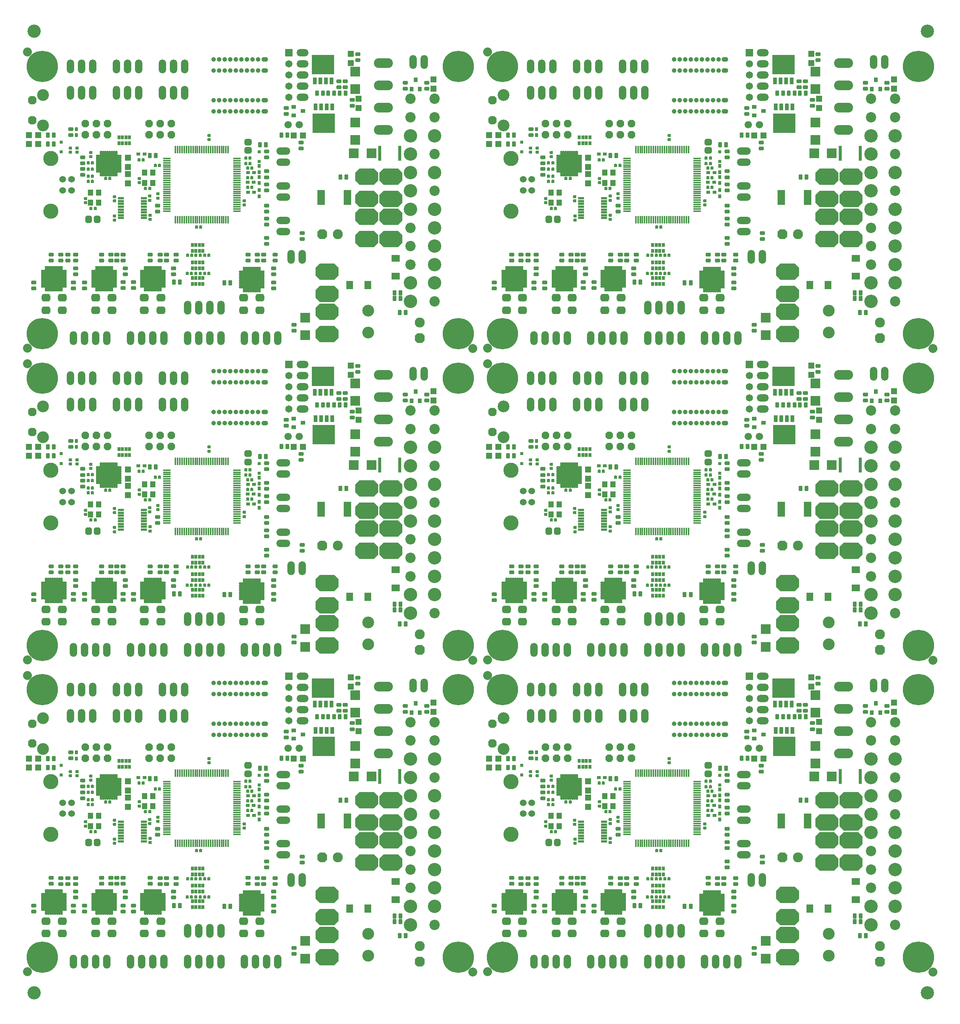
<source format=gts>
%FSLAX24Y24*%
%MOIN*%
G70*
G01*
G75*
G04 Layer_Color=8388736*
%ADD10C,0.0070*%
G04:AMPARAMS|DCode=11|XSize=78.7mil|YSize=78.7mil|CornerRadius=39.4mil|HoleSize=0mil|Usage=FLASHONLY|Rotation=90.000|XOffset=0mil|YOffset=0mil|HoleType=Round|Shape=RoundedRectangle|*
%AMROUNDEDRECTD11*
21,1,0.0787,0.0000,0,0,90.0*
21,1,0.0000,0.0787,0,0,90.0*
1,1,0.0787,0.0000,0.0000*
1,1,0.0787,0.0000,0.0000*
1,1,0.0787,0.0000,0.0000*
1,1,0.0787,0.0000,0.0000*
%
%ADD11ROUNDEDRECTD11*%
%ADD12C,0.0100*%
G04:AMPARAMS|DCode=13|XSize=29.1mil|YSize=39.4mil|CornerRadius=5.8mil|HoleSize=0mil|Usage=FLASHONLY|Rotation=90.000|XOffset=0mil|YOffset=0mil|HoleType=Round|Shape=RoundedRectangle|*
%AMROUNDEDRECTD13*
21,1,0.0291,0.0277,0,0,90.0*
21,1,0.0175,0.0394,0,0,90.0*
1,1,0.0117,0.0139,0.0087*
1,1,0.0117,0.0139,-0.0087*
1,1,0.0117,-0.0139,-0.0087*
1,1,0.0117,-0.0139,0.0087*
%
%ADD13ROUNDEDRECTD13*%
G04:AMPARAMS|DCode=14|XSize=22mil|YSize=24mil|CornerRadius=4.4mil|HoleSize=0mil|Usage=FLASHONLY|Rotation=180.000|XOffset=0mil|YOffset=0mil|HoleType=Round|Shape=RoundedRectangle|*
%AMROUNDEDRECTD14*
21,1,0.0220,0.0152,0,0,180.0*
21,1,0.0132,0.0240,0,0,180.0*
1,1,0.0088,-0.0066,0.0076*
1,1,0.0088,0.0066,0.0076*
1,1,0.0088,0.0066,-0.0076*
1,1,0.0088,-0.0066,-0.0076*
%
%ADD14ROUNDEDRECTD14*%
G04:AMPARAMS|DCode=15|XSize=22mil|YSize=24mil|CornerRadius=4.4mil|HoleSize=0mil|Usage=FLASHONLY|Rotation=90.000|XOffset=0mil|YOffset=0mil|HoleType=Round|Shape=RoundedRectangle|*
%AMROUNDEDRECTD15*
21,1,0.0220,0.0152,0,0,90.0*
21,1,0.0132,0.0240,0,0,90.0*
1,1,0.0088,0.0076,0.0066*
1,1,0.0088,0.0076,-0.0066*
1,1,0.0088,-0.0076,-0.0066*
1,1,0.0088,-0.0076,0.0066*
%
%ADD15ROUNDEDRECTD15*%
G04:AMPARAMS|DCode=16|XSize=29.1mil|YSize=39.4mil|CornerRadius=5.8mil|HoleSize=0mil|Usage=FLASHONLY|Rotation=0.000|XOffset=0mil|YOffset=0mil|HoleType=Round|Shape=RoundedRectangle|*
%AMROUNDEDRECTD16*
21,1,0.0291,0.0277,0,0,0.0*
21,1,0.0175,0.0394,0,0,0.0*
1,1,0.0117,0.0087,-0.0139*
1,1,0.0117,-0.0087,-0.0139*
1,1,0.0117,-0.0087,0.0139*
1,1,0.0117,0.0087,0.0139*
%
%ADD16ROUNDEDRECTD16*%
%ADD17R,0.0240X0.0240*%
%ADD18R,0.0280X0.0560*%
%ADD19R,0.1970X0.1700*%
%ADD20R,0.0420X0.0520*%
G04:AMPARAMS|DCode=21|XSize=40mil|YSize=40mil|CornerRadius=20mil|HoleSize=0mil|Usage=FLASHONLY|Rotation=0.000|XOffset=0mil|YOffset=0mil|HoleType=Round|Shape=RoundedRectangle|*
%AMROUNDEDRECTD21*
21,1,0.0400,0.0000,0,0,0.0*
21,1,0.0000,0.0400,0,0,0.0*
1,1,0.0400,0.0000,0.0000*
1,1,0.0400,0.0000,0.0000*
1,1,0.0400,0.0000,0.0000*
1,1,0.0400,0.0000,0.0000*
%
%ADD21ROUNDEDRECTD21*%
%ADD22R,0.0480X0.0480*%
%ADD23R,0.0480X0.0480*%
%ADD24R,0.0630X0.1260*%
%ADD25R,0.0600X0.0120*%
%ADD26R,0.0120X0.0600*%
%ADD27R,0.0320X0.0360*%
%ADD28R,0.0360X0.0320*%
%ADD29R,0.0280X0.0200*%
%ADD30R,0.0200X0.0280*%
%ADD31R,0.0790X0.0790*%
%ADD32R,0.0790X0.0790*%
%ADD33R,0.0500X0.0150*%
G04:AMPARAMS|DCode=34|XSize=63mil|YSize=71mil|CornerRadius=15.8mil|HoleSize=0mil|Usage=FLASHONLY|Rotation=270.000|XOffset=0mil|YOffset=0mil|HoleType=Round|Shape=RoundedRectangle|*
%AMROUNDEDRECTD34*
21,1,0.0630,0.0395,0,0,270.0*
21,1,0.0315,0.0710,0,0,270.0*
1,1,0.0315,-0.0198,-0.0158*
1,1,0.0315,-0.0198,0.0158*
1,1,0.0315,0.0198,0.0158*
1,1,0.0315,0.0198,-0.0158*
%
%ADD34ROUNDEDRECTD34*%
%ADD35R,0.0543X0.0709*%
%ADD36R,0.0709X0.0543*%
%ADD37R,0.0200X0.0260*%
G04:AMPARAMS|DCode=38|XSize=52mil|YSize=60mil|CornerRadius=13mil|HoleSize=0mil|Usage=FLASHONLY|Rotation=270.000|XOffset=0mil|YOffset=0mil|HoleType=Round|Shape=RoundedRectangle|*
%AMROUNDEDRECTD38*
21,1,0.0520,0.0340,0,0,270.0*
21,1,0.0260,0.0600,0,0,270.0*
1,1,0.0260,-0.0170,-0.0130*
1,1,0.0260,-0.0170,0.0130*
1,1,0.0260,0.0170,0.0130*
1,1,0.0260,0.0170,-0.0130*
%
%ADD38ROUNDEDRECTD38*%
G04:AMPARAMS|DCode=39|XSize=52mil|YSize=60mil|CornerRadius=13mil|HoleSize=0mil|Usage=FLASHONLY|Rotation=180.000|XOffset=0mil|YOffset=0mil|HoleType=Round|Shape=RoundedRectangle|*
%AMROUNDEDRECTD39*
21,1,0.0520,0.0340,0,0,180.0*
21,1,0.0260,0.0600,0,0,180.0*
1,1,0.0260,-0.0130,0.0170*
1,1,0.0260,0.0130,0.0170*
1,1,0.0260,0.0130,-0.0170*
1,1,0.0260,-0.0130,-0.0170*
%
%ADD39ROUNDEDRECTD39*%
%ADD40R,0.0236X0.1319*%
G04:AMPARAMS|DCode=41|XSize=12mil|YSize=32mil|CornerRadius=4.8mil|HoleSize=0mil|Usage=FLASHONLY|Rotation=270.000|XOffset=0mil|YOffset=0mil|HoleType=Round|Shape=RoundedRectangle|*
%AMROUNDEDRECTD41*
21,1,0.0120,0.0224,0,0,270.0*
21,1,0.0024,0.0320,0,0,270.0*
1,1,0.0096,-0.0112,-0.0012*
1,1,0.0096,-0.0112,0.0012*
1,1,0.0096,0.0112,0.0012*
1,1,0.0096,0.0112,-0.0012*
%
%ADD41ROUNDEDRECTD41*%
G04:AMPARAMS|DCode=42|XSize=12mil|YSize=32mil|CornerRadius=4.8mil|HoleSize=0mil|Usage=FLASHONLY|Rotation=0.000|XOffset=0mil|YOffset=0mil|HoleType=Round|Shape=RoundedRectangle|*
%AMROUNDEDRECTD42*
21,1,0.0120,0.0224,0,0,0.0*
21,1,0.0024,0.0320,0,0,0.0*
1,1,0.0096,0.0012,-0.0112*
1,1,0.0096,-0.0012,-0.0112*
1,1,0.0096,-0.0012,0.0112*
1,1,0.0096,0.0012,0.0112*
%
%ADD42ROUNDEDRECTD42*%
%ADD43R,0.1370X0.1370*%
%ADD44R,0.1370X0.1370*%
%ADD45C,0.0500*%
%ADD46C,0.1000*%
%ADD47C,0.0080*%
%ADD48C,0.0240*%
%ADD49C,0.0400*%
%ADD50C,0.0120*%
%ADD51C,0.0800*%
%ADD52C,0.0200*%
%ADD53C,0.0250*%
%ADD54C,0.0600*%
%ADD55C,0.0320*%
%ADD56R,0.1620X0.0803*%
%ADD57R,0.3819X0.2046*%
%ADD58R,0.2441X0.2008*%
%ADD59R,0.0551X0.0472*%
%ADD60R,0.0984X0.1685*%
%ADD61R,0.0945X0.1339*%
%ADD62R,0.1457X0.2087*%
%ADD63R,0.1063X0.1220*%
G04:AMPARAMS|DCode=64|XSize=140mil|YSize=200mil|CornerRadius=0mil|HoleSize=0mil|Usage=FLASHONLY|Rotation=90.000|XOffset=0mil|YOffset=0mil|HoleType=Round|Shape=Octagon|*
%AMOCTAGOND64*
4,1,8,-0.1000,-0.0350,-0.1000,0.0350,-0.0650,0.0700,0.0650,0.0700,0.1000,0.0350,0.1000,-0.0350,0.0650,-0.0700,-0.0650,-0.0700,-0.1000,-0.0350,0.0*
%
%ADD64OCTAGOND64*%

%ADD65C,0.0870*%
%ADD66C,0.1142*%
%ADD67P,0.0909X8X202.5*%
%ADD68C,0.0840*%
%ADD69P,0.0909X8X292.5*%
%ADD70O,0.0600X0.1200*%
%ADD71P,0.0671X8X22.5*%
%ADD72C,0.0600*%
%ADD73O,0.1200X0.0600*%
%ADD74C,0.1000*%
%ADD75O,0.1650X0.0825*%
%ADD76C,0.2756*%
%ADD77P,0.0758X8X292.5*%
%ADD78C,0.0540*%
%ADD79C,0.1305*%
%ADD80C,0.0360*%
%ADD81O,0.0540X0.0360*%
%ADD82R,0.0591X0.0591*%
%ADD83O,0.1024X0.0591*%
%ADD84C,0.0591*%
%ADD85C,0.0300*%
%ADD86C,0.0500*%
%ADD87C,0.0320*%
%ADD88C,0.1581*%
%ADD89C,0.1240*%
%ADD90C,0.0949*%
G04:AMPARAMS|DCode=91|XSize=130.866mil|YSize=130.866mil|CornerRadius=0mil|HoleSize=0mil|Usage=FLASHONLY|Rotation=0.000|XOffset=0mil|YOffset=0mil|HoleType=Round|Shape=Relief|Width=10mil|Gap=10mil|Entries=4|*
%AMTHD91*
7,0,0,0.1309,0.1109,0.0100,45*
%
%ADD91THD91*%
%ADD92C,0.1421*%
G04:AMPARAMS|DCode=93|XSize=100mil|YSize=100mil|CornerRadius=0mil|HoleSize=0mil|Usage=FLASHONLY|Rotation=0.000|XOffset=0mil|YOffset=0mil|HoleType=Round|Shape=Relief|Width=10mil|Gap=10mil|Entries=4|*
%AMTHD93*
7,0,0,0.1000,0.0800,0.0100,45*
%
%ADD93THD93*%
%ADD94C,0.0640*%
G04:AMPARAMS|DCode=95|XSize=98mil|YSize=98mil|CornerRadius=0mil|HoleSize=0mil|Usage=FLASHONLY|Rotation=0.000|XOffset=0mil|YOffset=0mil|HoleType=Round|Shape=Relief|Width=10mil|Gap=10mil|Entries=4|*
%AMTHD95*
7,0,0,0.0980,0.0780,0.0100,45*
%
%ADD95THD95*%
%ADD96C,0.0620*%
%ADD97C,0.0790*%
%ADD98C,0.0830*%
%ADD99C,0.1110*%
%ADD100C,0.0460*%
G04:AMPARAMS|DCode=101|XSize=82mil|YSize=82mil|CornerRadius=0mil|HoleSize=0mil|Usage=FLASHONLY|Rotation=0.000|XOffset=0mil|YOffset=0mil|HoleType=Round|Shape=Relief|Width=10mil|Gap=10mil|Entries=4|*
%AMTHD101*
7,0,0,0.0820,0.0620,0.0100,45*
%
%ADD101THD101*%
%ADD102C,0.0594*%
G04:AMPARAMS|DCode=103|XSize=95.433mil|YSize=95.433mil|CornerRadius=0mil|HoleSize=0mil|Usage=FLASHONLY|Rotation=0.000|XOffset=0mil|YOffset=0mil|HoleType=Round|Shape=Relief|Width=10mil|Gap=10mil|Entries=4|*
%AMTHD103*
7,0,0,0.0954,0.0754,0.0100,45*
%
%ADD103THD103*%
%ADD104C,0.0390*%
%ADD105C,0.0550*%
%ADD106C,0.0520*%
%ADD107C,0.1400*%
%ADD108R,0.3622X0.4331*%
%ADD109R,0.3583X0.4331*%
%ADD110R,0.3425X0.4331*%
%ADD111R,0.4094X0.4331*%
G04:AMPARAMS|DCode=112|XSize=50mil|YSize=50mil|CornerRadius=25mil|HoleSize=0mil|Usage=FLASHONLY|Rotation=90.000|XOffset=0mil|YOffset=0mil|HoleType=Round|Shape=RoundedRectangle|*
%AMROUNDEDRECTD112*
21,1,0.0500,0.0000,0,0,90.0*
21,1,0.0000,0.0500,0,0,90.0*
1,1,0.0500,0.0000,0.0000*
1,1,0.0500,0.0000,0.0000*
1,1,0.0500,0.0000,0.0000*
1,1,0.0500,0.0000,0.0000*
%
%ADD112ROUNDEDRECTD112*%
G04:AMPARAMS|DCode=113|XSize=50mil|YSize=50mil|CornerRadius=25mil|HoleSize=0mil|Usage=FLASHONLY|Rotation=180.000|XOffset=0mil|YOffset=0mil|HoleType=Round|Shape=RoundedRectangle|*
%AMROUNDEDRECTD113*
21,1,0.0500,0.0000,0,0,180.0*
21,1,0.0000,0.0500,0,0,180.0*
1,1,0.0500,0.0000,0.0000*
1,1,0.0500,0.0000,0.0000*
1,1,0.0500,0.0000,0.0000*
1,1,0.0500,0.0000,0.0000*
%
%ADD113ROUNDEDRECTD113*%
G04:AMPARAMS|DCode=114|XSize=46mil|YSize=63mil|CornerRadius=11.5mil|HoleSize=0mil|Usage=FLASHONLY|Rotation=180.000|XOffset=0mil|YOffset=0mil|HoleType=Round|Shape=RoundedRectangle|*
%AMROUNDEDRECTD114*
21,1,0.0460,0.0400,0,0,180.0*
21,1,0.0230,0.0630,0,0,180.0*
1,1,0.0230,-0.0115,0.0200*
1,1,0.0230,0.0115,0.0200*
1,1,0.0230,0.0115,-0.0200*
1,1,0.0230,-0.0115,-0.0200*
%
%ADD114ROUNDEDRECTD114*%
G04:AMPARAMS|DCode=115|XSize=46mil|YSize=63mil|CornerRadius=11.5mil|HoleSize=0mil|Usage=FLASHONLY|Rotation=270.000|XOffset=0mil|YOffset=0mil|HoleType=Round|Shape=RoundedRectangle|*
%AMROUNDEDRECTD115*
21,1,0.0460,0.0400,0,0,270.0*
21,1,0.0230,0.0630,0,0,270.0*
1,1,0.0230,-0.0200,-0.0115*
1,1,0.0230,-0.0200,0.0115*
1,1,0.0230,0.0200,0.0115*
1,1,0.0230,0.0200,-0.0115*
%
%ADD115ROUNDEDRECTD115*%
%ADD116C,0.0060*%
%ADD117C,0.0050*%
%ADD118C,0.0000*%
%ADD119C,0.0098*%
%ADD120C,0.0040*%
%ADD121C,0.0079*%
%ADD122R,0.0119X0.0120*%
%ADD123R,0.0060X0.0120*%
%ADD124R,0.0059X0.0120*%
%ADD125R,0.0120X0.0119*%
%ADD126R,0.0120X0.0060*%
%ADD127R,0.0120X0.0059*%
%ADD128R,0.0492X0.2450*%
%ADD129R,0.0295X0.0879*%
%ADD130R,0.0879X0.0295*%
G04:AMPARAMS|DCode=131|XSize=31.1mil|YSize=41.4mil|CornerRadius=6.8mil|HoleSize=0mil|Usage=FLASHONLY|Rotation=90.000|XOffset=0mil|YOffset=0mil|HoleType=Round|Shape=RoundedRectangle|*
%AMROUNDEDRECTD131*
21,1,0.0311,0.0277,0,0,90.0*
21,1,0.0175,0.0414,0,0,90.0*
1,1,0.0137,0.0139,0.0087*
1,1,0.0137,0.0139,-0.0087*
1,1,0.0137,-0.0139,-0.0087*
1,1,0.0137,-0.0139,0.0087*
%
%ADD131ROUNDEDRECTD131*%
G04:AMPARAMS|DCode=132|XSize=24mil|YSize=26mil|CornerRadius=5.4mil|HoleSize=0mil|Usage=FLASHONLY|Rotation=180.000|XOffset=0mil|YOffset=0mil|HoleType=Round|Shape=RoundedRectangle|*
%AMROUNDEDRECTD132*
21,1,0.0240,0.0152,0,0,180.0*
21,1,0.0132,0.0260,0,0,180.0*
1,1,0.0108,-0.0066,0.0076*
1,1,0.0108,0.0066,0.0076*
1,1,0.0108,0.0066,-0.0076*
1,1,0.0108,-0.0066,-0.0076*
%
%ADD132ROUNDEDRECTD132*%
G04:AMPARAMS|DCode=133|XSize=24mil|YSize=26mil|CornerRadius=5.4mil|HoleSize=0mil|Usage=FLASHONLY|Rotation=90.000|XOffset=0mil|YOffset=0mil|HoleType=Round|Shape=RoundedRectangle|*
%AMROUNDEDRECTD133*
21,1,0.0240,0.0152,0,0,90.0*
21,1,0.0132,0.0260,0,0,90.0*
1,1,0.0108,0.0076,0.0066*
1,1,0.0108,0.0076,-0.0066*
1,1,0.0108,-0.0076,-0.0066*
1,1,0.0108,-0.0076,0.0066*
%
%ADD133ROUNDEDRECTD133*%
G04:AMPARAMS|DCode=134|XSize=31.1mil|YSize=41.4mil|CornerRadius=6.8mil|HoleSize=0mil|Usage=FLASHONLY|Rotation=0.000|XOffset=0mil|YOffset=0mil|HoleType=Round|Shape=RoundedRectangle|*
%AMROUNDEDRECTD134*
21,1,0.0311,0.0277,0,0,0.0*
21,1,0.0175,0.0414,0,0,0.0*
1,1,0.0137,0.0087,-0.0139*
1,1,0.0137,-0.0087,-0.0139*
1,1,0.0137,-0.0087,0.0139*
1,1,0.0137,0.0087,0.0139*
%
%ADD134ROUNDEDRECTD134*%
%ADD135R,0.0260X0.0260*%
%ADD136R,0.0300X0.0580*%
%ADD137R,0.1990X0.1720*%
%ADD138R,0.0440X0.0540*%
%ADD139R,0.0500X0.0500*%
%ADD140R,0.0500X0.0500*%
%ADD141R,0.0650X0.1280*%
%ADD142R,0.0620X0.0140*%
%ADD143R,0.0140X0.0620*%
%ADD144R,0.0340X0.0380*%
%ADD145R,0.0380X0.0340*%
%ADD146R,0.0300X0.0220*%
%ADD147R,0.0220X0.0300*%
%ADD148R,0.0810X0.0810*%
%ADD149R,0.0810X0.0810*%
%ADD150R,0.0520X0.0170*%
G04:AMPARAMS|DCode=151|XSize=65mil|YSize=73mil|CornerRadius=16.8mil|HoleSize=0mil|Usage=FLASHONLY|Rotation=270.000|XOffset=0mil|YOffset=0mil|HoleType=Round|Shape=RoundedRectangle|*
%AMROUNDEDRECTD151*
21,1,0.0650,0.0395,0,0,270.0*
21,1,0.0315,0.0730,0,0,270.0*
1,1,0.0335,-0.0198,-0.0158*
1,1,0.0335,-0.0198,0.0158*
1,1,0.0335,0.0198,0.0158*
1,1,0.0335,0.0198,-0.0158*
%
%ADD151ROUNDEDRECTD151*%
%ADD152R,0.0563X0.0729*%
%ADD153R,0.0729X0.0563*%
%ADD154R,0.0220X0.0280*%
G04:AMPARAMS|DCode=155|XSize=54mil|YSize=62mil|CornerRadius=14mil|HoleSize=0mil|Usage=FLASHONLY|Rotation=270.000|XOffset=0mil|YOffset=0mil|HoleType=Round|Shape=RoundedRectangle|*
%AMROUNDEDRECTD155*
21,1,0.0540,0.0340,0,0,270.0*
21,1,0.0260,0.0620,0,0,270.0*
1,1,0.0280,-0.0170,-0.0130*
1,1,0.0280,-0.0170,0.0130*
1,1,0.0280,0.0170,0.0130*
1,1,0.0280,0.0170,-0.0130*
%
%ADD155ROUNDEDRECTD155*%
G04:AMPARAMS|DCode=156|XSize=54mil|YSize=62mil|CornerRadius=14mil|HoleSize=0mil|Usage=FLASHONLY|Rotation=180.000|XOffset=0mil|YOffset=0mil|HoleType=Round|Shape=RoundedRectangle|*
%AMROUNDEDRECTD156*
21,1,0.0540,0.0340,0,0,180.0*
21,1,0.0260,0.0620,0,0,180.0*
1,1,0.0280,-0.0130,0.0170*
1,1,0.0280,0.0130,0.0170*
1,1,0.0280,0.0130,-0.0170*
1,1,0.0280,-0.0130,-0.0170*
%
%ADD156ROUNDEDRECTD156*%
%ADD157R,0.0256X0.1339*%
G04:AMPARAMS|DCode=158|XSize=14mil|YSize=34mil|CornerRadius=5.8mil|HoleSize=0mil|Usage=FLASHONLY|Rotation=270.000|XOffset=0mil|YOffset=0mil|HoleType=Round|Shape=RoundedRectangle|*
%AMROUNDEDRECTD158*
21,1,0.0140,0.0224,0,0,270.0*
21,1,0.0024,0.0340,0,0,270.0*
1,1,0.0116,-0.0112,-0.0012*
1,1,0.0116,-0.0112,0.0012*
1,1,0.0116,0.0112,0.0012*
1,1,0.0116,0.0112,-0.0012*
%
%ADD158ROUNDEDRECTD158*%
G04:AMPARAMS|DCode=159|XSize=14mil|YSize=34mil|CornerRadius=5.8mil|HoleSize=0mil|Usage=FLASHONLY|Rotation=0.000|XOffset=0mil|YOffset=0mil|HoleType=Round|Shape=RoundedRectangle|*
%AMROUNDEDRECTD159*
21,1,0.0140,0.0224,0,0,0.0*
21,1,0.0024,0.0340,0,0,0.0*
1,1,0.0116,0.0012,-0.0112*
1,1,0.0116,-0.0012,-0.0112*
1,1,0.0116,-0.0012,0.0112*
1,1,0.0116,0.0012,0.0112*
%
%ADD159ROUNDEDRECTD159*%
%ADD160C,0.0150*%
%ADD161R,0.0530X0.0170*%
%ADD162R,0.0460X0.0130*%
%ADD163R,0.1594X0.2303*%
%ADD164R,0.2303X0.1585*%
%ADD165R,0.2303X0.1594*%
%ADD166R,0.1585X0.2303*%
G04:AMPARAMS|DCode=167|XSize=118.7mil|YSize=118.7mil|CornerRadius=59.4mil|HoleSize=0mil|Usage=FLASHONLY|Rotation=90.000|XOffset=0mil|YOffset=0mil|HoleType=Round|Shape=RoundedRectangle|*
%AMROUNDEDRECTD167*
21,1,0.1187,0.0000,0,0,90.0*
21,1,0.0000,0.1187,0,0,90.0*
1,1,0.1187,0.0000,0.0000*
1,1,0.1187,0.0000,0.0000*
1,1,0.1187,0.0000,0.0000*
1,1,0.1187,0.0000,0.0000*
%
%ADD167ROUNDEDRECTD167*%
G04:AMPARAMS|DCode=168|XSize=35.1mil|YSize=45.4mil|CornerRadius=8.8mil|HoleSize=0mil|Usage=FLASHONLY|Rotation=90.000|XOffset=0mil|YOffset=0mil|HoleType=Round|Shape=RoundedRectangle|*
%AMROUNDEDRECTD168*
21,1,0.0351,0.0277,0,0,90.0*
21,1,0.0175,0.0454,0,0,90.0*
1,1,0.0177,0.0139,0.0087*
1,1,0.0177,0.0139,-0.0087*
1,1,0.0177,-0.0139,-0.0087*
1,1,0.0177,-0.0139,0.0087*
%
%ADD168ROUNDEDRECTD168*%
G04:AMPARAMS|DCode=169|XSize=28mil|YSize=30mil|CornerRadius=7.4mil|HoleSize=0mil|Usage=FLASHONLY|Rotation=180.000|XOffset=0mil|YOffset=0mil|HoleType=Round|Shape=RoundedRectangle|*
%AMROUNDEDRECTD169*
21,1,0.0280,0.0152,0,0,180.0*
21,1,0.0132,0.0300,0,0,180.0*
1,1,0.0148,-0.0066,0.0076*
1,1,0.0148,0.0066,0.0076*
1,1,0.0148,0.0066,-0.0076*
1,1,0.0148,-0.0066,-0.0076*
%
%ADD169ROUNDEDRECTD169*%
G04:AMPARAMS|DCode=170|XSize=28mil|YSize=30mil|CornerRadius=7.4mil|HoleSize=0mil|Usage=FLASHONLY|Rotation=90.000|XOffset=0mil|YOffset=0mil|HoleType=Round|Shape=RoundedRectangle|*
%AMROUNDEDRECTD170*
21,1,0.0280,0.0152,0,0,90.0*
21,1,0.0132,0.0300,0,0,90.0*
1,1,0.0148,0.0076,0.0066*
1,1,0.0148,0.0076,-0.0066*
1,1,0.0148,-0.0076,-0.0066*
1,1,0.0148,-0.0076,0.0066*
%
%ADD170ROUNDEDRECTD170*%
G04:AMPARAMS|DCode=171|XSize=35.1mil|YSize=45.4mil|CornerRadius=8.8mil|HoleSize=0mil|Usage=FLASHONLY|Rotation=0.000|XOffset=0mil|YOffset=0mil|HoleType=Round|Shape=RoundedRectangle|*
%AMROUNDEDRECTD171*
21,1,0.0351,0.0277,0,0,0.0*
21,1,0.0175,0.0454,0,0,0.0*
1,1,0.0177,0.0087,-0.0139*
1,1,0.0177,-0.0087,-0.0139*
1,1,0.0177,-0.0087,0.0139*
1,1,0.0177,0.0087,0.0139*
%
%ADD171ROUNDEDRECTD171*%
%ADD172R,0.0300X0.0300*%
%ADD173R,0.0340X0.0620*%
%ADD174R,0.2030X0.1760*%
%ADD175R,0.0480X0.0580*%
G04:AMPARAMS|DCode=176|XSize=80mil|YSize=80mil|CornerRadius=40mil|HoleSize=0mil|Usage=FLASHONLY|Rotation=0.000|XOffset=0mil|YOffset=0mil|HoleType=Round|Shape=RoundedRectangle|*
%AMROUNDEDRECTD176*
21,1,0.0800,0.0000,0,0,0.0*
21,1,0.0000,0.0800,0,0,0.0*
1,1,0.0800,0.0000,0.0000*
1,1,0.0800,0.0000,0.0000*
1,1,0.0800,0.0000,0.0000*
1,1,0.0800,0.0000,0.0000*
%
%ADD176ROUNDEDRECTD176*%
%ADD177R,0.0540X0.0540*%
%ADD178R,0.0540X0.0540*%
%ADD179R,0.0690X0.1320*%
%ADD180R,0.0660X0.0180*%
%ADD181R,0.0180X0.0660*%
%ADD182R,0.0380X0.0420*%
%ADD183R,0.0420X0.0380*%
%ADD184R,0.0340X0.0260*%
%ADD185R,0.0260X0.0340*%
%ADD186R,0.0850X0.0850*%
%ADD187R,0.0850X0.0850*%
%ADD188R,0.0560X0.0210*%
G04:AMPARAMS|DCode=189|XSize=69mil|YSize=77mil|CornerRadius=18.8mil|HoleSize=0mil|Usage=FLASHONLY|Rotation=270.000|XOffset=0mil|YOffset=0mil|HoleType=Round|Shape=RoundedRectangle|*
%AMROUNDEDRECTD189*
21,1,0.0690,0.0395,0,0,270.0*
21,1,0.0315,0.0770,0,0,270.0*
1,1,0.0375,-0.0198,-0.0158*
1,1,0.0375,-0.0198,0.0158*
1,1,0.0375,0.0198,0.0158*
1,1,0.0375,0.0198,-0.0158*
%
%ADD189ROUNDEDRECTD189*%
%ADD190R,0.0603X0.0769*%
%ADD191R,0.0769X0.0603*%
%ADD192R,0.0260X0.0320*%
G04:AMPARAMS|DCode=193|XSize=58mil|YSize=66mil|CornerRadius=16mil|HoleSize=0mil|Usage=FLASHONLY|Rotation=270.000|XOffset=0mil|YOffset=0mil|HoleType=Round|Shape=RoundedRectangle|*
%AMROUNDEDRECTD193*
21,1,0.0580,0.0340,0,0,270.0*
21,1,0.0260,0.0660,0,0,270.0*
1,1,0.0320,-0.0170,-0.0130*
1,1,0.0320,-0.0170,0.0130*
1,1,0.0320,0.0170,0.0130*
1,1,0.0320,0.0170,-0.0130*
%
%ADD193ROUNDEDRECTD193*%
G04:AMPARAMS|DCode=194|XSize=58mil|YSize=66mil|CornerRadius=16mil|HoleSize=0mil|Usage=FLASHONLY|Rotation=180.000|XOffset=0mil|YOffset=0mil|HoleType=Round|Shape=RoundedRectangle|*
%AMROUNDEDRECTD194*
21,1,0.0580,0.0340,0,0,180.0*
21,1,0.0260,0.0660,0,0,180.0*
1,1,0.0320,-0.0130,0.0170*
1,1,0.0320,0.0130,0.0170*
1,1,0.0320,0.0130,-0.0170*
1,1,0.0320,-0.0130,-0.0170*
%
%ADD194ROUNDEDRECTD194*%
%ADD195R,0.0296X0.1379*%
G04:AMPARAMS|DCode=196|XSize=18mil|YSize=38mil|CornerRadius=7.8mil|HoleSize=0mil|Usage=FLASHONLY|Rotation=270.000|XOffset=0mil|YOffset=0mil|HoleType=Round|Shape=RoundedRectangle|*
%AMROUNDEDRECTD196*
21,1,0.0180,0.0224,0,0,270.0*
21,1,0.0024,0.0380,0,0,270.0*
1,1,0.0156,-0.0112,-0.0012*
1,1,0.0156,-0.0112,0.0012*
1,1,0.0156,0.0112,0.0012*
1,1,0.0156,0.0112,-0.0012*
%
%ADD196ROUNDEDRECTD196*%
G04:AMPARAMS|DCode=197|XSize=18mil|YSize=38mil|CornerRadius=7.8mil|HoleSize=0mil|Usage=FLASHONLY|Rotation=0.000|XOffset=0mil|YOffset=0mil|HoleType=Round|Shape=RoundedRectangle|*
%AMROUNDEDRECTD197*
21,1,0.0180,0.0224,0,0,0.0*
21,1,0.0024,0.0380,0,0,0.0*
1,1,0.0156,0.0012,-0.0112*
1,1,0.0156,-0.0012,-0.0112*
1,1,0.0156,-0.0012,0.0112*
1,1,0.0156,0.0012,0.0112*
%
%ADD197ROUNDEDRECTD197*%
%ADD198R,0.1430X0.1430*%
%ADD199R,0.1430X0.1430*%
G04:AMPARAMS|DCode=200|XSize=146mil|YSize=206mil|CornerRadius=0mil|HoleSize=0mil|Usage=FLASHONLY|Rotation=90.000|XOffset=0mil|YOffset=0mil|HoleType=Round|Shape=Octagon|*
%AMOCTAGOND200*
4,1,8,-0.1030,-0.0365,-0.1030,0.0365,-0.0665,0.0730,0.0665,0.0730,0.1030,0.0365,0.1030,-0.0365,0.0665,-0.0730,-0.0665,-0.0730,-0.1030,-0.0365,0.0*
%
%ADD200OCTAGOND200*%

%ADD201C,0.0930*%
%ADD202C,0.1202*%
%ADD203P,0.0974X8X202.5*%
%ADD204C,0.0900*%
%ADD205P,0.0974X8X292.5*%
%ADD206O,0.0660X0.1260*%
%ADD207P,0.0736X8X22.5*%
%ADD208C,0.0660*%
%ADD209O,0.1260X0.0660*%
%ADD210C,0.1060*%
%ADD211O,0.1710X0.0885*%
%ADD212C,0.2816*%
%ADD213P,0.0823X8X292.5*%
%ADD214C,0.1365*%
%ADD215C,0.0420*%
%ADD216O,0.0600X0.0420*%
%ADD217R,0.0651X0.0651*%
%ADD218O,0.1084X0.0651*%
%ADD219C,0.0651*%
G36*
X24378Y18089D02*
X23098D01*
Y19369D01*
X23358D01*
X23358Y19251D01*
X23306Y19240D01*
X23258Y19208D01*
X23226Y19160D01*
X23215Y19104D01*
X23216Y19099D01*
X23216Y19099D01*
X23226Y19051D01*
X23255Y19006D01*
X23300Y18976D01*
X23353Y18966D01*
X23358Y18967D01*
Y18967D01*
X23358Y18967D01*
D01*
D01*
X23363Y18966D01*
X23416Y18976D01*
X23460Y19006D01*
X23490Y19051D01*
X23500Y19099D01*
X23500Y19099D01*
X23501Y19104D01*
X23489Y19160D01*
X23457Y19208D01*
X23409Y19240D01*
X23358Y19251D01*
X23358Y19249D01*
Y19369D01*
X24378D01*
Y18089D01*
D02*
G37*
G36*
X19992D02*
X18712D01*
Y19369D01*
X18972D01*
X18972Y19251D01*
X18920Y19240D01*
X18872Y19208D01*
X18840Y19160D01*
X18829Y19104D01*
X18830Y19099D01*
X18830Y19099D01*
X18839Y19051D01*
X18869Y19006D01*
X18914Y18976D01*
X18967Y18966D01*
X18972Y18967D01*
Y18967D01*
X18972Y18967D01*
D01*
D01*
X18977Y18966D01*
X19029Y18976D01*
X19074Y19006D01*
X19104Y19051D01*
X19113Y19099D01*
X19113Y19099D01*
X19115Y19104D01*
X19103Y19160D01*
X19071Y19208D01*
X19023Y19240D01*
X18972Y19251D01*
X18972Y19249D01*
Y19369D01*
X19992D01*
Y18089D01*
D02*
G37*
G36*
X20408Y29448D02*
Y29069D01*
Y28688D01*
Y28428D01*
X19129D01*
Y28698D01*
Y29069D01*
Y29448D01*
Y29708D01*
X20408D01*
Y29448D01*
D02*
G37*
G36*
X38856Y32980D02*
X38854Y32980D01*
X38856Y32980D01*
X38856Y32980D01*
D02*
G37*
G36*
X39718Y33354D02*
Y32980D01*
Y32600D01*
X39623Y32600D01*
X39623Y32601D01*
X39612Y32655D01*
X39581Y32701D01*
X39535Y32732D01*
X39482Y32742D01*
X39482Y32740D01*
X39478Y32742D01*
X39477Y32742D01*
X39423Y32731D01*
X39376Y32700D01*
X39345Y32654D01*
X39336Y32610D01*
X39344Y32610D01*
Y32590D01*
X39343Y32590D01*
X39352Y32546D01*
X39379Y32504D01*
X39421Y32477D01*
X39469Y32467D01*
X39474Y32468D01*
X39482Y32470D01*
X39482Y32468D01*
X39486Y32467D01*
X39538Y32477D01*
X39583Y32507D01*
X39612Y32551D01*
X39622Y32600D01*
X39718Y32600D01*
Y32420D01*
X40100D01*
Y32240D01*
Y31850D01*
X38104D01*
Y32220D01*
Y32420D01*
X38484D01*
Y32590D01*
X38584D01*
X38583Y32590D01*
X38592Y32549D01*
X38620Y32506D01*
X38663Y32477D01*
X38714Y32467D01*
X38724Y32469D01*
X38744Y32470D01*
X38744Y32468D01*
X38788Y32477D01*
X38830Y32504D01*
X38857Y32546D01*
X38867Y32595D01*
X38866Y32600D01*
X38867Y32600D01*
X38856Y32654D01*
X38825Y32701D01*
X38779Y32731D01*
X38724Y32742D01*
X38724Y32742D01*
X38724Y32740D01*
X38714Y32742D01*
X38714Y32742D01*
X38664Y32732D01*
X38621Y32703D01*
X38592Y32660D01*
X38582Y32610D01*
X38582Y32610D01*
X38484D01*
Y32990D01*
X38584D01*
X38582Y32980D01*
X38582Y32980D01*
X38592Y32925D01*
X38623Y32879D01*
X38670Y32848D01*
X38724Y32837D01*
X38724Y32837D01*
X38724Y32838D01*
X38772Y32847D01*
X38817Y32877D01*
X38847Y32922D01*
X38857Y32975D01*
X38856Y32980D01*
X38857D01*
X38857Y32980D01*
X38846Y33034D01*
X38815Y33081D01*
X38769Y33111D01*
X38714Y33122D01*
X38714Y33122D01*
X38714Y33120D01*
X38704Y33122D01*
X38704Y33122D01*
X38658Y33113D01*
X38618Y33086D01*
X38591Y33046D01*
X38582Y33000D01*
X38582Y33000D01*
X38584D01*
X38582Y33000D01*
Y33000D01*
X38484D01*
Y33362D01*
Y33539D01*
X39718D01*
Y33354D01*
D02*
G37*
G36*
X15483Y18089D02*
X14203D01*
Y19369D01*
X14463D01*
X14462Y19251D01*
X14411Y19240D01*
X14363Y19208D01*
X14331Y19160D01*
X14320Y19104D01*
X14321Y19099D01*
X14321Y19099D01*
X14330Y19051D01*
X14360Y19006D01*
X14405Y18976D01*
X14457Y18966D01*
X14462Y18967D01*
Y18967D01*
X14463Y18967D01*
D01*
D01*
X14468Y18966D01*
X14520Y18976D01*
X14565Y19006D01*
X14595Y19051D01*
X14604Y19099D01*
X14604Y19099D01*
X14605Y19104D01*
X14594Y19160D01*
X14562Y19208D01*
X14514Y19240D01*
X14463Y19251D01*
X14463Y19249D01*
Y19369D01*
X15483D01*
Y18089D01*
D02*
G37*
G36*
X14463Y18967D02*
X14463Y18967D01*
Y18969D01*
X14463Y18967D01*
D02*
G37*
G36*
X32238Y18898D02*
X32238Y18898D01*
Y18900D01*
X32238Y18898D01*
D02*
G37*
G36*
X18972Y18967D02*
X18972Y18967D01*
Y18969D01*
X18972Y18967D01*
D02*
G37*
G36*
X33258Y18020D02*
X31978D01*
Y19300D01*
X32238D01*
X32238Y19182D01*
X32186Y19171D01*
X32139Y19139D01*
X32106Y19091D01*
X32095Y19035D01*
X32096Y19030D01*
X32096Y19030D01*
X32106Y18982D01*
X32136Y18937D01*
X32180Y18907D01*
X32233Y18897D01*
X32238Y18898D01*
Y18898D01*
X32238Y18898D01*
D01*
D01*
X32243Y18897D01*
X32296Y18907D01*
X32341Y18937D01*
X32370Y18982D01*
X32380Y19030D01*
X32380Y19030D01*
X32381Y19035D01*
X32370Y19091D01*
X32338Y19139D01*
X32290Y19171D01*
X32238Y19182D01*
X32238Y19180D01*
Y19300D01*
X33258D01*
Y18020D01*
D02*
G37*
G36*
X23358Y18967D02*
X23358Y18967D01*
Y18969D01*
X23358Y18967D01*
D02*
G37*
G36*
X39568Y37660D02*
X39565D01*
X39568Y37660D01*
Y37660D01*
D02*
G37*
G36*
X40045Y38440D02*
Y38240D01*
X39665D01*
Y38070D01*
X39565D01*
X39566Y38070D01*
X39558Y38111D01*
X39529Y38154D01*
X39486Y38183D01*
X39435Y38193D01*
X39425Y38191D01*
X39405Y38190D01*
X39405Y38191D01*
X39361Y38183D01*
X39320Y38155D01*
X39292Y38114D01*
X39283Y38065D01*
X39284Y38060D01*
X39283Y38060D01*
X39293Y38005D01*
X39324Y37959D01*
X39371Y37928D01*
X39425Y37917D01*
X39425Y37917D01*
X39425Y37920D01*
X39435Y37917D01*
X39435Y37917D01*
X39486Y37927D01*
X39529Y37956D01*
X39558Y37999D01*
X39568Y38050D01*
X39568Y38050D01*
X39665D01*
Y37670D01*
X39565D01*
X39568Y37680D01*
X39568Y37680D01*
X39557Y37734D01*
X39526Y37781D01*
X39480Y37812D01*
X39425Y37823D01*
X39425Y37823D01*
X39425Y37822D01*
X39378Y37812D01*
X39333Y37782D01*
X39303Y37738D01*
X39293Y37685D01*
X39294Y37680D01*
X39293D01*
X39293Y37680D01*
X39303Y37625D01*
X39334Y37579D01*
X39381Y37548D01*
X39435Y37537D01*
X39435Y37537D01*
X39435Y37540D01*
X39445Y37538D01*
X39445Y37537D01*
X39492Y37547D01*
X39532Y37573D01*
X39558Y37613D01*
X39568Y37660D01*
X39568Y37660D01*
X39665D01*
Y37297D01*
Y37120D01*
X38431D01*
Y37301D01*
Y37680D01*
Y38060D01*
X38527Y38060D01*
X38527Y38059D01*
X38538Y38005D01*
X38568Y37959D01*
X38614Y37928D01*
X38667Y37917D01*
X38667Y37920D01*
X38671Y37917D01*
X38672Y37917D01*
X38727Y37928D01*
X38774Y37959D01*
X38805Y38006D01*
X38814Y38050D01*
X38805Y38050D01*
Y38070D01*
X38807Y38070D01*
X38798Y38114D01*
X38770Y38155D01*
X38729Y38183D01*
X38680Y38192D01*
X38675Y38191D01*
X38667Y38190D01*
X38667Y38192D01*
X38663Y38193D01*
X38611Y38182D01*
X38567Y38153D01*
X38537Y38108D01*
X38528Y38060D01*
X38431Y38060D01*
Y38240D01*
X38049D01*
Y38420D01*
Y38810D01*
X40045D01*
Y38440D01*
D02*
G37*
G36*
X39295Y37680D02*
X39294Y37680D01*
X39294Y37680D01*
X39295Y37680D01*
D02*
G37*
%LPC*%
G36*
X23738Y18871D02*
X23738Y18869D01*
X23728Y18870D01*
X23680Y18861D01*
X23635Y18831D01*
X23606Y18786D01*
X23595Y18734D01*
X23596Y18729D01*
X23596Y18729D01*
X23595Y18724D01*
X23606Y18671D01*
X23635Y18626D01*
X23680Y18596D01*
X23733Y18586D01*
X23738Y18587D01*
Y18587D01*
X23738Y18587D01*
Y18589D01*
X23738Y18587D01*
X23743Y18586D01*
X23796Y18596D01*
X23840Y18626D01*
X23870Y18671D01*
X23880Y18719D01*
X23880Y18719D01*
X23881Y18724D01*
X23869Y18780D01*
X23837Y18828D01*
X23789Y18860D01*
X23738Y18871D01*
D02*
G37*
G36*
X32993Y19183D02*
X32936Y19171D01*
X32889Y19139D01*
X32856Y19091D01*
X32846Y19040D01*
X32846Y19040D01*
X32845Y19035D01*
X32856Y18978D01*
X32889Y18930D01*
X32936Y18898D01*
X32988Y18888D01*
Y18888D01*
X32988D01*
X32988Y18890D01*
X32988Y18888D01*
X32993Y18887D01*
X33050Y18898D01*
X33098Y18930D01*
X33130Y18978D01*
X33140Y19030D01*
X33140Y19030D01*
X33141Y19035D01*
X33130Y19091D01*
X33098Y19139D01*
X33050Y19171D01*
X32998Y19182D01*
Y19182D01*
X32998D01*
X32998Y19180D01*
Y19182D01*
X32993Y19183D01*
D02*
G37*
G36*
X18982Y18871D02*
X18982Y18871D01*
X18982Y18869D01*
X18972D01*
X18972Y18871D01*
X18972Y18871D01*
X18917Y18860D01*
X18871Y18830D01*
X18840Y18783D01*
X18829Y18729D01*
X18829Y18729D01*
X18829Y18729D01*
X18840Y18674D01*
X18871Y18628D01*
X18917Y18597D01*
X18972Y18586D01*
X18972Y18587D01*
X18972Y18587D01*
X18972Y18589D01*
X18972Y18587D01*
X18977Y18586D01*
X19033Y18597D01*
X19081Y18629D01*
X19113Y18677D01*
X19124Y18729D01*
X19124Y18729D01*
X19124Y18729D01*
X19113Y18783D01*
X19083Y18830D01*
X19036Y18860D01*
X18982Y18871D01*
D02*
G37*
G36*
X14843Y18871D02*
X14843Y18869D01*
X14832Y18870D01*
X14785Y18861D01*
X14740Y18831D01*
X14710Y18786D01*
X14700Y18734D01*
X14701Y18729D01*
X14701Y18729D01*
X14700Y18724D01*
X14710Y18671D01*
X14740Y18626D01*
X14785Y18596D01*
X14838Y18586D01*
X14842Y18587D01*
Y18587D01*
X14843Y18587D01*
Y18589D01*
X14843Y18587D01*
X14848Y18586D01*
X14900Y18596D01*
X14945Y18626D01*
X14975Y18671D01*
X14984Y18719D01*
X14984Y18719D01*
X14985Y18724D01*
X14974Y18780D01*
X14942Y18828D01*
X14894Y18860D01*
X14843Y18871D01*
D02*
G37*
G36*
X23368Y18871D02*
X23368Y18871D01*
X23368Y18869D01*
X23358D01*
X23358Y18871D01*
X23358Y18871D01*
X23303Y18860D01*
X23257Y18830D01*
X23226Y18783D01*
X23215Y18729D01*
X23215Y18729D01*
Y18729D01*
Y18729D01*
Y18729D01*
X23215Y18729D01*
X23226Y18674D01*
X23257Y18628D01*
X23303Y18597D01*
X23358Y18586D01*
X23358Y18587D01*
X23358Y18587D01*
X23358Y18589D01*
X23358Y18587D01*
X23363Y18586D01*
X23419Y18597D01*
X23467Y18629D01*
X23499Y18677D01*
X23510Y18729D01*
X23511Y18729D01*
X23511Y18729D01*
X23500Y18783D01*
X23469Y18830D01*
X23422Y18860D01*
X23368Y18871D01*
D02*
G37*
G36*
X19352Y18871D02*
X19352Y18869D01*
X19342Y18870D01*
X19294Y18861D01*
X19249Y18831D01*
X19219Y18786D01*
X19209Y18734D01*
X19210Y18729D01*
X19210Y18729D01*
X19209Y18724D01*
X19219Y18671D01*
X19249Y18626D01*
X19294Y18596D01*
X19347Y18586D01*
X19352Y18587D01*
Y18587D01*
X19352Y18587D01*
Y18589D01*
X19352Y18587D01*
X19357Y18586D01*
X19409Y18596D01*
X19454Y18626D01*
X19484Y18671D01*
X19493Y18719D01*
X19493Y18719D01*
X19495Y18724D01*
X19483Y18780D01*
X19451Y18828D01*
X19403Y18860D01*
X19352Y18871D01*
D02*
G37*
G36*
X32618Y19182D02*
X32563Y19172D01*
X32517Y19141D01*
X32486Y19094D01*
X32475Y19040D01*
X32475Y19040D01*
X32478Y19040D01*
X32475Y19030D01*
X32475Y19030D01*
X32486Y18975D01*
X32517Y18929D01*
X32563Y18898D01*
X32618Y18887D01*
X32618Y18887D01*
D01*
X32618D01*
Y18890D01*
X32618Y18887D01*
X32618D01*
X32618Y18887D01*
X32673Y18898D01*
X32719Y18929D01*
X32750Y18975D01*
X32761Y19030D01*
X32761Y19030D01*
X32760Y19030D01*
X32761Y19035D01*
X32750Y19091D01*
X32718Y19139D01*
X32670Y19171D01*
X32618Y19182D01*
X32618Y19180D01*
Y19182D01*
X32618Y19182D01*
D02*
G37*
G36*
X14842Y19251D02*
X14788Y19240D01*
X14742Y19210D01*
X14711Y19163D01*
X14700Y19109D01*
X14700Y19109D01*
X14703Y19109D01*
X14700Y19099D01*
X14700Y19099D01*
X14711Y19044D01*
X14742Y18998D01*
X14788Y18967D01*
X14842Y18956D01*
X14843Y18956D01*
D01*
X14843D01*
Y18959D01*
X14843Y18956D01*
X14843D01*
X14843Y18956D01*
X14897Y18967D01*
X14943Y18998D01*
X14974Y19044D01*
X14985Y19099D01*
X14985Y19099D01*
X14984Y19099D01*
X14985Y19104D01*
X14974Y19160D01*
X14942Y19208D01*
X14894Y19240D01*
X14843Y19251D01*
X14843Y19249D01*
Y19251D01*
X14842Y19251D01*
D02*
G37*
G36*
X19352D02*
X19297Y19240D01*
X19251Y19210D01*
X19220Y19163D01*
X19209Y19109D01*
X19209Y19109D01*
X19212Y19109D01*
X19209Y19099D01*
X19209Y19099D01*
X19220Y19044D01*
X19251Y18998D01*
X19297Y18967D01*
X19352Y18956D01*
X19352Y18956D01*
D01*
X19352D01*
Y18959D01*
X19352Y18956D01*
X19352D01*
X19352Y18956D01*
X19406Y18967D01*
X19453Y18998D01*
X19483Y19044D01*
X19494Y19099D01*
X19494Y19099D01*
X19493Y19099D01*
X19495Y19104D01*
X19483Y19160D01*
X19451Y19208D01*
X19403Y19240D01*
X19352Y19251D01*
X19352Y19249D01*
Y19251D01*
X19352Y19251D01*
D02*
G37*
G36*
X23738D02*
X23683Y19240D01*
X23637Y19210D01*
X23606Y19163D01*
X23595Y19109D01*
X23595Y19109D01*
X23598Y19109D01*
X23595Y19099D01*
X23595Y19099D01*
X23606Y19044D01*
X23637Y18998D01*
X23683Y18967D01*
X23738Y18956D01*
X23738Y18956D01*
D01*
X23738D01*
Y18959D01*
X23738Y18956D01*
X23738D01*
X23738Y18956D01*
X23792Y18967D01*
X23839Y18998D01*
X23870Y19044D01*
X23881Y19099D01*
X23881Y19099D01*
X23880Y19099D01*
X23881Y19104D01*
X23869Y19160D01*
X23837Y19208D01*
X23789Y19240D01*
X23738Y19251D01*
X23738Y19249D01*
Y19251D01*
X23738Y19251D01*
D02*
G37*
G36*
X24113Y19252D02*
X24056Y19240D01*
X24008Y19208D01*
X23976Y19160D01*
X23966Y19109D01*
X23966Y19109D01*
X23965Y19104D01*
X23976Y19047D01*
X24008Y18999D01*
X24056Y18967D01*
X24108Y18957D01*
Y18957D01*
X24108D01*
X24108Y18959D01*
X24108Y18957D01*
X24113Y18956D01*
X24169Y18967D01*
X24217Y18999D01*
X24249Y19047D01*
X24260Y19099D01*
X24260Y19099D01*
X24261Y19104D01*
X24249Y19160D01*
X24217Y19208D01*
X24169Y19240D01*
X24118Y19251D01*
Y19251D01*
X24118D01*
X24118Y19249D01*
Y19251D01*
X24113Y19252D01*
D02*
G37*
G36*
X39795Y38573D02*
X39795Y38573D01*
X39795Y38572D01*
X39790Y38573D01*
X39738Y38562D01*
X39693Y38532D01*
X39663Y38488D01*
X39654Y38440D01*
X39655Y38440D01*
X39558D01*
X39558Y38440D01*
X39548Y38491D01*
X39519Y38534D01*
X39476Y38562D01*
X39425Y38572D01*
X39425Y38572D01*
X39425Y38572D01*
X39375Y38562D01*
X39332Y38534D01*
X39303Y38491D01*
X39293Y38440D01*
X39293Y38440D01*
X39295D01*
Y38430D01*
X39187Y38430D01*
X39188Y38435D01*
X39178Y38488D01*
X39148Y38532D01*
X39103Y38562D01*
X39055Y38572D01*
X39055Y38570D01*
X39037Y38572D01*
X38990Y38562D01*
X38945Y38532D01*
X38915Y38488D01*
X38905Y38435D01*
X38906Y38430D01*
X38808Y38430D01*
X38808Y38431D01*
X38797Y38485D01*
X38766Y38531D01*
X38720Y38562D01*
X38667Y38572D01*
X38667Y38570D01*
X38659Y38572D01*
X38612Y38562D01*
X38569Y38534D01*
X38541Y38492D01*
X38531Y38442D01*
X38531Y38440D01*
X38533Y38440D01*
Y38420D01*
X38532Y38420D01*
X38531Y38416D01*
X38541Y38367D01*
X38569Y38325D01*
X38610Y38297D01*
X38655Y38288D01*
X38687Y38290D01*
X38687Y38288D01*
X38732Y38297D01*
X38774Y38325D01*
X38802Y38367D01*
X38812Y38416D01*
X38811Y38420D01*
X38907Y38420D01*
X38906Y38420D01*
X38915Y38375D01*
X38942Y38334D01*
X38982Y38307D01*
X39030Y38297D01*
X39034Y38298D01*
X39065Y38300D01*
Y38297D01*
X39112Y38307D01*
X39152Y38333D01*
X39178Y38373D01*
X39188Y38420D01*
X39294D01*
X39293Y38415D01*
X39302Y38366D01*
X39330Y38325D01*
X39371Y38297D01*
X39415Y38288D01*
X39435Y38290D01*
X39435Y38288D01*
X39483Y38298D01*
X39528Y38327D01*
X39558Y38372D01*
X39568Y38425D01*
X39567Y38430D01*
X39664Y38430D01*
X39662Y38420D01*
X39672Y38369D01*
X39701Y38326D01*
X39744Y38297D01*
X39785Y38289D01*
X39805Y38290D01*
X39805Y38288D01*
X39853Y38298D01*
X39898Y38327D01*
X39928Y38372D01*
X39938Y38425D01*
X39937Y38430D01*
X39935Y38440D01*
X39936D01*
X39927Y38484D01*
X39896Y38531D01*
X39850Y38562D01*
X39795Y38573D01*
D02*
G37*
G36*
X15217Y19252D02*
X15161Y19240D01*
X15113Y19208D01*
X15081Y19160D01*
X15071Y19109D01*
X15071Y19109D01*
X15070Y19104D01*
X15081Y19047D01*
X15113Y18999D01*
X15161Y18967D01*
X15212Y18957D01*
Y18957D01*
X15212D01*
X15213Y18959D01*
X15213Y18957D01*
X15218Y18956D01*
X15274Y18967D01*
X15322Y18999D01*
X15354Y19047D01*
X15364Y19099D01*
X15364Y19099D01*
X15365Y19104D01*
X15354Y19160D01*
X15322Y19208D01*
X15274Y19240D01*
X15223Y19251D01*
Y19251D01*
X15223D01*
X15223Y19249D01*
Y19251D01*
X15217Y19252D01*
D02*
G37*
G36*
X19727D02*
X19670Y19240D01*
X19622Y19208D01*
X19590Y19160D01*
X19580Y19109D01*
X19580Y19109D01*
X19579Y19104D01*
X19590Y19047D01*
X19622Y18999D01*
X19670Y18967D01*
X19722Y18957D01*
Y18957D01*
X19722D01*
X19722Y18959D01*
X19722Y18957D01*
X19727Y18956D01*
X19783Y18967D01*
X19831Y18999D01*
X19863Y19047D01*
X19873Y19099D01*
X19873Y19099D01*
X19875Y19104D01*
X19863Y19160D01*
X19831Y19208D01*
X19783Y19240D01*
X19732Y19251D01*
Y19251D01*
X19732D01*
X19732Y19249D01*
Y19251D01*
X19727Y19252D01*
D02*
G37*
G36*
X32238Y18474D02*
X32238Y18432D01*
X32186Y18421D01*
X32139Y18389D01*
X32106Y18341D01*
X32095Y18285D01*
X32096Y18280D01*
X32095Y18280D01*
X32095Y18280D01*
X32106Y18225D01*
X32137Y18179D01*
X32183Y18148D01*
X32238Y18137D01*
X32238Y18137D01*
Y18140D01*
X32238Y18137D01*
X32238D01*
Y18137D01*
X32238Y18137D01*
X32297Y18148D01*
X32346Y18182D01*
X32379Y18231D01*
X32391Y18290D01*
X32391Y18290D01*
X32391D01*
X32391Y18290D01*
X32380Y18344D01*
X32349Y18391D01*
X32303Y18422D01*
X32248Y18433D01*
X32238Y18431D01*
X32238Y18430D01*
X32238Y18431D01*
X32238Y18431D01*
X32238Y18474D01*
D02*
G37*
G36*
X14462Y18543D02*
X14462Y18501D01*
X14411Y18490D01*
X14363Y18458D01*
X14331Y18410D01*
X14320Y18354D01*
X14321Y18349D01*
X14320Y18349D01*
X14320Y18349D01*
X14331Y18294D01*
X14362Y18248D01*
X14408Y18217D01*
X14462Y18206D01*
X14463Y18206D01*
Y18209D01*
X14463Y18206D01*
X14463D01*
Y18206D01*
X14463Y18206D01*
X14521Y18217D01*
X14571Y18250D01*
X14604Y18300D01*
X14615Y18359D01*
X14615Y18359D01*
X14615D01*
X14615Y18359D01*
X14604Y18413D01*
X14573Y18460D01*
X14527Y18491D01*
X14472Y18502D01*
X14463Y18500D01*
X14462Y18543D01*
D02*
G37*
G36*
X18972D02*
X18972Y18501D01*
X18920Y18490D01*
X18872Y18458D01*
X18840Y18410D01*
X18829Y18354D01*
X18830Y18349D01*
X18829Y18349D01*
X18829Y18349D01*
X18840Y18294D01*
X18871Y18248D01*
X18917Y18217D01*
X18972Y18206D01*
X18972Y18206D01*
Y18209D01*
X18972Y18206D01*
X18972D01*
Y18206D01*
X18972Y18206D01*
X19030Y18217D01*
X19080Y18250D01*
X19113Y18300D01*
X19125Y18359D01*
X19125Y18359D01*
X19124D01*
X19124Y18359D01*
X19113Y18413D01*
X19082Y18460D01*
X19036Y18491D01*
X18981Y18502D01*
X18972Y18500D01*
X18972Y18499D01*
X18972Y18500D01*
X18972Y18500D01*
X18972Y18543D01*
D02*
G37*
G36*
X23738Y18501D02*
X23683Y18490D01*
X23637Y18460D01*
X23606Y18413D01*
X23595Y18359D01*
X23595Y18359D01*
X23598Y18359D01*
X23595Y18349D01*
X23595Y18349D01*
X23606Y18294D01*
X23637Y18248D01*
X23683Y18217D01*
X23738Y18206D01*
X23738Y18206D01*
D01*
X23738D01*
Y18209D01*
X23738Y18206D01*
X23738D01*
X23738Y18206D01*
X23792Y18217D01*
X23839Y18248D01*
X23870Y18294D01*
X23881Y18349D01*
X23881Y18349D01*
X23880Y18349D01*
X23881Y18354D01*
X23869Y18410D01*
X23837Y18458D01*
X23789Y18490D01*
X23738Y18501D01*
X23738Y18499D01*
X23738Y18501D01*
X23738Y18501D01*
D02*
G37*
G36*
X32618Y18432D02*
X32563Y18422D01*
X32517Y18391D01*
X32486Y18344D01*
X32475Y18290D01*
X32475Y18290D01*
X32478Y18290D01*
X32475Y18280D01*
X32475Y18280D01*
X32486Y18225D01*
X32517Y18179D01*
X32563Y18148D01*
X32618Y18137D01*
X32618Y18137D01*
D01*
X32618D01*
Y18140D01*
X32618Y18137D01*
X32618D01*
X32618Y18137D01*
X32673Y18148D01*
X32719Y18179D01*
X32750Y18225D01*
X32761Y18280D01*
X32761Y18280D01*
X32760Y18280D01*
X32761Y18285D01*
X32750Y18341D01*
X32718Y18389D01*
X32670Y18421D01*
X32618Y18432D01*
X32618Y18430D01*
X32618Y18432D01*
X32618Y18432D01*
D02*
G37*
G36*
X14842Y18501D02*
X14788Y18490D01*
X14742Y18460D01*
X14711Y18413D01*
X14700Y18359D01*
X14700Y18359D01*
X14703Y18359D01*
X14700Y18349D01*
X14700Y18349D01*
X14711Y18294D01*
X14742Y18248D01*
X14788Y18217D01*
X14842Y18206D01*
X14843Y18206D01*
D01*
X14843D01*
Y18209D01*
X14843Y18206D01*
X14843D01*
X14843Y18206D01*
X14897Y18217D01*
X14943Y18248D01*
X14974Y18294D01*
X14985Y18349D01*
X14985Y18349D01*
X14984Y18349D01*
X14985Y18354D01*
X14974Y18410D01*
X14942Y18458D01*
X14894Y18490D01*
X14843Y18501D01*
X14843Y18499D01*
X14843Y18501D01*
X14842Y18501D01*
D02*
G37*
G36*
X19352D02*
X19297Y18490D01*
X19251Y18460D01*
X19220Y18413D01*
X19209Y18359D01*
X19209Y18359D01*
X19212Y18359D01*
X19209Y18349D01*
X19209Y18349D01*
X19220Y18294D01*
X19251Y18248D01*
X19297Y18217D01*
X19352Y18206D01*
X19352Y18206D01*
D01*
X19352D01*
Y18209D01*
X19352Y18206D01*
X19352D01*
X19352Y18206D01*
X19406Y18217D01*
X19453Y18248D01*
X19483Y18294D01*
X19494Y18349D01*
X19494Y18349D01*
X19493Y18349D01*
X19495Y18354D01*
X19483Y18410D01*
X19451Y18458D01*
X19403Y18490D01*
X19352Y18501D01*
X19352Y18499D01*
X19352Y18501D01*
X19352Y18501D01*
D02*
G37*
G36*
X23358Y18543D02*
X23358Y18501D01*
X23306Y18490D01*
X23258Y18458D01*
X23226Y18410D01*
X23215Y18354D01*
X23216Y18349D01*
X23215Y18349D01*
X23215Y18349D01*
X23226Y18294D01*
X23257Y18248D01*
X23303Y18217D01*
X23358Y18206D01*
X23358Y18206D01*
Y18209D01*
X23358Y18206D01*
X23358D01*
Y18206D01*
X23358Y18206D01*
X23416Y18217D01*
X23466Y18250D01*
X23499Y18300D01*
X23511Y18359D01*
X23511Y18359D01*
X23511D01*
X23511Y18359D01*
X23500Y18413D01*
X23469Y18460D01*
X23422Y18491D01*
X23367Y18502D01*
X23358Y18500D01*
X23358Y18499D01*
X23358Y18500D01*
X23358Y18500D01*
X23358Y18543D01*
D02*
G37*
G36*
X32248Y18802D02*
X32248Y18802D01*
X32248Y18800D01*
X32238D01*
X32238Y18802D01*
X32238Y18802D01*
X32183Y18792D01*
X32137Y18761D01*
X32106Y18714D01*
X32095Y18660D01*
X32095Y18660D01*
X32095Y18660D01*
X32106Y18605D01*
X32137Y18559D01*
X32183Y18528D01*
X32238Y18517D01*
X32238Y18518D01*
X32238Y18518D01*
X32238Y18520D01*
X32238Y18518D01*
X32243Y18517D01*
X32300Y18528D01*
X32348Y18560D01*
X32380Y18608D01*
X32390Y18660D01*
X32391Y18660D01*
X32391Y18660D01*
X32380Y18714D01*
X32349Y18761D01*
X32303Y18792D01*
X32248Y18802D01*
D02*
G37*
G36*
X32618Y18802D02*
X32618Y18800D01*
X32608Y18801D01*
X32560Y18792D01*
X32516Y18762D01*
X32486Y18717D01*
X32475Y18665D01*
X32476Y18660D01*
X32476Y18660D01*
X32475Y18655D01*
X32486Y18602D01*
X32516Y18557D01*
X32561Y18527D01*
X32613Y18517D01*
X32618Y18518D01*
Y18518D01*
X32618Y18518D01*
Y18520D01*
X32618Y18518D01*
X32623Y18517D01*
X32676Y18527D01*
X32721Y18557D01*
X32750Y18602D01*
X32760Y18650D01*
X32760Y18650D01*
X32761Y18655D01*
X32750Y18711D01*
X32718Y18759D01*
X32670Y18791D01*
X32618Y18802D01*
D02*
G37*
G36*
X14473Y18871D02*
X14473Y18871D01*
X14473Y18869D01*
X14463D01*
X14463Y18871D01*
X14462Y18871D01*
X14408Y18860D01*
X14362Y18830D01*
X14331Y18783D01*
X14320Y18729D01*
X14320Y18729D01*
Y18729D01*
Y18729D01*
Y18729D01*
X14320Y18729D01*
X14331Y18674D01*
X14362Y18628D01*
X14408Y18597D01*
X14462Y18586D01*
X14462Y18587D01*
X14463Y18587D01*
X14463Y18589D01*
X14463Y18587D01*
X14468Y18586D01*
X14524Y18597D01*
X14572Y18629D01*
X14604Y18677D01*
X14614Y18729D01*
X14615Y18729D01*
X14615Y18729D01*
X14604Y18783D01*
X14573Y18830D01*
X14527Y18860D01*
X14473Y18871D01*
D02*
G37*
G36*
X24108Y18912D02*
X24108Y18870D01*
X24060Y18861D01*
X24015Y18831D01*
X23986Y18786D01*
X23975Y18734D01*
X23976Y18729D01*
X23976Y18729D01*
X23975Y18724D01*
X23985Y18675D01*
X24013Y18633D01*
X24054Y18606D01*
X24098Y18597D01*
X24098Y18599D01*
X24108D01*
X24108Y18490D01*
X24060Y18481D01*
X24015Y18451D01*
X23986Y18406D01*
X23975Y18354D01*
X23976Y18349D01*
X23976Y18349D01*
X23975Y18344D01*
X23985Y18295D01*
X24013Y18253D01*
X24054Y18226D01*
X24098Y18217D01*
X24098Y18219D01*
X24108D01*
Y18216D01*
X24108Y18216D01*
X24162Y18227D01*
X24209Y18258D01*
X24240Y18304D01*
X24251Y18359D01*
X24251Y18359D01*
X24249Y18359D01*
X24250Y18364D01*
X24241Y18412D01*
X24213Y18454D01*
X24172Y18481D01*
X24128Y18490D01*
X24128Y18489D01*
X24118D01*
Y18596D01*
X24118Y18596D01*
X24169Y18606D01*
X24212Y18635D01*
X24240Y18678D01*
X24250Y18729D01*
X24250Y18729D01*
X24251Y18729D01*
X24251Y18729D01*
X24240Y18783D01*
X24209Y18830D01*
X24162Y18860D01*
X24108Y18871D01*
X24108Y18871D01*
X24108Y18869D01*
X24108Y18912D01*
D02*
G37*
G36*
X32988Y18843D02*
X32988Y18801D01*
X32940Y18792D01*
X32896Y18762D01*
X32866Y18717D01*
X32855Y18665D01*
X32856Y18660D01*
X32857Y18660D01*
X32856Y18655D01*
X32865Y18606D01*
X32893Y18564D01*
X32934Y18537D01*
X32978Y18528D01*
X32978Y18530D01*
X32988D01*
X32988Y18421D01*
X32940Y18412D01*
X32896Y18382D01*
X32866Y18337D01*
X32855Y18285D01*
X32856Y18280D01*
X32857Y18280D01*
X32856Y18275D01*
X32865Y18226D01*
X32893Y18184D01*
X32934Y18157D01*
X32978Y18148D01*
X32978Y18150D01*
X32988D01*
Y18147D01*
X32988Y18147D01*
X33043Y18158D01*
X33089Y18189D01*
X33120Y18235D01*
X33131Y18290D01*
X33131Y18290D01*
X33130Y18290D01*
X33131Y18295D01*
X33121Y18344D01*
X33093Y18385D01*
X33052Y18413D01*
X33008Y18421D01*
X33008Y18420D01*
X32998D01*
Y18527D01*
X32998Y18527D01*
X33049Y18537D01*
X33092Y18566D01*
X33121Y18609D01*
X33131Y18660D01*
X33131Y18660D01*
X33131Y18660D01*
X33131Y18660D01*
X33120Y18714D01*
X33089Y18761D01*
X33043Y18792D01*
X32988Y18802D01*
X32988Y18802D01*
X32988Y18800D01*
X32988Y18843D01*
D02*
G37*
G36*
X15212Y18912D02*
X15212Y18870D01*
X15165Y18861D01*
X15120Y18831D01*
X15090Y18786D01*
X15080Y18734D01*
X15081Y18729D01*
X15081Y18729D01*
X15080Y18724D01*
X15090Y18675D01*
X15117Y18633D01*
X15159Y18606D01*
X15202Y18597D01*
X15203Y18599D01*
X15213D01*
X15212Y18490D01*
X15165Y18481D01*
X15120Y18451D01*
X15090Y18406D01*
X15080Y18354D01*
X15081Y18349D01*
X15081Y18349D01*
X15080Y18344D01*
X15090Y18295D01*
X15117Y18253D01*
X15159Y18226D01*
X15202Y18217D01*
X15203Y18219D01*
X15213D01*
Y18216D01*
X15213Y18216D01*
X15267Y18227D01*
X15313Y18258D01*
X15344Y18304D01*
X15355Y18359D01*
X15355Y18359D01*
X15354Y18359D01*
X15355Y18364D01*
X15345Y18412D01*
X15318Y18454D01*
X15276Y18481D01*
X15233Y18490D01*
X15233Y18489D01*
X15223D01*
Y18596D01*
X15223Y18596D01*
X15273Y18606D01*
X15316Y18635D01*
X15345Y18678D01*
X15355Y18729D01*
X15355Y18729D01*
X15355Y18729D01*
X15355Y18729D01*
X15344Y18783D01*
X15313Y18830D01*
X15267Y18860D01*
X15213Y18871D01*
X15213Y18871D01*
X15213Y18869D01*
X15212Y18912D01*
D02*
G37*
G36*
X19722D02*
X19722Y18870D01*
X19674Y18861D01*
X19629Y18831D01*
X19599Y18786D01*
X19589Y18734D01*
X19590Y18729D01*
X19590Y18729D01*
X19589Y18724D01*
X19599Y18675D01*
X19626Y18633D01*
X19668Y18606D01*
X19712Y18597D01*
X19712Y18599D01*
X19722D01*
X19722Y18490D01*
X19674Y18481D01*
X19629Y18451D01*
X19599Y18406D01*
X19589Y18354D01*
X19590Y18349D01*
X19590Y18349D01*
X19589Y18344D01*
X19599Y18295D01*
X19626Y18253D01*
X19668Y18226D01*
X19712Y18217D01*
X19712Y18219D01*
X19722D01*
Y18216D01*
X19722Y18216D01*
X19776Y18227D01*
X19823Y18258D01*
X19853Y18304D01*
X19864Y18359D01*
X19864Y18359D01*
X19863Y18359D01*
X19864Y18364D01*
X19854Y18412D01*
X19827Y18454D01*
X19785Y18481D01*
X19742Y18490D01*
X19742Y18489D01*
X19732D01*
Y18596D01*
X19732Y18596D01*
X19782Y18606D01*
X19825Y18635D01*
X19854Y18678D01*
X19864Y18729D01*
X19864Y18729D01*
X19864Y18729D01*
X19864Y18729D01*
X19853Y18783D01*
X19823Y18830D01*
X19776Y18860D01*
X19722Y18871D01*
X19722Y18871D01*
X19722Y18869D01*
X19722Y18912D01*
D02*
G37*
G36*
X39098Y32742D02*
X39094Y32742D01*
X39094Y32740D01*
X39084Y32742D01*
X39084Y32742D01*
X39034Y32732D01*
X38991Y32703D01*
X38962Y32660D01*
X38952Y32610D01*
X38952Y32610D01*
X38954D01*
Y32600D01*
X38953Y32600D01*
X38962Y32555D01*
X38993Y32508D01*
X39040Y32477D01*
X39094Y32466D01*
X39104Y32469D01*
X39108Y32470D01*
X39108Y32468D01*
X39159Y32478D01*
X39204Y32508D01*
X39234Y32553D01*
X39244Y32602D01*
X39234Y32652D01*
X39202Y32699D01*
X39154Y32731D01*
X39098Y32742D01*
D02*
G37*
G36*
X38675Y37822D02*
X38675Y37820D01*
X38663Y37822D01*
X38613Y37812D01*
X38568Y37782D01*
X38537Y37736D01*
X38527Y37683D01*
X38527Y37680D01*
X38527D01*
X38527Y37680D01*
X38530D01*
X38527Y37680D01*
X38527Y37680D01*
X38527Y37676D01*
X38538Y37619D01*
X38570Y37571D01*
X38618Y37538D01*
X38671Y37528D01*
X38671Y37527D01*
X38724Y37538D01*
X38770Y37569D01*
X38801Y37615D01*
X38812Y37669D01*
X38812Y37670D01*
X38809Y37670D01*
Y37680D01*
X38811Y37680D01*
X38812Y37683D01*
X38801Y37736D01*
X38771Y37782D01*
X38726Y37812D01*
X38675Y37822D01*
D02*
G37*
G36*
X39478Y33132D02*
X39425Y33122D01*
X39379Y33091D01*
X39349Y33045D01*
X39338Y32991D01*
X39338Y32990D01*
X39341Y32990D01*
Y32980D01*
X39338Y32980D01*
X39338Y32977D01*
X39348Y32923D01*
X39379Y32878D01*
X39424Y32848D01*
X39474Y32838D01*
X39474Y32840D01*
X39486Y32838D01*
X39537Y32848D01*
X39582Y32878D01*
X39612Y32923D01*
X39623Y32977D01*
X39622Y32980D01*
X39622D01*
X39622Y32980D01*
X39620D01*
X39622Y32980D01*
X39622Y32980D01*
X39623Y32984D01*
X39612Y33041D01*
X39579Y33089D01*
X39531Y33121D01*
X39478Y33132D01*
X39478Y33132D01*
D02*
G37*
G36*
X19769Y29591D02*
X19769Y29591D01*
X19768Y29591D01*
X19714Y29580D01*
X19668Y29549D01*
X19637Y29503D01*
X19626Y29449D01*
X19627Y29449D01*
X19627Y29449D01*
X19628Y29448D01*
X19627Y29448D01*
X19626Y29443D01*
X19637Y29387D01*
X19669Y29339D01*
X19717Y29307D01*
X19768Y29297D01*
X19769Y29296D01*
X19769Y29296D01*
X19823Y29307D01*
X19869Y29338D01*
X19900Y29384D01*
X19911Y29438D01*
X19911Y29439D01*
X19908Y29439D01*
Y29448D01*
X19911Y29449D01*
X19911Y29449D01*
X19900Y29503D01*
X19869Y29549D01*
X19823Y29580D01*
X19769Y29591D01*
D02*
G37*
G36*
X38714Y32371D02*
X38667Y32362D01*
X38622Y32332D01*
X38592Y32287D01*
X38582Y32235D01*
X38583Y32230D01*
X38485Y32230D01*
X38485Y32230D01*
X38484Y32230D01*
X38485Y32230D01*
X38487Y32240D01*
X38477Y32290D01*
X38448Y32334D01*
X38405Y32362D01*
X38364Y32371D01*
X38344Y32370D01*
X38344Y32371D01*
X38297Y32362D01*
X38252Y32332D01*
X38222Y32287D01*
X38212Y32235D01*
X38213Y32230D01*
X38214Y32220D01*
X38214D01*
X38222Y32175D01*
X38253Y32129D01*
X38300Y32098D01*
X38354Y32087D01*
X38354Y32087D01*
X38354Y32088D01*
X38359Y32087D01*
X38412Y32097D01*
X38457Y32127D01*
X38487Y32172D01*
X38496Y32220D01*
X38494Y32220D01*
X38592D01*
X38592Y32220D01*
X38602Y32169D01*
X38631Y32126D01*
X38674Y32097D01*
X38724Y32087D01*
X38724Y32087D01*
X38724Y32087D01*
X38775Y32097D01*
X38818Y32126D01*
X38847Y32169D01*
X38857Y32220D01*
X38857Y32220D01*
X38854D01*
Y32230D01*
X38963Y32230D01*
X38962Y32225D01*
X38972Y32172D01*
X39002Y32127D01*
X39047Y32097D01*
X39094Y32088D01*
X39094Y32090D01*
X39112Y32088D01*
X39160Y32097D01*
X39205Y32127D01*
X39234Y32172D01*
X39245Y32225D01*
X39244Y32230D01*
X39242D01*
X39244Y32230D01*
X39244Y32230D01*
X39342Y32230D01*
X39342Y32228D01*
X39353Y32174D01*
X39383Y32128D01*
X39429Y32098D01*
X39482Y32087D01*
X39482Y32090D01*
X39490Y32087D01*
X39538Y32097D01*
X39580Y32125D01*
X39609Y32168D01*
X39619Y32218D01*
X39618Y32220D01*
X39616Y32220D01*
Y32240D01*
X39618Y32240D01*
X39619Y32244D01*
X39609Y32293D01*
X39581Y32334D01*
X39539Y32362D01*
X39494Y32371D01*
X39463Y32370D01*
X39463Y32371D01*
X39417Y32362D01*
X39376Y32334D01*
X39348Y32293D01*
X39338Y32244D01*
X39339Y32240D01*
X39242Y32240D01*
X39244Y32240D01*
X39235Y32285D01*
X39208Y32325D01*
X39167Y32352D01*
X39119Y32362D01*
X39116Y32361D01*
X39084Y32360D01*
Y32362D01*
X39038Y32353D01*
X38998Y32326D01*
X38971Y32286D01*
X38962Y32240D01*
X38856D01*
X38856Y32240D01*
X38854Y32240D01*
X38856D01*
X38857Y32245D01*
X38847Y32293D01*
X38820Y32335D01*
X38778Y32362D01*
X38734Y32371D01*
X38714Y32370D01*
X38714Y32371D01*
D02*
G37*
G36*
X39868Y32371D02*
X39829Y32370D01*
X39829Y32370D01*
X39792Y32363D01*
X39752Y32336D01*
X39725Y32297D01*
X39716Y32249D01*
X39718Y32240D01*
X39716Y32240D01*
X39716Y32235D01*
X39727Y32179D01*
X39759Y32130D01*
X39807Y32098D01*
X39860Y32088D01*
X39860Y32090D01*
X39868Y32088D01*
X39913Y32097D01*
X39955Y32125D01*
X39983Y32166D01*
X39993Y32216D01*
X39992Y32220D01*
X39990Y32220D01*
Y32240D01*
X39988D01*
X39988Y32240D01*
X39986Y32240D01*
X39988D01*
X39989Y32246D01*
X39979Y32294D01*
X39952Y32335D01*
X39911Y32363D01*
X39868Y32371D01*
D02*
G37*
G36*
X39098Y33122D02*
X39094Y33122D01*
X39094Y33122D01*
X39094Y33122D01*
X39044Y33112D01*
X39001Y33083D01*
X38972Y33040D01*
X38962Y32990D01*
X38962Y32990D01*
X38964D01*
Y32980D01*
X38858Y32980D01*
X38962Y32980D01*
X38973Y32926D01*
X39004Y32879D01*
X39051Y32848D01*
X39106Y32837D01*
X39108Y32837D01*
X39108Y32837D01*
X39110Y32837D01*
X39162Y32847D01*
X39205Y32876D01*
X39234Y32920D01*
X39244Y32970D01*
X39242Y32970D01*
Y32980D01*
X39296Y32980D01*
X39244Y32980D01*
X39234Y33032D01*
X39202Y33080D01*
X39154Y33111D01*
X39098Y33122D01*
D02*
G37*
G36*
X39435Y37442D02*
X39435Y37439D01*
X39425Y37441D01*
X39376Y37431D01*
X39332Y37402D01*
X39303Y37359D01*
X39293Y37307D01*
X39293Y37305D01*
X39295Y37305D01*
Y37297D01*
X39293D01*
X39303Y37245D01*
X39335Y37199D01*
X39381Y37168D01*
X39435Y37157D01*
X39435Y37157D01*
X39436Y37157D01*
X39491Y37167D01*
X39537Y37198D01*
X39567Y37244D01*
X39578Y37297D01*
X39575Y37297D01*
X39578D01*
X39578Y37298D01*
X39567Y37353D01*
X39536Y37400D01*
X39489Y37431D01*
X39435Y37442D01*
D02*
G37*
G36*
X39042Y37446D02*
X39041Y37445D01*
X39041Y37446D01*
X39041Y37446D01*
X38989Y37435D01*
X38944Y37405D01*
X38915Y37361D01*
X38904Y37309D01*
X38907Y37297D01*
X38905D01*
X38905Y37297D01*
X38915Y37243D01*
X38946Y37198D01*
X38991Y37167D01*
X39045Y37157D01*
X39045Y37157D01*
Y37159D01*
X39055Y37157D01*
X39056Y37157D01*
X39111Y37167D01*
X39157Y37198D01*
X39187Y37244D01*
X39198Y37297D01*
X39195Y37297D01*
X39185D01*
X39188Y37301D01*
X39177Y37356D01*
X39145Y37403D01*
X39098Y37435D01*
X39042Y37446D01*
D02*
G37*
G36*
X38667Y37446D02*
X38667Y37446D01*
D01*
X38667D01*
X38667D01*
X38667Y37446D01*
X38612Y37435D01*
X38565Y37403D01*
X38534Y37357D01*
X38524Y37305D01*
X38526D01*
X38523Y37297D01*
X38523Y37297D01*
X38534Y37243D01*
X38564Y37198D01*
X38610Y37167D01*
X38663Y37157D01*
X38663Y37157D01*
Y37159D01*
X38679Y37157D01*
X38679Y37157D01*
X38730Y37167D01*
X38773Y37196D01*
X38802Y37239D01*
X38812Y37289D01*
X38812Y37289D01*
X38809D01*
Y37297D01*
X38812Y37301D01*
X38812Y37301D01*
X38801Y37357D01*
X38770Y37403D01*
X38723Y37435D01*
X38667Y37446D01*
D02*
G37*
G36*
X38713Y33503D02*
X38659Y33492D01*
X38613Y33461D01*
X38582Y33415D01*
X38572Y33362D01*
X38574Y33362D01*
X38572D01*
X38572Y33361D01*
X38582Y33306D01*
X38614Y33260D01*
X38660Y33229D01*
X38714Y33218D01*
X38714Y33220D01*
X38724Y33218D01*
X38774Y33228D01*
X38818Y33257D01*
X38847Y33301D01*
X38857Y33352D01*
X38857Y33354D01*
X38854Y33354D01*
Y33362D01*
X38856D01*
X38846Y33414D01*
X38815Y33461D01*
X38768Y33492D01*
X38714Y33503D01*
X38714Y33503D01*
X38713Y33503D01*
D02*
G37*
G36*
X39093D02*
X39039Y33492D01*
X38993Y33461D01*
X38962Y33415D01*
X38952Y33362D01*
X38954Y33362D01*
X38964D01*
X38962Y33358D01*
X38973Y33304D01*
X39004Y33256D01*
X39051Y33225D01*
X39107Y33214D01*
X39108Y33214D01*
X39108Y33214D01*
X39108Y33214D01*
X39161Y33224D01*
X39205Y33254D01*
X39235Y33298D01*
X39245Y33351D01*
X39243Y33362D01*
X39242D01*
X39243Y33362D01*
X39243Y33362D01*
X39245D01*
X39245Y33362D01*
X39234Y33416D01*
X39204Y33462D01*
X39158Y33492D01*
X39104Y33503D01*
X39104Y33503D01*
Y33500D01*
X39094Y33503D01*
X39093Y33503D01*
D02*
G37*
G36*
X39486Y33503D02*
X39486Y33503D01*
Y33500D01*
X39470Y33503D01*
X39470Y33503D01*
X39420Y33492D01*
X39377Y33464D01*
X39348Y33421D01*
X39338Y33370D01*
X39338Y33370D01*
X39341D01*
Y33362D01*
X39338Y33358D01*
X39338Y33358D01*
X39349Y33303D01*
X39380Y33256D01*
X39427Y33225D01*
X39482Y33214D01*
X39482Y33214D01*
D01*
X39482D01*
X39482D01*
X39482Y33214D01*
X39538Y33225D01*
X39584Y33256D01*
X39616Y33303D01*
X39626Y33354D01*
X39624D01*
X39627Y33362D01*
X39627Y33362D01*
X39616Y33416D01*
X39586Y33462D01*
X39540Y33492D01*
X39486Y33503D01*
D02*
G37*
G36*
X19394Y29591D02*
X19388Y29590D01*
X19389Y29591D01*
X19388Y29591D01*
X19334Y29580D01*
X19288Y29549D01*
X19257Y29503D01*
X19246Y29449D01*
X19246Y29448D01*
X19248D01*
X19246Y29448D01*
Y29448D01*
X19246D01*
X19246Y29448D01*
X19257Y29390D01*
X19290Y29340D01*
X19340Y29307D01*
X19398Y29296D01*
X19398Y29296D01*
Y29296D01*
X19399Y29296D01*
X19453Y29307D01*
X19500Y29338D01*
X19531Y29384D01*
X19542Y29439D01*
X19540Y29449D01*
X19539Y29448D01*
X19540Y29449D01*
X19540Y29449D01*
X19583Y29449D01*
X19540Y29449D01*
X19530Y29500D01*
X19498Y29548D01*
X19450Y29580D01*
X19394Y29591D01*
D02*
G37*
G36*
X20143Y28841D02*
X20087Y28830D01*
X20039Y28798D01*
X20007Y28750D01*
X19997Y28699D01*
X19997D01*
Y28699D01*
X19999Y28698D01*
X19997Y28699D01*
X19996Y28693D01*
X20007Y28637D01*
X20039Y28589D01*
X20087Y28557D01*
X20138Y28547D01*
X20138Y28547D01*
X20144Y28546D01*
X20200Y28557D01*
X20248Y28589D01*
X20280Y28637D01*
X20290Y28688D01*
X20290D01*
Y28688D01*
X20289Y28688D01*
X20290D01*
X20291Y28694D01*
X20280Y28750D01*
X20248Y28798D01*
X20200Y28830D01*
X20149Y28840D01*
X20149Y28840D01*
X20143Y28841D01*
D02*
G37*
G36*
X19774Y28831D02*
X19768Y28830D01*
X19769Y28830D01*
X19763Y28831D01*
X19715Y28821D01*
X19673Y28794D01*
X19646Y28752D01*
X19637Y28709D01*
X19639Y28709D01*
Y28698D01*
X19530Y28699D01*
X19521Y28746D01*
X19491Y28791D01*
X19446Y28821D01*
X19394Y28831D01*
X19388Y28830D01*
X19389Y28830D01*
X19383Y28831D01*
X19335Y28821D01*
X19293Y28794D01*
X19266Y28752D01*
X19257Y28709D01*
X19259Y28709D01*
Y28698D01*
X19256D01*
X19256Y28698D01*
X19267Y28644D01*
X19298Y28598D01*
X19344Y28567D01*
X19398Y28556D01*
X19399Y28556D01*
X19398Y28557D01*
X19404Y28556D01*
X19452Y28566D01*
X19494Y28593D01*
X19521Y28635D01*
X19530Y28678D01*
X19528Y28679D01*
Y28688D01*
X19636D01*
X19636Y28688D01*
X19646Y28638D01*
X19675Y28595D01*
X19718Y28566D01*
X19768Y28556D01*
X19769Y28556D01*
X19769Y28556D01*
X19769Y28556D01*
X19823Y28567D01*
X19869Y28598D01*
X19900Y28644D01*
X19911Y28698D01*
X19911Y28699D01*
X19908Y28698D01*
X19952Y28699D01*
X19910Y28699D01*
X19901Y28746D01*
X19871Y28791D01*
X19826Y28821D01*
X19774Y28831D01*
D02*
G37*
G36*
X39055Y38193D02*
X39045Y38191D01*
X39041Y38190D01*
X39041Y38192D01*
X38991Y38182D01*
X38946Y38152D01*
X38915Y38106D01*
X38906Y38058D01*
X38916Y38008D01*
X38948Y37960D01*
X38995Y37928D01*
X39051Y37917D01*
X39055Y37918D01*
X39055Y37920D01*
X39065Y37917D01*
X39065Y37917D01*
X39116Y37927D01*
X39159Y37956D01*
X39188Y37999D01*
X39198Y38050D01*
X39198Y38050D01*
X39195D01*
Y38060D01*
X39196Y38060D01*
X39187Y38105D01*
X39156Y38151D01*
X39110Y38182D01*
X39055Y38193D01*
D02*
G37*
G36*
X39043Y37823D02*
X39041Y37822D01*
X39041Y37822D01*
X39039Y37822D01*
X38988Y37812D01*
X38944Y37783D01*
X38915Y37739D01*
X38905Y37690D01*
X38907Y37690D01*
Y37680D01*
X38854Y37680D01*
X38905Y37680D01*
X38916Y37628D01*
X38948Y37580D01*
X38995Y37548D01*
X39051Y37537D01*
X39055Y37538D01*
X39055Y37537D01*
X39055Y37537D01*
X39106Y37547D01*
X39149Y37576D01*
X39178Y37619D01*
X39188Y37670D01*
X39188Y37670D01*
X39185D01*
Y37680D01*
X39292Y37680D01*
X39188Y37680D01*
X39177Y37733D01*
X39146Y37780D01*
X39099Y37812D01*
X39043Y37823D01*
D02*
G37*
G36*
X19399Y29211D02*
X19398Y29211D01*
X19398Y29209D01*
X19389Y29211D01*
X19388Y29211D01*
X19334Y29200D01*
X19288Y29169D01*
X19257Y29123D01*
X19246Y29069D01*
X19246Y29069D01*
D01*
Y29069D01*
X19248D01*
X19246Y29069D01*
Y29069D01*
X19246Y29068D01*
X19257Y29014D01*
X19288Y28968D01*
X19334Y28937D01*
X19388Y28926D01*
X19389Y28926D01*
X19388Y28927D01*
X19394Y28926D01*
X19450Y28937D01*
X19498Y28969D01*
X19530Y29017D01*
X19540Y29068D01*
X19539Y29069D01*
X19541Y29069D01*
X19541Y29069D01*
X19530Y29123D01*
X19499Y29169D01*
X19453Y29200D01*
X19399Y29211D01*
D02*
G37*
G36*
X38289Y38572D02*
X38289Y38570D01*
X38281Y38572D01*
X38236Y38563D01*
X38195Y38535D01*
X38167Y38493D01*
X38157Y38444D01*
X38158Y38440D01*
X38159Y38440D01*
Y38420D01*
X38162D01*
X38161Y38414D01*
X38170Y38365D01*
X38198Y38324D01*
X38239Y38297D01*
X38281Y38288D01*
X38321Y38290D01*
X38321Y38289D01*
X38358Y38296D01*
X38398Y38323D01*
X38425Y38363D01*
X38434Y38410D01*
X38432Y38420D01*
X38433Y38420D01*
X38434Y38424D01*
X38423Y38481D01*
X38390Y38529D01*
X38342Y38561D01*
X38289Y38572D01*
D02*
G37*
G36*
X20144Y29591D02*
X20138Y29590D01*
X20138Y29590D01*
X20091Y29581D01*
X20046Y29551D01*
X20016Y29506D01*
X20006Y29454D01*
X20007Y29449D01*
X20007D01*
X20007Y29448D01*
D01*
X20008D01*
X20007Y29448D01*
X20007Y29448D01*
D01*
X20006Y29443D01*
X20016Y29391D01*
X20046Y29346D01*
X20091Y29316D01*
X20138Y29307D01*
X20138Y29307D01*
X20144Y29306D01*
X20200Y29317D01*
X20248Y29349D01*
X20280Y29397D01*
X20290Y29448D01*
X20289Y29448D01*
X20408D01*
X20290Y29449D01*
X20280Y29500D01*
X20248Y29548D01*
X20200Y29580D01*
X20144Y29591D01*
D02*
G37*
G36*
X19774Y29211D02*
X19768Y29210D01*
X19769Y29210D01*
X19764Y29211D01*
X19711Y29201D01*
X19666Y29171D01*
X19636Y29126D01*
X19626Y29073D01*
X19627Y29069D01*
X19627D01*
X19627Y29069D01*
X19628D01*
X19627Y29068D01*
X19626Y29063D01*
X19636Y29011D01*
X19666Y28966D01*
X19711Y28936D01*
X19758Y28927D01*
X19758Y28927D01*
X19764Y28926D01*
X19820Y28937D01*
X19868Y28969D01*
X19900Y29017D01*
X19910Y29068D01*
X19908Y29069D01*
X19910Y29079D01*
X19901Y29126D01*
X19871Y29171D01*
X19826Y29201D01*
X19774Y29211D01*
D02*
G37*
G36*
X20149Y29211D02*
X20148Y29211D01*
X20148Y29209D01*
X20139Y29211D01*
X20138Y29211D01*
X20084Y29200D01*
X20038Y29169D01*
X20007Y29123D01*
X19996Y29069D01*
X19996Y29069D01*
D01*
Y29069D01*
X19999D01*
X19996Y29069D01*
Y29069D01*
X19996Y29068D01*
X20007Y29014D01*
X20038Y28968D01*
X20084Y28937D01*
X20138Y28926D01*
X20139Y28926D01*
X20138Y28927D01*
X20144Y28926D01*
X20200Y28937D01*
X20248Y28969D01*
X20280Y29017D01*
X20290Y29068D01*
X20289Y29069D01*
X20291D01*
X20291Y29069D01*
X20280Y29123D01*
X20249Y29169D01*
X20203Y29200D01*
X20149Y29211D01*
D02*
G37*
%LPD*%
G36*
X39295Y38420D02*
X39294D01*
X39294Y38420D01*
X39295Y38420D01*
D02*
G37*
G36*
X39665Y38430D02*
X39664Y38430D01*
X39664Y38430D01*
X39665Y38430D01*
D02*
G37*
G36*
X38906Y38430D02*
X38906Y38430D01*
X38907D01*
X38906Y38430D01*
D02*
G37*
G36*
X38907Y37297D02*
X38907Y37297D01*
X38907D01*
X38907Y37297D01*
D02*
G37*
G36*
X18829Y18729D02*
Y18729D01*
Y18729D01*
Y18729D01*
D02*
G37*
G36*
X19769Y29591D02*
X19769D01*
X19769D01*
X19769D01*
D02*
G37*
G36*
X32095Y18660D02*
Y18660D01*
Y18660D01*
Y18660D01*
D02*
G37*
G36*
X38163Y38420D02*
X38162D01*
X38162Y38420D01*
X38163Y38420D01*
D02*
G37*
G36*
X14463Y18499D02*
X14462Y18500D01*
X14463Y18500D01*
X14463Y18499D01*
D02*
G37*
G36*
X65756Y18089D02*
X64476D01*
Y19369D01*
X64736D01*
X64736Y19251D01*
X64684Y19240D01*
X64636Y19208D01*
X64604Y19160D01*
X64593Y19104D01*
X64594Y19099D01*
X64594Y19099D01*
X64603Y19051D01*
X64633Y19006D01*
X64678Y18976D01*
X64731Y18966D01*
X64736Y18967D01*
Y18967D01*
X64736Y18967D01*
D01*
D01*
X64741Y18966D01*
X64793Y18976D01*
X64838Y19006D01*
X64868Y19051D01*
X64877Y19099D01*
X64878Y19099D01*
X64879Y19104D01*
X64867Y19160D01*
X64835Y19208D01*
X64787Y19240D01*
X64736Y19251D01*
X64736Y19249D01*
Y19369D01*
X65756D01*
Y18089D01*
D02*
G37*
G36*
X61370D02*
X60090D01*
Y19369D01*
X60350D01*
X60349Y19251D01*
X60298Y19240D01*
X60250Y19208D01*
X60218Y19160D01*
X60207Y19104D01*
X60208Y19099D01*
X60208Y19099D01*
X60217Y19051D01*
X60247Y19006D01*
X60292Y18976D01*
X60345Y18966D01*
X60349Y18967D01*
Y18967D01*
X60350Y18967D01*
D01*
D01*
X60355Y18966D01*
X60407Y18976D01*
X60452Y19006D01*
X60482Y19051D01*
X60491Y19099D01*
X60491Y19099D01*
X60492Y19104D01*
X60481Y19160D01*
X60449Y19208D01*
X60401Y19240D01*
X60350Y19251D01*
X60350Y19249D01*
Y19369D01*
X61370D01*
Y18089D01*
D02*
G37*
G36*
X61786Y29448D02*
Y29069D01*
Y28688D01*
Y28428D01*
X60506D01*
Y28698D01*
Y29069D01*
Y29448D01*
Y29708D01*
X61786D01*
Y29448D01*
D02*
G37*
G36*
X80234Y32980D02*
X80232Y32980D01*
X80234Y32980D01*
X80234Y32980D01*
D02*
G37*
G36*
X81096Y33354D02*
Y32980D01*
Y32600D01*
X81001Y32600D01*
X81001Y32601D01*
X80990Y32655D01*
X80959Y32701D01*
X80913Y32732D01*
X80860Y32742D01*
X80860Y32740D01*
X80856Y32742D01*
X80855Y32742D01*
X80800Y32731D01*
X80754Y32700D01*
X80723Y32654D01*
X80714Y32610D01*
X80722Y32610D01*
Y32590D01*
X80721Y32590D01*
X80730Y32546D01*
X80757Y32504D01*
X80799Y32477D01*
X80847Y32467D01*
X80852Y32468D01*
X80860Y32470D01*
X80860Y32468D01*
X80864Y32467D01*
X80916Y32477D01*
X80961Y32507D01*
X80990Y32551D01*
X81000Y32600D01*
X81096Y32600D01*
Y32420D01*
X81478D01*
Y32240D01*
Y31850D01*
X79482D01*
Y32220D01*
Y32420D01*
X79862D01*
Y32590D01*
X79962D01*
X79961Y32590D01*
X79969Y32549D01*
X79998Y32506D01*
X80041Y32477D01*
X80092Y32467D01*
X80102Y32469D01*
X80122Y32470D01*
X80122Y32468D01*
X80166Y32477D01*
X80207Y32504D01*
X80235Y32546D01*
X80245Y32595D01*
X80244Y32600D01*
X80245Y32600D01*
X80234Y32654D01*
X80203Y32701D01*
X80157Y32731D01*
X80102Y32742D01*
X80102Y32742D01*
X80102Y32740D01*
X80092Y32742D01*
X80092Y32742D01*
X80042Y32732D01*
X79999Y32703D01*
X79970Y32660D01*
X79960Y32610D01*
X79960Y32610D01*
X79862D01*
Y32990D01*
X79962D01*
X79960Y32980D01*
X79960Y32980D01*
X79970Y32925D01*
X80001Y32879D01*
X80048Y32848D01*
X80102Y32837D01*
X80102Y32837D01*
X80102Y32838D01*
X80150Y32847D01*
X80195Y32877D01*
X80225Y32922D01*
X80235Y32975D01*
X80234Y32980D01*
X80235D01*
X80235Y32980D01*
X80224Y33034D01*
X80193Y33081D01*
X80147Y33111D01*
X80092Y33122D01*
X80092Y33122D01*
X80092Y33120D01*
X80082Y33122D01*
X80082Y33122D01*
X80035Y33113D01*
X79996Y33086D01*
X79969Y33046D01*
X79960Y33000D01*
X79960Y33000D01*
X79962D01*
X79960Y33000D01*
Y33000D01*
X79862D01*
Y33362D01*
Y33539D01*
X81096D01*
Y33354D01*
D02*
G37*
G36*
X56860Y18089D02*
X55580D01*
Y19369D01*
X55840D01*
X55840Y19251D01*
X55789Y19240D01*
X55741Y19208D01*
X55709Y19160D01*
X55698Y19104D01*
X55699Y19099D01*
X55699Y19099D01*
X55708Y19051D01*
X55738Y19006D01*
X55783Y18976D01*
X55835Y18966D01*
X55840Y18967D01*
Y18967D01*
X55840Y18967D01*
D01*
D01*
X55845Y18966D01*
X55898Y18976D01*
X55943Y19006D01*
X55973Y19051D01*
X55982Y19099D01*
X55982Y19099D01*
X55983Y19104D01*
X55972Y19160D01*
X55940Y19208D01*
X55892Y19240D01*
X55841Y19251D01*
X55840Y19249D01*
Y19369D01*
X56860D01*
Y18089D01*
D02*
G37*
G36*
X55841Y18967D02*
X55840Y18967D01*
Y18969D01*
X55841Y18967D01*
D02*
G37*
G36*
X73616Y18898D02*
X73616Y18898D01*
Y18900D01*
X73616Y18898D01*
D02*
G37*
G36*
X60350Y18967D02*
X60350Y18967D01*
Y18969D01*
X60350Y18967D01*
D02*
G37*
G36*
X74636Y18020D02*
X73356D01*
Y19300D01*
X73616D01*
X73616Y19182D01*
X73564Y19171D01*
X73516Y19139D01*
X73484Y19091D01*
X73473Y19035D01*
X73474Y19030D01*
X73474Y19030D01*
X73484Y18982D01*
X73514Y18937D01*
X73558Y18907D01*
X73611Y18897D01*
X73616Y18898D01*
Y18898D01*
X73616Y18898D01*
D01*
D01*
X73621Y18897D01*
X73674Y18907D01*
X73718Y18937D01*
X73748Y18982D01*
X73758Y19030D01*
X73758Y19030D01*
X73759Y19035D01*
X73748Y19091D01*
X73716Y19139D01*
X73668Y19171D01*
X73616Y19182D01*
X73616Y19180D01*
Y19300D01*
X74636D01*
Y18020D01*
D02*
G37*
G36*
X64736Y18967D02*
X64736Y18967D01*
Y18969D01*
X64736Y18967D01*
D02*
G37*
G36*
X80946Y37660D02*
X80943D01*
X80946Y37660D01*
Y37660D01*
D02*
G37*
G36*
X81423Y38440D02*
Y38240D01*
X81043D01*
Y38070D01*
X80943D01*
X80944Y38070D01*
X80936Y38111D01*
X80907Y38154D01*
X80864Y38183D01*
X80813Y38193D01*
X80803Y38191D01*
X80783Y38190D01*
X80783Y38191D01*
X80739Y38183D01*
X80698Y38155D01*
X80670Y38114D01*
X80661Y38065D01*
X80662Y38060D01*
X80660Y38060D01*
X80671Y38005D01*
X80702Y37959D01*
X80749Y37928D01*
X80803Y37917D01*
X80803Y37917D01*
X80803Y37920D01*
X80813Y37917D01*
X80813Y37917D01*
X80864Y37927D01*
X80907Y37956D01*
X80936Y37999D01*
X80946Y38050D01*
X80946Y38050D01*
X81043D01*
Y37670D01*
X80943D01*
X80946Y37680D01*
X80946Y37680D01*
X80935Y37734D01*
X80904Y37781D01*
X80858Y37812D01*
X80803Y37823D01*
X80803Y37823D01*
X80803Y37822D01*
X80756Y37812D01*
X80711Y37782D01*
X80681Y37738D01*
X80670Y37685D01*
X80671Y37680D01*
X80670D01*
X80670Y37680D01*
X80681Y37625D01*
X80712Y37579D01*
X80759Y37548D01*
X80813Y37537D01*
X80813Y37537D01*
X80813Y37540D01*
X80823Y37538D01*
X80823Y37537D01*
X80870Y37547D01*
X80910Y37573D01*
X80936Y37613D01*
X80946Y37660D01*
X80946Y37660D01*
X81043D01*
Y37297D01*
Y37120D01*
X79809D01*
Y37301D01*
Y37680D01*
Y38060D01*
X79905Y38060D01*
X79905Y38059D01*
X79916Y38005D01*
X79946Y37959D01*
X79992Y37928D01*
X80045Y37917D01*
X80045Y37920D01*
X80049Y37917D01*
X80050Y37917D01*
X80105Y37928D01*
X80152Y37959D01*
X80183Y38006D01*
X80192Y38050D01*
X80183Y38050D01*
Y38070D01*
X80185Y38070D01*
X80176Y38114D01*
X80148Y38155D01*
X80107Y38183D01*
X80058Y38192D01*
X80053Y38191D01*
X80045Y38190D01*
X80045Y38192D01*
X80041Y38193D01*
X79989Y38182D01*
X79945Y38153D01*
X79915Y38108D01*
X79906Y38060D01*
X79809Y38060D01*
Y38240D01*
X79427D01*
Y38420D01*
Y38810D01*
X81423D01*
Y38440D01*
D02*
G37*
G36*
X80673Y37680D02*
X80672Y37680D01*
X80671Y37680D01*
X80673Y37680D01*
D02*
G37*
%LPC*%
G36*
X65116Y18871D02*
X65116Y18869D01*
X65106Y18870D01*
X65058Y18861D01*
X65013Y18831D01*
X64983Y18786D01*
X64973Y18734D01*
X64974Y18729D01*
X64974Y18729D01*
X64973Y18724D01*
X64984Y18671D01*
X65013Y18626D01*
X65058Y18596D01*
X65111Y18586D01*
X65116Y18587D01*
Y18587D01*
X65116Y18587D01*
Y18589D01*
X65116Y18587D01*
X65121Y18586D01*
X65173Y18596D01*
X65218Y18626D01*
X65248Y18671D01*
X65257Y18719D01*
X65258Y18719D01*
X65259Y18724D01*
X65247Y18780D01*
X65215Y18828D01*
X65167Y18860D01*
X65116Y18871D01*
D02*
G37*
G36*
X74371Y19183D02*
X74314Y19171D01*
X74266Y19139D01*
X74234Y19091D01*
X74224Y19040D01*
X74224Y19040D01*
X74223Y19035D01*
X74234Y18978D01*
X74266Y18930D01*
X74314Y18898D01*
X74366Y18888D01*
Y18888D01*
X74366D01*
X74366Y18890D01*
X74366Y18888D01*
X74371Y18887D01*
X74428Y18898D01*
X74476Y18930D01*
X74508Y18978D01*
X74518Y19030D01*
X74518Y19030D01*
X74519Y19035D01*
X74508Y19091D01*
X74476Y19139D01*
X74428Y19171D01*
X74376Y19182D01*
Y19182D01*
X74376D01*
X74376Y19180D01*
Y19182D01*
X74371Y19183D01*
D02*
G37*
G36*
X60360Y18871D02*
X60360Y18871D01*
X60360Y18869D01*
X60350D01*
X60350Y18871D01*
X60350Y18871D01*
X60295Y18860D01*
X60249Y18830D01*
X60218Y18783D01*
X60207Y18729D01*
X60207Y18729D01*
X60207Y18729D01*
X60218Y18674D01*
X60249Y18628D01*
X60295Y18597D01*
X60349Y18586D01*
X60349Y18587D01*
X60350Y18587D01*
X60350Y18589D01*
X60350Y18587D01*
X60355Y18586D01*
X60411Y18597D01*
X60459Y18629D01*
X60491Y18677D01*
X60501Y18729D01*
X60502Y18729D01*
X60502Y18729D01*
X60491Y18783D01*
X60460Y18830D01*
X60414Y18860D01*
X60360Y18871D01*
D02*
G37*
G36*
X56221Y18871D02*
X56220Y18869D01*
X56210Y18870D01*
X56163Y18861D01*
X56118Y18831D01*
X56088Y18786D01*
X56078Y18734D01*
X56079Y18729D01*
X56079Y18729D01*
X56078Y18724D01*
X56088Y18671D01*
X56118Y18626D01*
X56163Y18596D01*
X56216Y18586D01*
X56220Y18587D01*
Y18587D01*
X56220Y18587D01*
Y18589D01*
X56221Y18587D01*
X56225Y18586D01*
X56278Y18596D01*
X56323Y18626D01*
X56353Y18671D01*
X56362Y18719D01*
X56362Y18719D01*
X56363Y18724D01*
X56352Y18780D01*
X56320Y18828D01*
X56272Y18860D01*
X56221Y18871D01*
D02*
G37*
G36*
X64746Y18871D02*
X64746Y18871D01*
X64746Y18869D01*
X64736D01*
X64736Y18871D01*
X64736Y18871D01*
X64681Y18860D01*
X64635Y18830D01*
X64604Y18783D01*
X64593Y18729D01*
X64593Y18729D01*
Y18729D01*
Y18729D01*
Y18729D01*
X64593Y18729D01*
X64604Y18674D01*
X64635Y18628D01*
X64681Y18597D01*
X64736Y18586D01*
X64736Y18587D01*
X64736Y18587D01*
X64736Y18589D01*
X64736Y18587D01*
X64741Y18586D01*
X64797Y18597D01*
X64845Y18629D01*
X64877Y18677D01*
X64888Y18729D01*
X64888Y18729D01*
X64888Y18729D01*
X64878Y18783D01*
X64847Y18830D01*
X64800Y18860D01*
X64746Y18871D01*
D02*
G37*
G36*
X60730Y18871D02*
X60730Y18869D01*
X60719Y18870D01*
X60672Y18861D01*
X60627Y18831D01*
X60597Y18786D01*
X60587Y18734D01*
X60588Y18729D01*
X60588Y18729D01*
X60587Y18724D01*
X60597Y18671D01*
X60627Y18626D01*
X60672Y18596D01*
X60725Y18586D01*
X60729Y18587D01*
Y18587D01*
X60730Y18587D01*
Y18589D01*
X60730Y18587D01*
X60735Y18586D01*
X60787Y18596D01*
X60832Y18626D01*
X60862Y18671D01*
X60871Y18719D01*
X60871Y18719D01*
X60872Y18724D01*
X60861Y18780D01*
X60829Y18828D01*
X60781Y18860D01*
X60730Y18871D01*
D02*
G37*
G36*
X73996Y19182D02*
X73941Y19172D01*
X73895Y19141D01*
X73864Y19094D01*
X73853Y19040D01*
X73853Y19040D01*
X73856Y19040D01*
X73853Y19030D01*
X73853Y19030D01*
X73864Y18975D01*
X73895Y18929D01*
X73941Y18898D01*
X73996Y18887D01*
X73996Y18887D01*
D01*
X73996D01*
Y18890D01*
X73996Y18887D01*
X73996D01*
X73996Y18887D01*
X74051Y18898D01*
X74097Y18929D01*
X74128Y18975D01*
X74139Y19030D01*
X74139Y19030D01*
X74138Y19030D01*
X74139Y19035D01*
X74128Y19091D01*
X74096Y19139D01*
X74048Y19171D01*
X73996Y19182D01*
X73996Y19180D01*
Y19182D01*
X73996Y19182D01*
D02*
G37*
G36*
X56220Y19251D02*
X56166Y19240D01*
X56120Y19210D01*
X56089Y19163D01*
X56078Y19109D01*
X56078Y19109D01*
X56080Y19109D01*
X56078Y19099D01*
X56078Y19099D01*
X56089Y19044D01*
X56120Y18998D01*
X56166Y18967D01*
X56220Y18956D01*
X56220Y18956D01*
D01*
X56220D01*
Y18959D01*
X56220Y18956D01*
X56220D01*
X56220Y18956D01*
X56275Y18967D01*
X56321Y18998D01*
X56352Y19044D01*
X56363Y19099D01*
X56363Y19099D01*
X56362Y19099D01*
X56363Y19104D01*
X56352Y19160D01*
X56320Y19208D01*
X56272Y19240D01*
X56221Y19251D01*
X56220Y19249D01*
Y19251D01*
X56220Y19251D01*
D02*
G37*
G36*
X60730D02*
X60675Y19240D01*
X60629Y19210D01*
X60598Y19163D01*
X60587Y19109D01*
X60587Y19109D01*
X60590Y19109D01*
X60587Y19099D01*
X60587Y19099D01*
X60598Y19044D01*
X60629Y18998D01*
X60675Y18967D01*
X60730Y18956D01*
X60730Y18956D01*
D01*
X60730D01*
Y18959D01*
X60730Y18956D01*
X60730D01*
X60730Y18956D01*
X60784Y18967D01*
X60830Y18998D01*
X60861Y19044D01*
X60872Y19099D01*
X60872Y19099D01*
X60871Y19099D01*
X60872Y19104D01*
X60861Y19160D01*
X60829Y19208D01*
X60781Y19240D01*
X60730Y19251D01*
X60730Y19249D01*
Y19251D01*
X60730Y19251D01*
D02*
G37*
G36*
X65116D02*
X65061Y19240D01*
X65015Y19210D01*
X64984Y19163D01*
X64973Y19109D01*
X64973Y19109D01*
X64976Y19109D01*
X64973Y19099D01*
X64973Y19099D01*
X64984Y19044D01*
X65015Y18998D01*
X65061Y18967D01*
X65116Y18956D01*
X65116Y18956D01*
D01*
X65116D01*
Y18959D01*
X65116Y18956D01*
X65116D01*
X65116Y18956D01*
X65170Y18967D01*
X65217Y18998D01*
X65248Y19044D01*
X65258Y19099D01*
X65258Y19099D01*
X65258Y19099D01*
X65259Y19104D01*
X65247Y19160D01*
X65215Y19208D01*
X65167Y19240D01*
X65116Y19251D01*
X65116Y19249D01*
Y19251D01*
X65116Y19251D01*
D02*
G37*
G36*
X65491Y19252D02*
X65434Y19240D01*
X65386Y19208D01*
X65354Y19160D01*
X65344Y19109D01*
X65344Y19109D01*
X65343Y19104D01*
X65354Y19047D01*
X65386Y18999D01*
X65434Y18967D01*
X65486Y18957D01*
Y18957D01*
X65486D01*
X65486Y18959D01*
X65486Y18957D01*
X65491Y18956D01*
X65547Y18967D01*
X65595Y18999D01*
X65627Y19047D01*
X65638Y19099D01*
X65638Y19099D01*
X65639Y19104D01*
X65627Y19160D01*
X65595Y19208D01*
X65547Y19240D01*
X65496Y19251D01*
Y19251D01*
X65496D01*
X65496Y19249D01*
Y19251D01*
X65491Y19252D01*
D02*
G37*
G36*
X81173Y38573D02*
X81173Y38573D01*
X81173Y38572D01*
X81168Y38573D01*
X81116Y38562D01*
X81071Y38532D01*
X81041Y38488D01*
X81031Y38440D01*
X81033Y38440D01*
X80936D01*
X80936Y38440D01*
X80926Y38491D01*
X80897Y38534D01*
X80854Y38562D01*
X80803Y38572D01*
X80803Y38572D01*
X80803Y38572D01*
X80752Y38562D01*
X80709Y38534D01*
X80681Y38491D01*
X80671Y38440D01*
X80671Y38440D01*
X80673D01*
Y38430D01*
X80565Y38430D01*
X80566Y38435D01*
X80555Y38488D01*
X80526Y38532D01*
X80481Y38562D01*
X80433Y38572D01*
X80433Y38570D01*
X80415Y38572D01*
X80368Y38562D01*
X80323Y38532D01*
X80293Y38488D01*
X80283Y38435D01*
X80284Y38430D01*
X80186Y38430D01*
X80186Y38431D01*
X80175Y38485D01*
X80144Y38531D01*
X80098Y38562D01*
X80045Y38572D01*
X80045Y38570D01*
X80037Y38572D01*
X79989Y38562D01*
X79947Y38534D01*
X79919Y38492D01*
X79909Y38442D01*
X79909Y38440D01*
X79911Y38440D01*
Y38420D01*
X79910Y38420D01*
X79909Y38416D01*
X79919Y38367D01*
X79947Y38325D01*
X79988Y38297D01*
X80033Y38288D01*
X80065Y38290D01*
X80065Y38288D01*
X80110Y38297D01*
X80152Y38325D01*
X80180Y38367D01*
X80190Y38416D01*
X80189Y38420D01*
X80285Y38420D01*
X80284Y38420D01*
X80293Y38375D01*
X80320Y38334D01*
X80360Y38307D01*
X80408Y38297D01*
X80411Y38298D01*
X80443Y38300D01*
Y38297D01*
X80490Y38307D01*
X80530Y38333D01*
X80556Y38373D01*
X80566Y38420D01*
X80672D01*
X80671Y38415D01*
X80680Y38366D01*
X80708Y38325D01*
X80749Y38297D01*
X80793Y38288D01*
X80813Y38290D01*
X80813Y38288D01*
X80861Y38298D01*
X80906Y38327D01*
X80935Y38372D01*
X80946Y38425D01*
X80945Y38430D01*
X81042Y38430D01*
X81040Y38420D01*
X81050Y38369D01*
X81079Y38326D01*
X81122Y38297D01*
X81163Y38289D01*
X81183Y38290D01*
X81183Y38288D01*
X81231Y38298D01*
X81276Y38327D01*
X81305Y38372D01*
X81316Y38425D01*
X81315Y38430D01*
X81313Y38440D01*
X81314D01*
X81305Y38484D01*
X81274Y38531D01*
X81228Y38562D01*
X81173Y38573D01*
D02*
G37*
G36*
X56595Y19252D02*
X56539Y19240D01*
X56491Y19208D01*
X56459Y19160D01*
X56449Y19109D01*
X56449Y19109D01*
X56448Y19104D01*
X56459Y19047D01*
X56491Y18999D01*
X56539Y18967D01*
X56590Y18957D01*
Y18957D01*
X56590D01*
X56590Y18959D01*
X56590Y18957D01*
X56595Y18956D01*
X56652Y18967D01*
X56700Y18999D01*
X56732Y19047D01*
X56742Y19099D01*
X56742Y19099D01*
X56743Y19104D01*
X56732Y19160D01*
X56700Y19208D01*
X56652Y19240D01*
X56601Y19251D01*
Y19251D01*
X56601D01*
X56600Y19249D01*
Y19251D01*
X56595Y19252D01*
D02*
G37*
G36*
X61105D02*
X61048Y19240D01*
X61000Y19208D01*
X60968Y19160D01*
X60958Y19109D01*
X60958Y19109D01*
X60957Y19104D01*
X60968Y19047D01*
X61000Y18999D01*
X61048Y18967D01*
X61099Y18957D01*
Y18957D01*
X61099D01*
X61100Y18959D01*
X61100Y18957D01*
X61105Y18956D01*
X61161Y18967D01*
X61209Y18999D01*
X61241Y19047D01*
X61251Y19099D01*
X61251Y19099D01*
X61252Y19104D01*
X61241Y19160D01*
X61209Y19208D01*
X61161Y19240D01*
X61110Y19251D01*
Y19251D01*
X61110D01*
X61110Y19249D01*
Y19251D01*
X61105Y19252D01*
D02*
G37*
G36*
X73616Y18474D02*
X73616Y18432D01*
X73564Y18421D01*
X73516Y18389D01*
X73484Y18341D01*
X73473Y18285D01*
X73474Y18280D01*
X73473Y18280D01*
X73473Y18280D01*
X73484Y18225D01*
X73515Y18179D01*
X73561Y18148D01*
X73616Y18137D01*
X73616Y18137D01*
Y18140D01*
X73616Y18137D01*
X73616D01*
Y18137D01*
X73616Y18137D01*
X73675Y18148D01*
X73724Y18182D01*
X73757Y18231D01*
X73769Y18290D01*
X73769Y18290D01*
X73769D01*
X73769Y18290D01*
X73758Y18344D01*
X73727Y18391D01*
X73680Y18422D01*
X73626Y18433D01*
X73616Y18431D01*
X73616Y18430D01*
X73616Y18431D01*
X73616Y18431D01*
X73616Y18474D01*
D02*
G37*
G36*
X55840Y18543D02*
X55840Y18501D01*
X55789Y18490D01*
X55741Y18458D01*
X55709Y18410D01*
X55698Y18354D01*
X55699Y18349D01*
X55698Y18349D01*
X55698Y18349D01*
X55709Y18294D01*
X55740Y18248D01*
X55786Y18217D01*
X55840Y18206D01*
X55840Y18206D01*
Y18209D01*
X55840Y18206D01*
X55840D01*
Y18206D01*
X55841Y18206D01*
X55899Y18217D01*
X55949Y18250D01*
X55982Y18300D01*
X55993Y18359D01*
X55993Y18359D01*
X55993D01*
X55993Y18359D01*
X55982Y18413D01*
X55951Y18460D01*
X55905Y18491D01*
X55850Y18502D01*
X55840Y18500D01*
X55840Y18543D01*
D02*
G37*
G36*
X60349D02*
X60349Y18501D01*
X60298Y18490D01*
X60250Y18458D01*
X60218Y18410D01*
X60207Y18354D01*
X60208Y18349D01*
X60207Y18349D01*
X60207Y18349D01*
X60218Y18294D01*
X60249Y18248D01*
X60295Y18217D01*
X60350Y18206D01*
X60350Y18206D01*
Y18209D01*
X60350Y18206D01*
X60350D01*
Y18206D01*
X60350Y18206D01*
X60408Y18217D01*
X60458Y18250D01*
X60491Y18300D01*
X60502Y18359D01*
X60502Y18359D01*
X60502D01*
X60502Y18359D01*
X60491Y18413D01*
X60460Y18460D01*
X60414Y18491D01*
X60359Y18502D01*
X60350Y18500D01*
X60350Y18499D01*
X60349Y18500D01*
X60350Y18500D01*
X60349Y18543D01*
D02*
G37*
G36*
X65116Y18501D02*
X65061Y18490D01*
X65015Y18460D01*
X64984Y18413D01*
X64973Y18359D01*
X64973Y18359D01*
X64976Y18359D01*
X64973Y18349D01*
X64973Y18349D01*
X64984Y18294D01*
X65015Y18248D01*
X65061Y18217D01*
X65116Y18206D01*
X65116Y18206D01*
D01*
X65116D01*
Y18209D01*
X65116Y18206D01*
X65116D01*
X65116Y18206D01*
X65170Y18217D01*
X65217Y18248D01*
X65248Y18294D01*
X65258Y18349D01*
X65258Y18349D01*
X65258Y18349D01*
X65259Y18354D01*
X65247Y18410D01*
X65215Y18458D01*
X65167Y18490D01*
X65116Y18501D01*
X65116Y18499D01*
X65116Y18501D01*
X65116Y18501D01*
D02*
G37*
G36*
X73996Y18432D02*
X73941Y18422D01*
X73895Y18391D01*
X73864Y18344D01*
X73853Y18290D01*
X73853Y18290D01*
X73856Y18290D01*
X73853Y18280D01*
X73853Y18280D01*
X73864Y18225D01*
X73895Y18179D01*
X73941Y18148D01*
X73996Y18137D01*
X73996Y18137D01*
D01*
X73996D01*
Y18140D01*
X73996Y18137D01*
X73996D01*
X73996Y18137D01*
X74051Y18148D01*
X74097Y18179D01*
X74128Y18225D01*
X74139Y18280D01*
X74139Y18280D01*
X74138Y18280D01*
X74139Y18285D01*
X74128Y18341D01*
X74096Y18389D01*
X74048Y18421D01*
X73996Y18432D01*
X73996Y18430D01*
X73996Y18432D01*
X73996Y18432D01*
D02*
G37*
G36*
X56220Y18501D02*
X56166Y18490D01*
X56120Y18460D01*
X56089Y18413D01*
X56078Y18359D01*
X56078Y18359D01*
X56080Y18359D01*
X56078Y18349D01*
X56078Y18349D01*
X56089Y18294D01*
X56120Y18248D01*
X56166Y18217D01*
X56220Y18206D01*
X56220Y18206D01*
D01*
X56220D01*
Y18209D01*
X56220Y18206D01*
X56220D01*
X56220Y18206D01*
X56275Y18217D01*
X56321Y18248D01*
X56352Y18294D01*
X56363Y18349D01*
X56363Y18349D01*
X56362Y18349D01*
X56363Y18354D01*
X56352Y18410D01*
X56320Y18458D01*
X56272Y18490D01*
X56221Y18501D01*
X56220Y18499D01*
X56220Y18501D01*
X56220Y18501D01*
D02*
G37*
G36*
X60730D02*
X60675Y18490D01*
X60629Y18460D01*
X60598Y18413D01*
X60587Y18359D01*
X60587Y18359D01*
X60590Y18359D01*
X60587Y18349D01*
X60587Y18349D01*
X60598Y18294D01*
X60629Y18248D01*
X60675Y18217D01*
X60730Y18206D01*
X60730Y18206D01*
D01*
X60730D01*
Y18209D01*
X60730Y18206D01*
X60730D01*
X60730Y18206D01*
X60784Y18217D01*
X60830Y18248D01*
X60861Y18294D01*
X60872Y18349D01*
X60872Y18349D01*
X60871Y18349D01*
X60872Y18354D01*
X60861Y18410D01*
X60829Y18458D01*
X60781Y18490D01*
X60730Y18501D01*
X60730Y18499D01*
X60730Y18501D01*
X60730Y18501D01*
D02*
G37*
G36*
X64736Y18543D02*
X64736Y18501D01*
X64684Y18490D01*
X64636Y18458D01*
X64604Y18410D01*
X64593Y18354D01*
X64594Y18349D01*
X64593Y18349D01*
X64593Y18349D01*
X64604Y18294D01*
X64635Y18248D01*
X64681Y18217D01*
X64736Y18206D01*
X64736Y18206D01*
Y18209D01*
X64736Y18206D01*
X64736D01*
Y18206D01*
X64736Y18206D01*
X64794Y18217D01*
X64844Y18250D01*
X64877Y18300D01*
X64889Y18359D01*
X64889Y18359D01*
X64889D01*
X64889Y18359D01*
X64878Y18413D01*
X64847Y18460D01*
X64800Y18491D01*
X64745Y18502D01*
X64736Y18500D01*
X64736Y18499D01*
X64736Y18500D01*
X64736Y18500D01*
X64736Y18543D01*
D02*
G37*
G36*
X73626Y18802D02*
X73626Y18802D01*
X73626Y18800D01*
X73616D01*
X73616Y18802D01*
X73616Y18802D01*
X73561Y18792D01*
X73515Y18761D01*
X73484Y18714D01*
X73473Y18660D01*
X73473Y18660D01*
X73473Y18660D01*
X73484Y18605D01*
X73515Y18559D01*
X73561Y18528D01*
X73616Y18517D01*
X73616Y18518D01*
X73616Y18518D01*
X73616Y18520D01*
X73616Y18518D01*
X73621Y18517D01*
X73678Y18528D01*
X73726Y18560D01*
X73758Y18608D01*
X73768Y18660D01*
X73769Y18660D01*
X73769Y18660D01*
X73758Y18714D01*
X73727Y18761D01*
X73681Y18792D01*
X73626Y18802D01*
D02*
G37*
G36*
X73996Y18802D02*
X73996Y18800D01*
X73986Y18801D01*
X73938Y18792D01*
X73894Y18762D01*
X73864Y18717D01*
X73853Y18665D01*
X73854Y18660D01*
X73854Y18660D01*
X73853Y18655D01*
X73864Y18602D01*
X73894Y18557D01*
X73939Y18527D01*
X73991Y18517D01*
X73996Y18518D01*
Y18518D01*
X73996Y18518D01*
Y18520D01*
X73996Y18518D01*
X74001Y18517D01*
X74054Y18527D01*
X74098Y18557D01*
X74128Y18602D01*
X74138Y18650D01*
X74138Y18650D01*
X74139Y18655D01*
X74128Y18711D01*
X74096Y18759D01*
X74048Y18791D01*
X73996Y18802D01*
D02*
G37*
G36*
X55850Y18871D02*
X55850Y18871D01*
X55850Y18869D01*
X55840D01*
X55840Y18871D01*
X55840Y18871D01*
X55786Y18860D01*
X55740Y18830D01*
X55709Y18783D01*
X55698Y18729D01*
X55698Y18729D01*
Y18729D01*
Y18729D01*
Y18729D01*
X55698Y18729D01*
X55709Y18674D01*
X55740Y18628D01*
X55786Y18597D01*
X55840Y18586D01*
X55840Y18587D01*
X55840Y18587D01*
X55840Y18589D01*
X55840Y18587D01*
X55845Y18586D01*
X55902Y18597D01*
X55950Y18629D01*
X55982Y18677D01*
X55992Y18729D01*
X55993Y18729D01*
X55993Y18729D01*
X55982Y18783D01*
X55951Y18830D01*
X55905Y18860D01*
X55850Y18871D01*
D02*
G37*
G36*
X65486Y18912D02*
X65486Y18870D01*
X65438Y18861D01*
X65393Y18831D01*
X65363Y18786D01*
X65353Y18734D01*
X65354Y18729D01*
X65354Y18729D01*
X65353Y18724D01*
X65363Y18675D01*
X65391Y18633D01*
X65432Y18606D01*
X65476Y18597D01*
X65476Y18599D01*
X65486D01*
X65486Y18490D01*
X65438Y18481D01*
X65393Y18451D01*
X65363Y18406D01*
X65353Y18354D01*
X65354Y18349D01*
X65354Y18349D01*
X65353Y18344D01*
X65363Y18295D01*
X65391Y18253D01*
X65432Y18226D01*
X65476Y18217D01*
X65476Y18219D01*
X65486D01*
Y18216D01*
X65486Y18216D01*
X65540Y18227D01*
X65587Y18258D01*
X65618Y18304D01*
X65628Y18359D01*
X65628Y18359D01*
X65627Y18359D01*
X65628Y18364D01*
X65619Y18412D01*
X65591Y18454D01*
X65550Y18481D01*
X65506Y18490D01*
X65506Y18489D01*
X65496D01*
Y18596D01*
X65496Y18596D01*
X65546Y18606D01*
X65589Y18635D01*
X65618Y18678D01*
X65628Y18729D01*
X65628Y18729D01*
X65628Y18729D01*
X65628Y18729D01*
X65618Y18783D01*
X65587Y18830D01*
X65540Y18860D01*
X65486Y18871D01*
X65486Y18871D01*
X65486Y18869D01*
X65486Y18912D01*
D02*
G37*
G36*
X74366Y18843D02*
X74366Y18801D01*
X74318Y18792D01*
X74274Y18762D01*
X74244Y18717D01*
X74233Y18665D01*
X74234Y18660D01*
X74235Y18660D01*
X74234Y18655D01*
X74243Y18606D01*
X74271Y18564D01*
X74312Y18537D01*
X74356Y18528D01*
X74356Y18530D01*
X74366D01*
X74366Y18421D01*
X74318Y18412D01*
X74274Y18382D01*
X74244Y18337D01*
X74233Y18285D01*
X74234Y18280D01*
X74235Y18280D01*
X74234Y18275D01*
X74243Y18226D01*
X74271Y18184D01*
X74312Y18157D01*
X74356Y18148D01*
X74356Y18150D01*
X74366D01*
Y18147D01*
X74366Y18147D01*
X74421Y18158D01*
X74467Y18189D01*
X74498Y18235D01*
X74509Y18290D01*
X74509Y18290D01*
X74508Y18290D01*
X74509Y18295D01*
X74499Y18344D01*
X74471Y18385D01*
X74430Y18413D01*
X74386Y18421D01*
X74386Y18420D01*
X74376D01*
Y18527D01*
X74376Y18527D01*
X74427Y18537D01*
X74470Y18566D01*
X74499Y18609D01*
X74509Y18660D01*
X74509Y18660D01*
X74509Y18660D01*
X74509Y18660D01*
X74498Y18714D01*
X74467Y18761D01*
X74421Y18792D01*
X74366Y18802D01*
X74366Y18802D01*
X74366Y18800D01*
X74366Y18843D01*
D02*
G37*
G36*
X56590Y18912D02*
X56590Y18870D01*
X56543Y18861D01*
X56498Y18831D01*
X56468Y18786D01*
X56458Y18734D01*
X56459Y18729D01*
X56459Y18729D01*
X56458Y18724D01*
X56468Y18675D01*
X56495Y18633D01*
X56537Y18606D01*
X56580Y18597D01*
X56580Y18599D01*
X56590D01*
X56590Y18490D01*
X56543Y18481D01*
X56498Y18451D01*
X56468Y18406D01*
X56458Y18354D01*
X56459Y18349D01*
X56459Y18349D01*
X56458Y18344D01*
X56468Y18295D01*
X56495Y18253D01*
X56537Y18226D01*
X56580Y18217D01*
X56580Y18219D01*
X56590D01*
Y18216D01*
X56590Y18216D01*
X56645Y18227D01*
X56691Y18258D01*
X56722Y18304D01*
X56733Y18359D01*
X56733Y18359D01*
X56732Y18359D01*
X56733Y18364D01*
X56723Y18412D01*
X56696Y18454D01*
X56654Y18481D01*
X56611Y18490D01*
X56610Y18489D01*
X56600D01*
Y18596D01*
X56600Y18596D01*
X56651Y18606D01*
X56694Y18635D01*
X56723Y18678D01*
X56733Y18729D01*
X56733Y18729D01*
X56733Y18729D01*
X56733Y18729D01*
X56722Y18783D01*
X56691Y18830D01*
X56645Y18860D01*
X56590Y18871D01*
X56590Y18871D01*
X56590Y18869D01*
X56590Y18912D01*
D02*
G37*
G36*
X61099D02*
X61099Y18870D01*
X61052Y18861D01*
X61007Y18831D01*
X60977Y18786D01*
X60967Y18734D01*
X60968Y18729D01*
X60968Y18729D01*
X60967Y18724D01*
X60977Y18675D01*
X61004Y18633D01*
X61046Y18606D01*
X61089Y18597D01*
X61090Y18599D01*
X61100D01*
X61099Y18490D01*
X61052Y18481D01*
X61007Y18451D01*
X60977Y18406D01*
X60967Y18354D01*
X60968Y18349D01*
X60968Y18349D01*
X60967Y18344D01*
X60977Y18295D01*
X61004Y18253D01*
X61046Y18226D01*
X61089Y18217D01*
X61090Y18219D01*
X61100D01*
Y18216D01*
X61100Y18216D01*
X61154Y18227D01*
X61200Y18258D01*
X61231Y18304D01*
X61242Y18359D01*
X61242Y18359D01*
X61241Y18359D01*
X61242Y18364D01*
X61232Y18412D01*
X61205Y18454D01*
X61163Y18481D01*
X61120Y18490D01*
X61120Y18489D01*
X61110D01*
Y18596D01*
X61110Y18596D01*
X61160Y18606D01*
X61203Y18635D01*
X61232Y18678D01*
X61242Y18729D01*
X61242Y18729D01*
X61242Y18729D01*
X61242Y18729D01*
X61231Y18783D01*
X61200Y18830D01*
X61154Y18860D01*
X61100Y18871D01*
X61100Y18871D01*
X61100Y18869D01*
X61099Y18912D01*
D02*
G37*
G36*
X80476Y32742D02*
X80472Y32742D01*
X80472Y32740D01*
X80462Y32742D01*
X80462Y32742D01*
X80412Y32732D01*
X80369Y32703D01*
X80340Y32660D01*
X80330Y32610D01*
X80330Y32610D01*
X80332D01*
Y32600D01*
X80331Y32600D01*
X80340Y32555D01*
X80371Y32508D01*
X80418Y32477D01*
X80472Y32466D01*
X80482Y32469D01*
X80486Y32470D01*
X80486Y32468D01*
X80537Y32478D01*
X80582Y32508D01*
X80612Y32553D01*
X80622Y32602D01*
X80612Y32652D01*
X80580Y32699D01*
X80532Y32731D01*
X80476Y32742D01*
D02*
G37*
G36*
X80053Y37822D02*
X80053Y37820D01*
X80041Y37822D01*
X79991Y37812D01*
X79946Y37782D01*
X79915Y37736D01*
X79905Y37683D01*
X79905Y37680D01*
X79905D01*
X79905Y37680D01*
X79907D01*
X79905Y37680D01*
X79905Y37680D01*
X79905Y37676D01*
X79916Y37619D01*
X79948Y37571D01*
X79996Y37538D01*
X80049Y37528D01*
X80049Y37527D01*
X80102Y37538D01*
X80148Y37569D01*
X80179Y37615D01*
X80190Y37669D01*
X80190Y37670D01*
X80187Y37670D01*
Y37680D01*
X80189Y37680D01*
X80190Y37683D01*
X80179Y37736D01*
X80149Y37782D01*
X80104Y37812D01*
X80053Y37822D01*
D02*
G37*
G36*
X80856Y33132D02*
X80803Y33122D01*
X80757Y33091D01*
X80727Y33045D01*
X80716Y32991D01*
X80716Y32990D01*
X80718Y32990D01*
Y32980D01*
X80716Y32980D01*
X80716Y32977D01*
X80726Y32923D01*
X80757Y32878D01*
X80802Y32848D01*
X80852Y32838D01*
X80852Y32840D01*
X80864Y32838D01*
X80915Y32848D01*
X80960Y32878D01*
X80990Y32923D01*
X81001Y32977D01*
X81000Y32980D01*
X81000D01*
X81000Y32980D01*
X80998D01*
X81000Y32980D01*
X81000Y32980D01*
X81001Y32984D01*
X80990Y33041D01*
X80957Y33089D01*
X80909Y33121D01*
X80856Y33132D01*
X80856Y33132D01*
D02*
G37*
G36*
X61146Y29591D02*
X61146Y29591D01*
X61146Y29591D01*
X61092Y29580D01*
X61046Y29549D01*
X61015Y29503D01*
X61004Y29449D01*
X61005Y29449D01*
X61005Y29449D01*
X61006Y29448D01*
X61005Y29448D01*
X61004Y29443D01*
X61015Y29387D01*
X61047Y29339D01*
X61095Y29307D01*
X61146Y29297D01*
X61146Y29296D01*
X61146Y29296D01*
X61201Y29307D01*
X61247Y29338D01*
X61278Y29384D01*
X61289Y29438D01*
X61289Y29439D01*
X61286Y29439D01*
Y29448D01*
X61289Y29449D01*
X61289Y29449D01*
X61278Y29503D01*
X61247Y29549D01*
X61201Y29580D01*
X61146Y29591D01*
D02*
G37*
G36*
X80092Y32371D02*
X80045Y32362D01*
X80000Y32332D01*
X79970Y32287D01*
X79960Y32235D01*
X79961Y32230D01*
X79863Y32230D01*
X79863Y32230D01*
X79862Y32230D01*
X79863Y32230D01*
X79865Y32240D01*
X79855Y32290D01*
X79826Y32334D01*
X79783Y32362D01*
X79742Y32371D01*
X79722Y32370D01*
X79722Y32371D01*
X79675Y32362D01*
X79630Y32332D01*
X79600Y32287D01*
X79590Y32235D01*
X79591Y32230D01*
X79592Y32220D01*
X79592D01*
X79600Y32175D01*
X79631Y32129D01*
X79678Y32098D01*
X79732Y32087D01*
X79732Y32087D01*
X79732Y32088D01*
X79737Y32087D01*
X79790Y32097D01*
X79835Y32127D01*
X79865Y32172D01*
X79874Y32220D01*
X79872Y32220D01*
X79970D01*
X79970Y32220D01*
X79980Y32169D01*
X80009Y32126D01*
X80052Y32097D01*
X80102Y32087D01*
X80102Y32087D01*
X80102Y32087D01*
X80153Y32097D01*
X80196Y32126D01*
X80225Y32169D01*
X80235Y32220D01*
X80235Y32220D01*
X80232D01*
Y32230D01*
X80341Y32230D01*
X80340Y32225D01*
X80350Y32172D01*
X80380Y32127D01*
X80425Y32097D01*
X80472Y32088D01*
X80472Y32090D01*
X80490Y32088D01*
X80538Y32097D01*
X80582Y32127D01*
X80612Y32172D01*
X80623Y32225D01*
X80622Y32230D01*
X80620D01*
X80622Y32230D01*
X80622Y32230D01*
X80720Y32230D01*
X80720Y32228D01*
X80730Y32174D01*
X80761Y32128D01*
X80807Y32098D01*
X80860Y32087D01*
X80860Y32090D01*
X80868Y32087D01*
X80916Y32097D01*
X80958Y32125D01*
X80987Y32168D01*
X80997Y32218D01*
X80996Y32220D01*
X80994Y32220D01*
Y32240D01*
X80996Y32240D01*
X80997Y32244D01*
X80987Y32293D01*
X80959Y32334D01*
X80917Y32362D01*
X80872Y32371D01*
X80841Y32370D01*
X80841Y32371D01*
X80795Y32362D01*
X80754Y32334D01*
X80726Y32293D01*
X80716Y32244D01*
X80717Y32240D01*
X80620Y32240D01*
X80622Y32240D01*
X80613Y32285D01*
X80586Y32325D01*
X80545Y32352D01*
X80497Y32362D01*
X80494Y32361D01*
X80462Y32360D01*
Y32362D01*
X80415Y32353D01*
X80376Y32326D01*
X80349Y32286D01*
X80340Y32240D01*
X80234D01*
X80234Y32240D01*
X80232Y32240D01*
X80234D01*
X80235Y32245D01*
X80225Y32293D01*
X80197Y32335D01*
X80156Y32362D01*
X80112Y32371D01*
X80092Y32370D01*
X80092Y32371D01*
D02*
G37*
G36*
X81246Y32371D02*
X81207Y32370D01*
X81207Y32370D01*
X81170Y32363D01*
X81130Y32336D01*
X81103Y32297D01*
X81094Y32249D01*
X81096Y32240D01*
X81094Y32240D01*
X81094Y32235D01*
X81105Y32179D01*
X81137Y32130D01*
X81185Y32098D01*
X81238Y32088D01*
X81238Y32090D01*
X81246Y32088D01*
X81291Y32097D01*
X81333Y32125D01*
X81361Y32166D01*
X81371Y32216D01*
X81370Y32220D01*
X81368Y32220D01*
Y32240D01*
X81366D01*
X81366Y32240D01*
X81364Y32240D01*
X81366D01*
X81367Y32246D01*
X81357Y32294D01*
X81330Y32335D01*
X81289Y32363D01*
X81246Y32371D01*
D02*
G37*
G36*
X80476Y33122D02*
X80472Y33122D01*
X80472Y33122D01*
X80472Y33122D01*
X80422Y33112D01*
X80379Y33083D01*
X80350Y33040D01*
X80340Y32990D01*
X80340Y32990D01*
X80342D01*
Y32980D01*
X80236Y32980D01*
X80340Y32980D01*
X80351Y32926D01*
X80382Y32879D01*
X80429Y32848D01*
X80484Y32837D01*
X80486Y32837D01*
X80486Y32837D01*
X80488Y32837D01*
X80540Y32847D01*
X80583Y32876D01*
X80612Y32920D01*
X80622Y32970D01*
X80620Y32970D01*
Y32980D01*
X80674Y32980D01*
X80622Y32980D01*
X80612Y33032D01*
X80580Y33080D01*
X80532Y33111D01*
X80476Y33122D01*
D02*
G37*
G36*
X80813Y37442D02*
X80813Y37439D01*
X80803Y37441D01*
X80754Y37431D01*
X80710Y37402D01*
X80681Y37359D01*
X80671Y37307D01*
X80671Y37305D01*
X80673Y37305D01*
Y37297D01*
X80671D01*
X80681Y37245D01*
X80713Y37199D01*
X80759Y37168D01*
X80813Y37157D01*
X80813Y37157D01*
X80814Y37157D01*
X80869Y37167D01*
X80914Y37198D01*
X80945Y37244D01*
X80956Y37297D01*
X80953Y37297D01*
X80956D01*
X80956Y37298D01*
X80945Y37353D01*
X80914Y37400D01*
X80867Y37431D01*
X80813Y37442D01*
D02*
G37*
G36*
X80420Y37446D02*
X80419Y37445D01*
X80419Y37446D01*
X80419Y37446D01*
X80367Y37435D01*
X80322Y37405D01*
X80293Y37361D01*
X80282Y37309D01*
X80285Y37297D01*
X80283D01*
X80283Y37297D01*
X80293Y37243D01*
X80324Y37198D01*
X80369Y37167D01*
X80423Y37157D01*
X80423Y37157D01*
Y37159D01*
X80433Y37157D01*
X80434Y37157D01*
X80489Y37167D01*
X80534Y37198D01*
X80565Y37244D01*
X80576Y37297D01*
X80573Y37297D01*
X80563D01*
X80566Y37301D01*
X80555Y37356D01*
X80523Y37403D01*
X80476Y37435D01*
X80420Y37446D01*
D02*
G37*
G36*
X80045Y37446D02*
X80045Y37446D01*
D01*
X80045D01*
X80045D01*
X80045Y37446D01*
X79990Y37435D01*
X79943Y37403D01*
X79912Y37357D01*
X79902Y37305D01*
X79904D01*
X79901Y37297D01*
X79901Y37297D01*
X79912Y37243D01*
X79942Y37198D01*
X79988Y37167D01*
X80041Y37157D01*
X80041Y37157D01*
Y37159D01*
X80057Y37157D01*
X80057Y37157D01*
X80108Y37167D01*
X80151Y37196D01*
X80179Y37239D01*
X80190Y37289D01*
X80190Y37289D01*
X80187D01*
Y37297D01*
X80190Y37301D01*
X80190Y37301D01*
X80179Y37357D01*
X80147Y37403D01*
X80101Y37435D01*
X80045Y37446D01*
D02*
G37*
G36*
X80091Y33503D02*
X80037Y33492D01*
X79991Y33461D01*
X79960Y33415D01*
X79950Y33362D01*
X79952Y33362D01*
X79950D01*
X79950Y33361D01*
X79960Y33306D01*
X79992Y33260D01*
X80038Y33229D01*
X80092Y33218D01*
X80092Y33220D01*
X80102Y33218D01*
X80152Y33228D01*
X80195Y33257D01*
X80225Y33301D01*
X80235Y33352D01*
X80234Y33354D01*
X80232Y33354D01*
Y33362D01*
X80234D01*
X80224Y33414D01*
X80193Y33461D01*
X80146Y33492D01*
X80092Y33503D01*
X80092Y33503D01*
X80091Y33503D01*
D02*
G37*
G36*
X80471D02*
X80417Y33492D01*
X80371Y33461D01*
X80340Y33415D01*
X80330Y33362D01*
X80332Y33362D01*
X80342D01*
X80340Y33358D01*
X80351Y33304D01*
X80382Y33256D01*
X80429Y33225D01*
X80485Y33214D01*
X80486Y33214D01*
X80486Y33214D01*
X80486Y33214D01*
X80539Y33224D01*
X80583Y33254D01*
X80613Y33298D01*
X80623Y33351D01*
X80621Y33362D01*
X80620D01*
X80621Y33362D01*
X80621Y33362D01*
X80623D01*
X80623Y33362D01*
X80612Y33416D01*
X80582Y33462D01*
X80536Y33492D01*
X80482Y33503D01*
X80482Y33503D01*
Y33500D01*
X80472Y33503D01*
X80471Y33503D01*
D02*
G37*
G36*
X80864Y33503D02*
X80864Y33503D01*
Y33500D01*
X80848Y33503D01*
X80848Y33503D01*
X80798Y33492D01*
X80755Y33464D01*
X80726Y33421D01*
X80716Y33370D01*
X80716Y33370D01*
X80718D01*
Y33362D01*
X80716Y33358D01*
X80716Y33358D01*
X80727Y33303D01*
X80758Y33256D01*
X80805Y33225D01*
X80860Y33214D01*
X80860Y33214D01*
D01*
X80860D01*
X80860D01*
X80860Y33214D01*
X80916Y33225D01*
X80962Y33256D01*
X80994Y33303D01*
X81004Y33354D01*
X81002D01*
X81005Y33362D01*
X81005Y33362D01*
X80994Y33416D01*
X80964Y33462D01*
X80918Y33492D01*
X80864Y33503D01*
D02*
G37*
G36*
X60771Y29591D02*
X60766Y29590D01*
X60766Y29591D01*
X60766Y29591D01*
X60712Y29580D01*
X60666Y29549D01*
X60635Y29503D01*
X60624Y29449D01*
X60624Y29448D01*
X60626D01*
X60624Y29448D01*
Y29448D01*
X60624D01*
X60624Y29448D01*
X60635Y29390D01*
X60668Y29340D01*
X60718Y29307D01*
X60776Y29296D01*
X60776Y29296D01*
Y29296D01*
X60776Y29296D01*
X60831Y29307D01*
X60878Y29338D01*
X60909Y29384D01*
X60920Y29439D01*
X60918Y29449D01*
X60916Y29448D01*
X60918Y29449D01*
X60918Y29449D01*
X60961Y29449D01*
X60918Y29449D01*
X60908Y29500D01*
X60876Y29548D01*
X60828Y29580D01*
X60771Y29591D01*
D02*
G37*
G36*
X61521Y28841D02*
X61465Y28830D01*
X61417Y28798D01*
X61385Y28750D01*
X61375Y28699D01*
X61375D01*
Y28699D01*
X61376Y28698D01*
X61375Y28699D01*
X61374Y28693D01*
X61385Y28637D01*
X61417Y28589D01*
X61465Y28557D01*
X61516Y28547D01*
X61516Y28547D01*
X61521Y28546D01*
X61578Y28557D01*
X61626Y28589D01*
X61658Y28637D01*
X61668Y28688D01*
X61668D01*
Y28688D01*
X61666Y28688D01*
X61668D01*
X61669Y28694D01*
X61658Y28750D01*
X61626Y28798D01*
X61578Y28830D01*
X61527Y28840D01*
X61527Y28840D01*
X61521Y28841D01*
D02*
G37*
G36*
X61151Y28831D02*
X61146Y28830D01*
X61147Y28830D01*
X61141Y28831D01*
X61093Y28821D01*
X61051Y28794D01*
X61024Y28752D01*
X61015Y28709D01*
X61016Y28709D01*
Y28698D01*
X60908Y28699D01*
X60899Y28746D01*
X60869Y28791D01*
X60824Y28821D01*
X60771Y28831D01*
X60766Y28830D01*
X60767Y28830D01*
X60761Y28831D01*
X60713Y28821D01*
X60671Y28794D01*
X60644Y28752D01*
X60635Y28709D01*
X60636Y28709D01*
Y28698D01*
X60634D01*
X60634Y28698D01*
X60645Y28644D01*
X60676Y28598D01*
X60722Y28567D01*
X60776Y28556D01*
X60776Y28556D01*
X60776Y28557D01*
X60781Y28556D01*
X60830Y28566D01*
X60872Y28593D01*
X60899Y28635D01*
X60908Y28678D01*
X60906Y28679D01*
Y28688D01*
X61014D01*
X61014Y28688D01*
X61024Y28638D01*
X61053Y28595D01*
X61096Y28566D01*
X61146Y28556D01*
X61146Y28556D01*
X61146Y28556D01*
X61146Y28556D01*
X61201Y28567D01*
X61247Y28598D01*
X61278Y28644D01*
X61289Y28698D01*
X61289Y28699D01*
X61286Y28698D01*
X61330Y28699D01*
X61288Y28699D01*
X61279Y28746D01*
X61249Y28791D01*
X61204Y28821D01*
X61151Y28831D01*
D02*
G37*
G36*
X80433Y38193D02*
X80423Y38191D01*
X80419Y38190D01*
X80419Y38192D01*
X80369Y38182D01*
X80324Y38152D01*
X80293Y38106D01*
X80284Y38058D01*
X80294Y38008D01*
X80326Y37960D01*
X80373Y37928D01*
X80429Y37917D01*
X80433Y37918D01*
X80433Y37920D01*
X80443Y37917D01*
X80443Y37917D01*
X80494Y37927D01*
X80537Y37956D01*
X80566Y37999D01*
X80576Y38050D01*
X80576Y38050D01*
X80573D01*
Y38060D01*
X80574Y38060D01*
X80565Y38105D01*
X80534Y38151D01*
X80488Y38182D01*
X80433Y38193D01*
D02*
G37*
G36*
X80421Y37823D02*
X80419Y37822D01*
X80419Y37822D01*
X80417Y37822D01*
X80366Y37812D01*
X80322Y37783D01*
X80293Y37739D01*
X80283Y37690D01*
X80285Y37690D01*
Y37680D01*
X80232Y37680D01*
X80283Y37680D01*
X80294Y37628D01*
X80326Y37580D01*
X80373Y37548D01*
X80429Y37537D01*
X80433Y37538D01*
X80433Y37537D01*
X80433Y37537D01*
X80484Y37547D01*
X80527Y37576D01*
X80556Y37619D01*
X80566Y37670D01*
X80566Y37670D01*
X80563D01*
Y37680D01*
X80670Y37680D01*
X80566Y37680D01*
X80555Y37733D01*
X80524Y37780D01*
X80477Y37812D01*
X80421Y37823D01*
D02*
G37*
G36*
X60776Y29211D02*
X60776Y29211D01*
X60776Y29209D01*
X60766Y29211D01*
X60766Y29211D01*
X60712Y29200D01*
X60666Y29169D01*
X60635Y29123D01*
X60624Y29069D01*
X60624Y29069D01*
D01*
Y29069D01*
X60626D01*
X60624Y29069D01*
Y29069D01*
X60624Y29068D01*
X60635Y29014D01*
X60666Y28968D01*
X60712Y28937D01*
X60766Y28926D01*
X60766Y28926D01*
X60766Y28927D01*
X60771Y28926D01*
X60828Y28937D01*
X60876Y28969D01*
X60908Y29017D01*
X60918Y29068D01*
X60916Y29069D01*
X60919Y29069D01*
X60919Y29069D01*
X60908Y29123D01*
X60877Y29169D01*
X60831Y29200D01*
X60776Y29211D01*
D02*
G37*
G36*
X79667Y38572D02*
X79667Y38570D01*
X79659Y38572D01*
X79614Y38563D01*
X79573Y38535D01*
X79545Y38493D01*
X79535Y38444D01*
X79536Y38440D01*
X79537Y38440D01*
Y38420D01*
X79540D01*
X79539Y38414D01*
X79548Y38365D01*
X79576Y38324D01*
X79617Y38297D01*
X79659Y38288D01*
X79699Y38290D01*
X79699Y38289D01*
X79736Y38296D01*
X79776Y38323D01*
X79802Y38363D01*
X79812Y38410D01*
X79810Y38420D01*
X79811Y38420D01*
X79812Y38424D01*
X79801Y38481D01*
X79768Y38529D01*
X79720Y38561D01*
X79667Y38572D01*
D02*
G37*
G36*
X61521Y29591D02*
X61516Y29590D01*
X61516Y29590D01*
X61469Y29581D01*
X61424Y29551D01*
X61394Y29506D01*
X61384Y29454D01*
X61385Y29449D01*
X61385D01*
X61385Y29448D01*
D01*
X61386D01*
X61385Y29448D01*
X61385Y29448D01*
D01*
X61384Y29443D01*
X61394Y29391D01*
X61424Y29346D01*
X61469Y29316D01*
X61516Y29307D01*
X61516Y29307D01*
X61521Y29306D01*
X61578Y29317D01*
X61626Y29349D01*
X61658Y29397D01*
X61668Y29448D01*
X61666Y29448D01*
X61786D01*
X61668Y29449D01*
X61658Y29500D01*
X61626Y29548D01*
X61578Y29580D01*
X61521Y29591D01*
D02*
G37*
G36*
X61151Y29211D02*
X61146Y29210D01*
X61147Y29210D01*
X61142Y29211D01*
X61089Y29201D01*
X61044Y29171D01*
X61014Y29126D01*
X61004Y29073D01*
X61005Y29069D01*
X61005D01*
X61005Y29069D01*
X61006D01*
X61005Y29068D01*
X61004Y29063D01*
X61014Y29011D01*
X61044Y28966D01*
X61089Y28936D01*
X61136Y28927D01*
X61136Y28927D01*
X61141Y28926D01*
X61198Y28937D01*
X61246Y28969D01*
X61278Y29017D01*
X61288Y29068D01*
X61286Y29069D01*
X61288Y29079D01*
X61279Y29126D01*
X61249Y29171D01*
X61204Y29201D01*
X61151Y29211D01*
D02*
G37*
G36*
X61526Y29211D02*
X61526Y29211D01*
X61526Y29209D01*
X61516Y29211D01*
X61516Y29211D01*
X61462Y29200D01*
X61416Y29169D01*
X61385Y29123D01*
X61374Y29069D01*
X61374Y29069D01*
D01*
Y29069D01*
X61376D01*
X61374Y29069D01*
Y29069D01*
X61374Y29068D01*
X61385Y29014D01*
X61416Y28968D01*
X61462Y28937D01*
X61516Y28926D01*
X61516Y28926D01*
X61516Y28927D01*
X61521Y28926D01*
X61578Y28937D01*
X61626Y28969D01*
X61658Y29017D01*
X61668Y29068D01*
X61666Y29069D01*
X61669D01*
X61669Y29069D01*
X61658Y29123D01*
X61627Y29169D01*
X61581Y29200D01*
X61526Y29211D01*
D02*
G37*
%LPD*%
G36*
X80673Y38420D02*
X80672D01*
X80672Y38420D01*
X80673Y38420D01*
D02*
G37*
G36*
X81043Y38430D02*
X81042Y38430D01*
X81042Y38430D01*
X81043Y38430D01*
D02*
G37*
G36*
X80284Y38430D02*
X80284Y38430D01*
X80285D01*
X80284Y38430D01*
D02*
G37*
G36*
X80285Y37297D02*
X80285Y37297D01*
X80285D01*
X80285Y37297D01*
D02*
G37*
G36*
X60207Y18729D02*
Y18729D01*
Y18729D01*
Y18729D01*
D02*
G37*
G36*
X61146Y29591D02*
X61146D01*
X61146D01*
X61146D01*
D02*
G37*
G36*
X73473Y18660D02*
Y18660D01*
Y18660D01*
Y18660D01*
D02*
G37*
G36*
X79541Y38420D02*
X79540D01*
X79540Y38420D01*
X79541Y38420D01*
D02*
G37*
G36*
X55840Y18499D02*
X55840Y18500D01*
X55840Y18500D01*
X55840Y18499D01*
D02*
G37*
G36*
X24378Y46081D02*
X23098D01*
Y47361D01*
X23358D01*
X23358Y47243D01*
X23306Y47232D01*
X23258Y47200D01*
X23226Y47152D01*
X23215Y47096D01*
X23216Y47091D01*
X23216Y47091D01*
X23226Y47043D01*
X23255Y46998D01*
X23300Y46968D01*
X23353Y46958D01*
X23358Y46959D01*
Y46959D01*
X23358Y46959D01*
D01*
D01*
X23363Y46958D01*
X23416Y46968D01*
X23460Y46998D01*
X23490Y47043D01*
X23500Y47091D01*
X23500Y47091D01*
X23501Y47096D01*
X23489Y47152D01*
X23457Y47200D01*
X23409Y47232D01*
X23358Y47243D01*
X23358Y47241D01*
Y47361D01*
X24378D01*
Y46081D01*
D02*
G37*
G36*
X19992D02*
X18712D01*
Y47361D01*
X18972D01*
X18972Y47243D01*
X18920Y47232D01*
X18872Y47200D01*
X18840Y47152D01*
X18829Y47096D01*
X18830Y47091D01*
X18830Y47091D01*
X18839Y47043D01*
X18869Y46998D01*
X18914Y46968D01*
X18967Y46958D01*
X18972Y46959D01*
Y46959D01*
X18972Y46959D01*
D01*
D01*
X18977Y46958D01*
X19029Y46968D01*
X19074Y46998D01*
X19104Y47043D01*
X19113Y47091D01*
X19113Y47091D01*
X19115Y47096D01*
X19103Y47152D01*
X19071Y47200D01*
X19023Y47232D01*
X18972Y47243D01*
X18972Y47241D01*
Y47361D01*
X19992D01*
Y46081D01*
D02*
G37*
G36*
X20408Y57441D02*
Y57061D01*
Y56681D01*
Y56421D01*
X19129D01*
Y56691D01*
Y57061D01*
Y57441D01*
Y57701D01*
X20408D01*
Y57441D01*
D02*
G37*
G36*
X38856Y60972D02*
X38854Y60972D01*
X38856Y60972D01*
X38856Y60972D01*
D02*
G37*
G36*
X39718Y61346D02*
Y60972D01*
Y60592D01*
X39623Y60592D01*
X39623Y60593D01*
X39612Y60647D01*
X39581Y60693D01*
X39535Y60724D01*
X39482Y60734D01*
X39482Y60732D01*
X39478Y60734D01*
X39477Y60734D01*
X39423Y60724D01*
X39376Y60692D01*
X39345Y60646D01*
X39336Y60602D01*
X39344Y60602D01*
Y60582D01*
X39343Y60582D01*
X39352Y60538D01*
X39379Y60497D01*
X39421Y60469D01*
X39469Y60459D01*
X39474Y60460D01*
X39482Y60462D01*
X39482Y60460D01*
X39486Y60459D01*
X39538Y60469D01*
X39583Y60499D01*
X39612Y60543D01*
X39622Y60592D01*
X39718Y60592D01*
Y60412D01*
X40100D01*
Y60232D01*
Y59842D01*
X38104D01*
Y60212D01*
Y60412D01*
X38484D01*
Y60582D01*
X38584D01*
X38583Y60582D01*
X38592Y60541D01*
X38620Y60498D01*
X38663Y60469D01*
X38714Y60459D01*
X38724Y60461D01*
X38744Y60462D01*
X38744Y60460D01*
X38788Y60469D01*
X38830Y60497D01*
X38857Y60538D01*
X38867Y60587D01*
X38866Y60592D01*
X38867Y60592D01*
X38856Y60646D01*
X38825Y60693D01*
X38779Y60724D01*
X38724Y60734D01*
X38724Y60734D01*
X38724Y60732D01*
X38714Y60734D01*
X38714Y60734D01*
X38664Y60724D01*
X38621Y60695D01*
X38592Y60652D01*
X38582Y60602D01*
X38582Y60602D01*
X38484D01*
Y60982D01*
X38584D01*
X38582Y60972D01*
X38582Y60972D01*
X38592Y60917D01*
X38623Y60871D01*
X38670Y60840D01*
X38724Y60829D01*
X38724Y60829D01*
X38724Y60830D01*
X38772Y60839D01*
X38817Y60869D01*
X38847Y60914D01*
X38857Y60967D01*
X38856Y60972D01*
X38857D01*
X38857Y60972D01*
X38846Y61026D01*
X38815Y61073D01*
X38769Y61104D01*
X38714Y61114D01*
X38714Y61114D01*
X38714Y61112D01*
X38704Y61114D01*
X38704Y61114D01*
X38658Y61105D01*
X38618Y61078D01*
X38591Y61039D01*
X38582Y60992D01*
X38582Y60992D01*
X38584D01*
X38582Y60992D01*
Y60992D01*
X38484D01*
Y61354D01*
Y61532D01*
X39718D01*
Y61346D01*
D02*
G37*
G36*
X15483Y46081D02*
X14203D01*
Y47361D01*
X14463D01*
X14462Y47243D01*
X14411Y47232D01*
X14363Y47200D01*
X14331Y47152D01*
X14320Y47096D01*
X14321Y47091D01*
X14321Y47091D01*
X14330Y47043D01*
X14360Y46998D01*
X14405Y46968D01*
X14457Y46958D01*
X14462Y46959D01*
Y46959D01*
X14463Y46959D01*
D01*
D01*
X14468Y46958D01*
X14520Y46968D01*
X14565Y46998D01*
X14595Y47043D01*
X14604Y47091D01*
X14604Y47091D01*
X14605Y47096D01*
X14594Y47152D01*
X14562Y47200D01*
X14514Y47232D01*
X14463Y47243D01*
X14463Y47241D01*
Y47361D01*
X15483D01*
Y46081D01*
D02*
G37*
G36*
X14463Y46959D02*
X14463Y46959D01*
Y46961D01*
X14463Y46959D01*
D02*
G37*
G36*
X32238Y46890D02*
X32238Y46890D01*
Y46892D01*
X32238Y46890D01*
D02*
G37*
G36*
X18972Y46959D02*
X18972Y46959D01*
Y46961D01*
X18972Y46959D01*
D02*
G37*
G36*
X33258Y46012D02*
X31978D01*
Y47292D01*
X32238D01*
X32238Y47174D01*
X32186Y47163D01*
X32139Y47131D01*
X32106Y47083D01*
X32095Y47027D01*
X32096Y47022D01*
X32096Y47022D01*
X32106Y46974D01*
X32136Y46929D01*
X32180Y46900D01*
X32233Y46889D01*
X32238Y46890D01*
Y46890D01*
X32238Y46890D01*
D01*
D01*
X32243Y46889D01*
X32296Y46900D01*
X32341Y46929D01*
X32370Y46974D01*
X32380Y47022D01*
X32380Y47022D01*
X32381Y47027D01*
X32370Y47083D01*
X32338Y47131D01*
X32290Y47163D01*
X32238Y47174D01*
X32238Y47172D01*
Y47292D01*
X33258D01*
Y46012D01*
D02*
G37*
G36*
X23358Y46959D02*
X23358Y46959D01*
Y46961D01*
X23358Y46959D01*
D02*
G37*
G36*
X39568Y65652D02*
X39565D01*
X39568Y65652D01*
Y65652D01*
D02*
G37*
G36*
X40045Y66432D02*
Y66232D01*
X39665D01*
Y66062D01*
X39565D01*
X39566Y66062D01*
X39558Y66103D01*
X39529Y66146D01*
X39486Y66175D01*
X39435Y66185D01*
X39425Y66183D01*
X39405Y66182D01*
X39405Y66184D01*
X39361Y66175D01*
X39320Y66147D01*
X39292Y66106D01*
X39283Y66057D01*
X39284Y66052D01*
X39283Y66052D01*
X39293Y65997D01*
X39324Y65951D01*
X39371Y65920D01*
X39425Y65909D01*
X39425Y65909D01*
X39425Y65912D01*
X39435Y65909D01*
X39435Y65909D01*
X39486Y65920D01*
X39529Y65948D01*
X39558Y65991D01*
X39568Y66042D01*
X39568Y66042D01*
X39665D01*
Y65662D01*
X39565D01*
X39568Y65672D01*
X39568Y65672D01*
X39557Y65727D01*
X39526Y65773D01*
X39480Y65804D01*
X39425Y65815D01*
X39425Y65815D01*
X39425Y65814D01*
X39378Y65804D01*
X39333Y65774D01*
X39303Y65730D01*
X39293Y65677D01*
X39294Y65672D01*
X39293D01*
X39293Y65672D01*
X39303Y65617D01*
X39334Y65571D01*
X39381Y65540D01*
X39435Y65529D01*
X39435Y65529D01*
X39435Y65532D01*
X39445Y65530D01*
X39445Y65530D01*
X39492Y65539D01*
X39532Y65565D01*
X39558Y65605D01*
X39568Y65652D01*
X39568Y65652D01*
X39665D01*
Y65289D01*
Y65112D01*
X38431D01*
Y65293D01*
Y65672D01*
Y66052D01*
X38527Y66052D01*
X38527Y66051D01*
X38538Y65997D01*
X38568Y65951D01*
X38614Y65920D01*
X38667Y65909D01*
X38667Y65912D01*
X38671Y65909D01*
X38672Y65909D01*
X38727Y65920D01*
X38774Y65951D01*
X38805Y65998D01*
X38814Y66042D01*
X38805Y66042D01*
Y66062D01*
X38807Y66062D01*
X38798Y66106D01*
X38770Y66147D01*
X38729Y66175D01*
X38680Y66185D01*
X38675Y66184D01*
X38667Y66182D01*
X38667Y66184D01*
X38663Y66185D01*
X38611Y66174D01*
X38567Y66145D01*
X38537Y66100D01*
X38528Y66052D01*
X38431Y66052D01*
Y66232D01*
X38049D01*
Y66412D01*
Y66802D01*
X40045D01*
Y66432D01*
D02*
G37*
G36*
X39295Y65672D02*
X39294Y65672D01*
X39294Y65672D01*
X39295Y65672D01*
D02*
G37*
%LPC*%
G36*
X23738Y46863D02*
X23738Y46861D01*
X23728Y46862D01*
X23680Y46853D01*
X23635Y46823D01*
X23606Y46778D01*
X23595Y46726D01*
X23596Y46721D01*
X23596Y46721D01*
X23595Y46716D01*
X23606Y46663D01*
X23635Y46618D01*
X23680Y46588D01*
X23733Y46578D01*
X23738Y46579D01*
Y46579D01*
X23738Y46579D01*
Y46581D01*
X23738Y46579D01*
X23743Y46578D01*
X23796Y46588D01*
X23840Y46618D01*
X23870Y46663D01*
X23880Y46711D01*
X23880Y46711D01*
X23881Y46716D01*
X23869Y46772D01*
X23837Y46820D01*
X23789Y46852D01*
X23738Y46863D01*
D02*
G37*
G36*
X32993Y47175D02*
X32936Y47163D01*
X32889Y47131D01*
X32856Y47083D01*
X32846Y47032D01*
X32846Y47032D01*
X32845Y47027D01*
X32856Y46970D01*
X32889Y46922D01*
X32936Y46890D01*
X32988Y46880D01*
Y46880D01*
X32988D01*
X32988Y46882D01*
X32988Y46880D01*
X32993Y46879D01*
X33050Y46890D01*
X33098Y46922D01*
X33130Y46970D01*
X33140Y47022D01*
X33140Y47022D01*
X33141Y47027D01*
X33130Y47083D01*
X33098Y47131D01*
X33050Y47163D01*
X32998Y47174D01*
Y47174D01*
X32998D01*
X32998Y47172D01*
Y47174D01*
X32993Y47175D01*
D02*
G37*
G36*
X18982Y46863D02*
X18982Y46863D01*
X18982Y46861D01*
X18972D01*
X18972Y46863D01*
X18972Y46863D01*
X18917Y46853D01*
X18871Y46822D01*
X18840Y46775D01*
X18829Y46721D01*
X18829Y46721D01*
X18829Y46721D01*
X18840Y46666D01*
X18871Y46620D01*
X18917Y46589D01*
X18972Y46578D01*
X18972Y46579D01*
X18972Y46579D01*
X18972Y46581D01*
X18972Y46579D01*
X18977Y46578D01*
X19033Y46589D01*
X19081Y46621D01*
X19113Y46669D01*
X19124Y46721D01*
X19124Y46721D01*
X19124Y46721D01*
X19113Y46775D01*
X19083Y46822D01*
X19036Y46853D01*
X18982Y46863D01*
D02*
G37*
G36*
X14843Y46863D02*
X14843Y46861D01*
X14832Y46862D01*
X14785Y46853D01*
X14740Y46823D01*
X14710Y46778D01*
X14700Y46726D01*
X14701Y46721D01*
X14701Y46721D01*
X14700Y46716D01*
X14710Y46663D01*
X14740Y46618D01*
X14785Y46588D01*
X14838Y46578D01*
X14842Y46579D01*
Y46579D01*
X14843Y46579D01*
Y46581D01*
X14843Y46579D01*
X14848Y46578D01*
X14900Y46588D01*
X14945Y46618D01*
X14975Y46663D01*
X14984Y46711D01*
X14984Y46711D01*
X14985Y46716D01*
X14974Y46772D01*
X14942Y46820D01*
X14894Y46852D01*
X14843Y46863D01*
D02*
G37*
G36*
X23368Y46863D02*
X23368Y46863D01*
X23368Y46861D01*
X23358D01*
X23358Y46863D01*
X23358Y46863D01*
X23303Y46853D01*
X23257Y46822D01*
X23226Y46775D01*
X23215Y46721D01*
X23215Y46721D01*
Y46721D01*
Y46721D01*
Y46721D01*
X23215Y46721D01*
X23226Y46666D01*
X23257Y46620D01*
X23303Y46589D01*
X23358Y46578D01*
X23358Y46579D01*
X23358Y46579D01*
X23358Y46581D01*
X23358Y46579D01*
X23363Y46578D01*
X23419Y46589D01*
X23467Y46621D01*
X23499Y46669D01*
X23510Y46721D01*
X23511Y46721D01*
X23511Y46721D01*
X23500Y46775D01*
X23469Y46822D01*
X23422Y46853D01*
X23368Y46863D01*
D02*
G37*
G36*
X19352Y46863D02*
X19352Y46861D01*
X19342Y46862D01*
X19294Y46853D01*
X19249Y46823D01*
X19219Y46778D01*
X19209Y46726D01*
X19210Y46721D01*
X19210Y46721D01*
X19209Y46716D01*
X19219Y46663D01*
X19249Y46618D01*
X19294Y46588D01*
X19347Y46578D01*
X19352Y46579D01*
Y46579D01*
X19352Y46579D01*
Y46581D01*
X19352Y46579D01*
X19357Y46578D01*
X19409Y46588D01*
X19454Y46618D01*
X19484Y46663D01*
X19493Y46711D01*
X19493Y46711D01*
X19495Y46716D01*
X19483Y46772D01*
X19451Y46820D01*
X19403Y46852D01*
X19352Y46863D01*
D02*
G37*
G36*
X32618Y47175D02*
X32563Y47164D01*
X32517Y47133D01*
X32486Y47086D01*
X32475Y47032D01*
X32475Y47032D01*
X32478Y47032D01*
X32475Y47022D01*
X32475Y47022D01*
X32486Y46967D01*
X32517Y46921D01*
X32563Y46890D01*
X32618Y46879D01*
X32618Y46879D01*
D01*
X32618D01*
Y46882D01*
X32618Y46879D01*
X32618D01*
X32618Y46879D01*
X32673Y46890D01*
X32719Y46921D01*
X32750Y46967D01*
X32761Y47022D01*
X32761Y47022D01*
X32760Y47022D01*
X32761Y47027D01*
X32750Y47083D01*
X32718Y47131D01*
X32670Y47163D01*
X32618Y47174D01*
X32618Y47172D01*
Y47175D01*
X32618Y47175D01*
D02*
G37*
G36*
X14842Y47243D02*
X14788Y47233D01*
X14742Y47202D01*
X14711Y47155D01*
X14700Y47101D01*
X14700Y47101D01*
X14703Y47101D01*
X14700Y47091D01*
X14700Y47091D01*
X14711Y47036D01*
X14742Y46990D01*
X14788Y46959D01*
X14842Y46948D01*
X14843Y46948D01*
D01*
X14843D01*
Y46951D01*
X14843Y46948D01*
X14843D01*
X14843Y46948D01*
X14897Y46959D01*
X14943Y46990D01*
X14974Y47036D01*
X14985Y47091D01*
X14985Y47091D01*
X14984Y47091D01*
X14985Y47096D01*
X14974Y47152D01*
X14942Y47200D01*
X14894Y47232D01*
X14843Y47243D01*
X14843Y47241D01*
Y47243D01*
X14842Y47243D01*
D02*
G37*
G36*
X19352D02*
X19297Y47233D01*
X19251Y47202D01*
X19220Y47155D01*
X19209Y47101D01*
X19209Y47101D01*
X19212Y47101D01*
X19209Y47091D01*
X19209Y47091D01*
X19220Y47036D01*
X19251Y46990D01*
X19297Y46959D01*
X19352Y46948D01*
X19352Y46948D01*
D01*
X19352D01*
Y46951D01*
X19352Y46948D01*
X19352D01*
X19352Y46948D01*
X19406Y46959D01*
X19453Y46990D01*
X19483Y47036D01*
X19494Y47091D01*
X19494Y47091D01*
X19493Y47091D01*
X19495Y47096D01*
X19483Y47152D01*
X19451Y47200D01*
X19403Y47232D01*
X19352Y47243D01*
X19352Y47241D01*
Y47243D01*
X19352Y47243D01*
D02*
G37*
G36*
X23738D02*
X23683Y47233D01*
X23637Y47202D01*
X23606Y47155D01*
X23595Y47101D01*
X23595Y47101D01*
X23598Y47101D01*
X23595Y47091D01*
X23595Y47091D01*
X23606Y47036D01*
X23637Y46990D01*
X23683Y46959D01*
X23738Y46948D01*
X23738Y46948D01*
D01*
X23738D01*
Y46951D01*
X23738Y46948D01*
X23738D01*
X23738Y46948D01*
X23792Y46959D01*
X23839Y46990D01*
X23870Y47036D01*
X23881Y47091D01*
X23881Y47091D01*
X23880Y47091D01*
X23881Y47096D01*
X23869Y47152D01*
X23837Y47200D01*
X23789Y47232D01*
X23738Y47243D01*
X23738Y47241D01*
Y47243D01*
X23738Y47243D01*
D02*
G37*
G36*
X24113Y47244D02*
X24056Y47232D01*
X24008Y47200D01*
X23976Y47152D01*
X23966Y47101D01*
X23966Y47101D01*
X23965Y47096D01*
X23976Y47039D01*
X24008Y46991D01*
X24056Y46959D01*
X24108Y46949D01*
Y46949D01*
X24108D01*
X24108Y46951D01*
X24108Y46949D01*
X24113Y46948D01*
X24169Y46959D01*
X24217Y46991D01*
X24249Y47039D01*
X24260Y47091D01*
X24260Y47091D01*
X24261Y47096D01*
X24249Y47152D01*
X24217Y47200D01*
X24169Y47232D01*
X24118Y47243D01*
Y47243D01*
X24118D01*
X24118Y47241D01*
Y47243D01*
X24113Y47244D01*
D02*
G37*
G36*
X39795Y66565D02*
X39795Y66565D01*
X39795Y66564D01*
X39790Y66565D01*
X39738Y66554D01*
X39693Y66524D01*
X39663Y66480D01*
X39654Y66432D01*
X39655Y66432D01*
X39558D01*
X39558Y66432D01*
X39548Y66483D01*
X39519Y66526D01*
X39476Y66554D01*
X39425Y66565D01*
X39425Y66565D01*
X39425Y66565D01*
X39375Y66554D01*
X39332Y66526D01*
X39303Y66483D01*
X39293Y66432D01*
X39293Y66432D01*
X39295D01*
Y66422D01*
X39187Y66422D01*
X39188Y66427D01*
X39178Y66480D01*
X39148Y66524D01*
X39103Y66554D01*
X39055Y66564D01*
X39055Y66562D01*
X39037Y66564D01*
X38990Y66554D01*
X38945Y66524D01*
X38915Y66480D01*
X38905Y66427D01*
X38906Y66422D01*
X38808Y66422D01*
X38808Y66423D01*
X38797Y66477D01*
X38766Y66523D01*
X38720Y66554D01*
X38667Y66564D01*
X38667Y66562D01*
X38659Y66564D01*
X38612Y66555D01*
X38569Y66526D01*
X38541Y66484D01*
X38531Y66434D01*
X38531Y66432D01*
X38533Y66432D01*
Y66412D01*
X38532Y66412D01*
X38531Y66408D01*
X38541Y66359D01*
X38569Y66317D01*
X38610Y66289D01*
X38655Y66280D01*
X38687Y66282D01*
X38687Y66280D01*
X38732Y66289D01*
X38774Y66317D01*
X38802Y66359D01*
X38812Y66408D01*
X38811Y66412D01*
X38907Y66412D01*
X38906Y66412D01*
X38915Y66367D01*
X38942Y66326D01*
X38982Y66299D01*
X39030Y66290D01*
X39034Y66290D01*
X39065Y66292D01*
Y66290D01*
X39112Y66299D01*
X39152Y66325D01*
X39178Y66365D01*
X39188Y66412D01*
X39294D01*
X39293Y66407D01*
X39302Y66358D01*
X39330Y66317D01*
X39371Y66289D01*
X39415Y66280D01*
X39435Y66282D01*
X39435Y66280D01*
X39483Y66290D01*
X39528Y66320D01*
X39558Y66364D01*
X39568Y66417D01*
X39567Y66422D01*
X39664Y66422D01*
X39662Y66412D01*
X39672Y66361D01*
X39701Y66318D01*
X39744Y66289D01*
X39785Y66281D01*
X39805Y66282D01*
X39805Y66280D01*
X39853Y66290D01*
X39898Y66320D01*
X39928Y66364D01*
X39938Y66417D01*
X39937Y66422D01*
X39935Y66432D01*
X39936D01*
X39927Y66477D01*
X39896Y66523D01*
X39850Y66554D01*
X39795Y66565D01*
D02*
G37*
G36*
X15217Y47244D02*
X15161Y47232D01*
X15113Y47200D01*
X15081Y47152D01*
X15071Y47101D01*
X15071Y47101D01*
X15070Y47096D01*
X15081Y47039D01*
X15113Y46991D01*
X15161Y46959D01*
X15212Y46949D01*
Y46949D01*
X15212D01*
X15213Y46951D01*
X15213Y46949D01*
X15218Y46948D01*
X15274Y46959D01*
X15322Y46991D01*
X15354Y47039D01*
X15364Y47091D01*
X15364Y47091D01*
X15365Y47096D01*
X15354Y47152D01*
X15322Y47200D01*
X15274Y47232D01*
X15223Y47243D01*
Y47243D01*
X15223D01*
X15223Y47241D01*
Y47243D01*
X15217Y47244D01*
D02*
G37*
G36*
X19727D02*
X19670Y47232D01*
X19622Y47200D01*
X19590Y47152D01*
X19580Y47101D01*
X19580Y47101D01*
X19579Y47096D01*
X19590Y47039D01*
X19622Y46991D01*
X19670Y46959D01*
X19722Y46949D01*
Y46949D01*
X19722D01*
X19722Y46951D01*
X19722Y46949D01*
X19727Y46948D01*
X19783Y46959D01*
X19831Y46991D01*
X19863Y47039D01*
X19873Y47091D01*
X19873Y47091D01*
X19875Y47096D01*
X19863Y47152D01*
X19831Y47200D01*
X19783Y47232D01*
X19732Y47243D01*
Y47243D01*
X19732D01*
X19732Y47241D01*
Y47243D01*
X19727Y47244D01*
D02*
G37*
G36*
X32238Y46466D02*
X32238Y46424D01*
X32186Y46413D01*
X32139Y46381D01*
X32106Y46333D01*
X32095Y46277D01*
X32096Y46272D01*
X32095Y46272D01*
X32095Y46272D01*
X32106Y46217D01*
X32137Y46171D01*
X32183Y46140D01*
X32238Y46129D01*
X32238Y46129D01*
Y46132D01*
X32238Y46129D01*
X32238D01*
Y46129D01*
X32238Y46129D01*
X32297Y46141D01*
X32346Y46174D01*
X32379Y46223D01*
X32391Y46282D01*
X32391Y46282D01*
X32391D01*
X32391Y46282D01*
X32380Y46337D01*
X32349Y46383D01*
X32303Y46414D01*
X32248Y46425D01*
X32238Y46423D01*
X32238Y46422D01*
X32238Y46423D01*
X32238Y46423D01*
X32238Y46466D01*
D02*
G37*
G36*
X14462Y46535D02*
X14462Y46493D01*
X14411Y46482D01*
X14363Y46450D01*
X14331Y46402D01*
X14320Y46346D01*
X14321Y46341D01*
X14320Y46341D01*
X14320Y46341D01*
X14331Y46286D01*
X14362Y46240D01*
X14408Y46209D01*
X14462Y46198D01*
X14463Y46198D01*
Y46201D01*
X14463Y46198D01*
X14463D01*
Y46198D01*
X14463Y46198D01*
X14521Y46209D01*
X14571Y46243D01*
X14604Y46292D01*
X14615Y46351D01*
X14615Y46351D01*
X14615D01*
X14615Y46351D01*
X14604Y46405D01*
X14573Y46452D01*
X14527Y46483D01*
X14472Y46494D01*
X14463Y46492D01*
X14462Y46535D01*
D02*
G37*
G36*
X18972D02*
X18972Y46493D01*
X18920Y46482D01*
X18872Y46450D01*
X18840Y46402D01*
X18829Y46346D01*
X18830Y46341D01*
X18829Y46341D01*
X18829Y46341D01*
X18840Y46286D01*
X18871Y46240D01*
X18917Y46209D01*
X18972Y46198D01*
X18972Y46198D01*
Y46201D01*
X18972Y46198D01*
X18972D01*
Y46198D01*
X18972Y46198D01*
X19030Y46209D01*
X19080Y46243D01*
X19113Y46292D01*
X19125Y46351D01*
X19125Y46351D01*
X19124D01*
X19124Y46351D01*
X19113Y46405D01*
X19082Y46452D01*
X19036Y46483D01*
X18981Y46494D01*
X18972Y46492D01*
X18972Y46491D01*
X18972Y46492D01*
X18972Y46492D01*
X18972Y46535D01*
D02*
G37*
G36*
X23738Y46493D02*
X23683Y46483D01*
X23637Y46452D01*
X23606Y46405D01*
X23595Y46351D01*
X23595Y46351D01*
X23598Y46351D01*
X23595Y46341D01*
X23595Y46341D01*
X23606Y46286D01*
X23637Y46240D01*
X23683Y46209D01*
X23738Y46198D01*
X23738Y46198D01*
D01*
X23738D01*
Y46201D01*
X23738Y46198D01*
X23738D01*
X23738Y46198D01*
X23792Y46209D01*
X23839Y46240D01*
X23870Y46286D01*
X23881Y46341D01*
X23881Y46341D01*
X23880Y46341D01*
X23881Y46346D01*
X23869Y46402D01*
X23837Y46450D01*
X23789Y46482D01*
X23738Y46493D01*
X23738Y46491D01*
X23738Y46493D01*
X23738Y46493D01*
D02*
G37*
G36*
X32618Y46425D02*
X32563Y46414D01*
X32517Y46383D01*
X32486Y46336D01*
X32475Y46282D01*
X32475Y46282D01*
X32478Y46282D01*
X32475Y46272D01*
X32475Y46272D01*
X32486Y46217D01*
X32517Y46171D01*
X32563Y46140D01*
X32618Y46129D01*
X32618Y46129D01*
D01*
X32618D01*
Y46132D01*
X32618Y46129D01*
X32618D01*
X32618Y46129D01*
X32673Y46140D01*
X32719Y46171D01*
X32750Y46217D01*
X32761Y46272D01*
X32761Y46272D01*
X32760Y46272D01*
X32761Y46277D01*
X32750Y46333D01*
X32718Y46381D01*
X32670Y46413D01*
X32618Y46424D01*
X32618Y46422D01*
X32618Y46425D01*
X32618Y46425D01*
D02*
G37*
G36*
X14842Y46493D02*
X14788Y46483D01*
X14742Y46452D01*
X14711Y46405D01*
X14700Y46351D01*
X14700Y46351D01*
X14703Y46351D01*
X14700Y46341D01*
X14700Y46341D01*
X14711Y46286D01*
X14742Y46240D01*
X14788Y46209D01*
X14842Y46198D01*
X14843Y46198D01*
D01*
X14843D01*
Y46201D01*
X14843Y46198D01*
X14843D01*
X14843Y46198D01*
X14897Y46209D01*
X14943Y46240D01*
X14974Y46286D01*
X14985Y46341D01*
X14985Y46341D01*
X14984Y46341D01*
X14985Y46346D01*
X14974Y46402D01*
X14942Y46450D01*
X14894Y46482D01*
X14843Y46493D01*
X14843Y46491D01*
X14843Y46493D01*
X14842Y46493D01*
D02*
G37*
G36*
X19352D02*
X19297Y46483D01*
X19251Y46452D01*
X19220Y46405D01*
X19209Y46351D01*
X19209Y46351D01*
X19212Y46351D01*
X19209Y46341D01*
X19209Y46341D01*
X19220Y46286D01*
X19251Y46240D01*
X19297Y46209D01*
X19352Y46198D01*
X19352Y46198D01*
D01*
X19352D01*
Y46201D01*
X19352Y46198D01*
X19352D01*
X19352Y46198D01*
X19406Y46209D01*
X19453Y46240D01*
X19483Y46286D01*
X19494Y46341D01*
X19494Y46341D01*
X19493Y46341D01*
X19495Y46346D01*
X19483Y46402D01*
X19451Y46450D01*
X19403Y46482D01*
X19352Y46493D01*
X19352Y46491D01*
X19352Y46493D01*
X19352Y46493D01*
D02*
G37*
G36*
X23358Y46535D02*
X23358Y46493D01*
X23306Y46482D01*
X23258Y46450D01*
X23226Y46402D01*
X23215Y46346D01*
X23216Y46341D01*
X23215Y46341D01*
X23215Y46341D01*
X23226Y46286D01*
X23257Y46240D01*
X23303Y46209D01*
X23358Y46198D01*
X23358Y46198D01*
Y46201D01*
X23358Y46198D01*
X23358D01*
Y46198D01*
X23358Y46198D01*
X23416Y46209D01*
X23466Y46243D01*
X23499Y46292D01*
X23511Y46351D01*
X23511Y46351D01*
X23511D01*
X23511Y46351D01*
X23500Y46405D01*
X23469Y46452D01*
X23422Y46483D01*
X23367Y46494D01*
X23358Y46492D01*
X23358Y46491D01*
X23358Y46492D01*
X23358Y46492D01*
X23358Y46535D01*
D02*
G37*
G36*
X32248Y46795D02*
X32248Y46795D01*
X32248Y46792D01*
X32238D01*
X32238Y46795D01*
X32238Y46795D01*
X32183Y46784D01*
X32137Y46753D01*
X32106Y46706D01*
X32095Y46652D01*
X32095Y46652D01*
X32095Y46652D01*
X32106Y46597D01*
X32137Y46551D01*
X32183Y46520D01*
X32238Y46509D01*
X32238Y46510D01*
X32238Y46510D01*
X32238Y46512D01*
X32238Y46510D01*
X32243Y46509D01*
X32300Y46520D01*
X32348Y46552D01*
X32380Y46600D01*
X32390Y46652D01*
X32391Y46652D01*
X32391Y46652D01*
X32380Y46706D01*
X32349Y46753D01*
X32303Y46784D01*
X32248Y46795D01*
D02*
G37*
G36*
X32618Y46794D02*
X32618Y46792D01*
X32608Y46794D01*
X32560Y46784D01*
X32516Y46754D01*
X32486Y46710D01*
X32475Y46657D01*
X32476Y46652D01*
X32476Y46652D01*
X32475Y46647D01*
X32486Y46594D01*
X32516Y46550D01*
X32561Y46520D01*
X32613Y46509D01*
X32618Y46510D01*
Y46510D01*
X32618Y46510D01*
Y46512D01*
X32618Y46510D01*
X32623Y46509D01*
X32676Y46520D01*
X32721Y46549D01*
X32750Y46594D01*
X32760Y46642D01*
X32760Y46642D01*
X32761Y46647D01*
X32750Y46703D01*
X32718Y46751D01*
X32670Y46783D01*
X32618Y46794D01*
D02*
G37*
G36*
X14473Y46863D02*
X14473Y46863D01*
X14473Y46861D01*
X14463D01*
X14463Y46863D01*
X14462Y46863D01*
X14408Y46853D01*
X14362Y46822D01*
X14331Y46775D01*
X14320Y46721D01*
X14320Y46721D01*
Y46721D01*
Y46721D01*
Y46721D01*
X14320Y46721D01*
X14331Y46666D01*
X14362Y46620D01*
X14408Y46589D01*
X14462Y46578D01*
X14462Y46579D01*
X14463Y46579D01*
X14463Y46581D01*
X14463Y46579D01*
X14468Y46578D01*
X14524Y46589D01*
X14572Y46621D01*
X14604Y46669D01*
X14614Y46721D01*
X14615Y46721D01*
X14615Y46721D01*
X14604Y46775D01*
X14573Y46822D01*
X14527Y46853D01*
X14473Y46863D01*
D02*
G37*
G36*
X24108Y46904D02*
X24108Y46862D01*
X24060Y46853D01*
X24015Y46823D01*
X23986Y46778D01*
X23975Y46726D01*
X23976Y46721D01*
X23976Y46721D01*
X23975Y46716D01*
X23985Y46667D01*
X24013Y46626D01*
X24054Y46598D01*
X24098Y46589D01*
X24098Y46591D01*
X24108D01*
X24108Y46482D01*
X24060Y46473D01*
X24015Y46443D01*
X23986Y46398D01*
X23975Y46346D01*
X23976Y46341D01*
X23976Y46341D01*
X23975Y46336D01*
X23985Y46287D01*
X24013Y46246D01*
X24054Y46218D01*
X24098Y46209D01*
X24098Y46211D01*
X24108D01*
Y46208D01*
X24108Y46208D01*
X24162Y46219D01*
X24209Y46250D01*
X24240Y46296D01*
X24251Y46351D01*
X24251Y46351D01*
X24249Y46351D01*
X24250Y46356D01*
X24241Y46405D01*
X24213Y46446D01*
X24172Y46474D01*
X24128Y46482D01*
X24128Y46481D01*
X24118D01*
Y46588D01*
X24118Y46588D01*
X24169Y46598D01*
X24212Y46627D01*
X24240Y46670D01*
X24250Y46721D01*
X24250Y46721D01*
X24251Y46721D01*
X24251Y46721D01*
X24240Y46775D01*
X24209Y46822D01*
X24162Y46853D01*
X24108Y46863D01*
X24108Y46863D01*
X24108Y46861D01*
X24108Y46904D01*
D02*
G37*
G36*
X32988Y46835D02*
X32988Y46794D01*
X32940Y46784D01*
X32896Y46754D01*
X32866Y46710D01*
X32855Y46657D01*
X32856Y46652D01*
X32857Y46652D01*
X32856Y46647D01*
X32865Y46598D01*
X32893Y46557D01*
X32934Y46529D01*
X32978Y46520D01*
X32978Y46522D01*
X32988D01*
X32988Y46414D01*
X32940Y46404D01*
X32896Y46374D01*
X32866Y46330D01*
X32855Y46277D01*
X32856Y46272D01*
X32857Y46272D01*
X32856Y46267D01*
X32865Y46218D01*
X32893Y46177D01*
X32934Y46149D01*
X32978Y46140D01*
X32978Y46142D01*
X32988D01*
Y46139D01*
X32988Y46139D01*
X33043Y46150D01*
X33089Y46181D01*
X33120Y46227D01*
X33131Y46282D01*
X33131Y46282D01*
X33130Y46282D01*
X33131Y46287D01*
X33121Y46336D01*
X33093Y46377D01*
X33052Y46405D01*
X33008Y46413D01*
X33008Y46412D01*
X32998D01*
Y46519D01*
X32998Y46519D01*
X33049Y46529D01*
X33092Y46558D01*
X33121Y46601D01*
X33131Y46652D01*
X33131Y46652D01*
X33131Y46652D01*
X33131Y46652D01*
X33120Y46706D01*
X33089Y46753D01*
X33043Y46784D01*
X32988Y46795D01*
X32988Y46795D01*
X32988Y46792D01*
X32988Y46835D01*
D02*
G37*
G36*
X15212Y46904D02*
X15212Y46862D01*
X15165Y46853D01*
X15120Y46823D01*
X15090Y46778D01*
X15080Y46726D01*
X15081Y46721D01*
X15081Y46721D01*
X15080Y46716D01*
X15090Y46667D01*
X15117Y46626D01*
X15159Y46598D01*
X15202Y46589D01*
X15203Y46591D01*
X15213D01*
X15212Y46482D01*
X15165Y46473D01*
X15120Y46443D01*
X15090Y46398D01*
X15080Y46346D01*
X15081Y46341D01*
X15081Y46341D01*
X15080Y46336D01*
X15090Y46287D01*
X15117Y46246D01*
X15159Y46218D01*
X15202Y46209D01*
X15203Y46211D01*
X15213D01*
Y46208D01*
X15213Y46208D01*
X15267Y46219D01*
X15313Y46250D01*
X15344Y46296D01*
X15355Y46351D01*
X15355Y46351D01*
X15354Y46351D01*
X15355Y46356D01*
X15345Y46405D01*
X15318Y46446D01*
X15276Y46474D01*
X15233Y46482D01*
X15233Y46481D01*
X15223D01*
Y46588D01*
X15223Y46588D01*
X15273Y46598D01*
X15316Y46627D01*
X15345Y46670D01*
X15355Y46721D01*
X15355Y46721D01*
X15355Y46721D01*
X15355Y46721D01*
X15344Y46775D01*
X15313Y46822D01*
X15267Y46853D01*
X15213Y46863D01*
X15213Y46863D01*
X15213Y46861D01*
X15212Y46904D01*
D02*
G37*
G36*
X19722D02*
X19722Y46862D01*
X19674Y46853D01*
X19629Y46823D01*
X19599Y46778D01*
X19589Y46726D01*
X19590Y46721D01*
X19590Y46721D01*
X19589Y46716D01*
X19599Y46667D01*
X19626Y46626D01*
X19668Y46598D01*
X19712Y46589D01*
X19712Y46591D01*
X19722D01*
X19722Y46482D01*
X19674Y46473D01*
X19629Y46443D01*
X19599Y46398D01*
X19589Y46346D01*
X19590Y46341D01*
X19590Y46341D01*
X19589Y46336D01*
X19599Y46287D01*
X19626Y46246D01*
X19668Y46218D01*
X19712Y46209D01*
X19712Y46211D01*
X19722D01*
Y46208D01*
X19722Y46208D01*
X19776Y46219D01*
X19823Y46250D01*
X19853Y46296D01*
X19864Y46351D01*
X19864Y46351D01*
X19863Y46351D01*
X19864Y46356D01*
X19854Y46405D01*
X19827Y46446D01*
X19785Y46474D01*
X19742Y46482D01*
X19742Y46481D01*
X19732D01*
Y46588D01*
X19732Y46588D01*
X19782Y46598D01*
X19825Y46627D01*
X19854Y46670D01*
X19864Y46721D01*
X19864Y46721D01*
X19864Y46721D01*
X19864Y46721D01*
X19853Y46775D01*
X19823Y46822D01*
X19776Y46853D01*
X19722Y46863D01*
X19722Y46863D01*
X19722Y46861D01*
X19722Y46904D01*
D02*
G37*
G36*
X39098Y60735D02*
X39094Y60734D01*
X39094Y60732D01*
X39084Y60734D01*
X39084Y60734D01*
X39034Y60724D01*
X38991Y60695D01*
X38962Y60652D01*
X38952Y60602D01*
X38952Y60602D01*
X38954D01*
Y60592D01*
X38953Y60592D01*
X38962Y60547D01*
X38993Y60501D01*
X39040Y60470D01*
X39094Y60459D01*
X39104Y60461D01*
X39108Y60462D01*
X39108Y60460D01*
X39159Y60470D01*
X39204Y60500D01*
X39234Y60545D01*
X39244Y60594D01*
X39234Y60644D01*
X39202Y60692D01*
X39154Y60723D01*
X39098Y60735D01*
D02*
G37*
G36*
X38675Y65814D02*
X38675Y65812D01*
X38663Y65814D01*
X38613Y65804D01*
X38568Y65774D01*
X38537Y65728D01*
X38527Y65675D01*
X38527Y65672D01*
X38527D01*
X38527Y65672D01*
X38530D01*
X38527Y65672D01*
X38527Y65672D01*
X38527Y65668D01*
X38538Y65611D01*
X38570Y65563D01*
X38618Y65530D01*
X38671Y65520D01*
X38671Y65519D01*
X38724Y65530D01*
X38770Y65561D01*
X38801Y65607D01*
X38812Y65661D01*
X38812Y65662D01*
X38809Y65662D01*
Y65672D01*
X38811Y65672D01*
X38812Y65675D01*
X38801Y65728D01*
X38771Y65774D01*
X38726Y65804D01*
X38675Y65814D01*
D02*
G37*
G36*
X39478Y61124D02*
X39425Y61114D01*
X39379Y61083D01*
X39349Y61037D01*
X39338Y60983D01*
X39338Y60982D01*
X39341Y60982D01*
Y60972D01*
X39338Y60972D01*
X39338Y60969D01*
X39348Y60915D01*
X39379Y60870D01*
X39424Y60840D01*
X39474Y60830D01*
X39474Y60832D01*
X39486Y60830D01*
X39537Y60840D01*
X39582Y60870D01*
X39612Y60915D01*
X39623Y60969D01*
X39622Y60972D01*
X39622D01*
X39622Y60972D01*
X39620D01*
X39622Y60972D01*
X39622Y60972D01*
X39623Y60976D01*
X39612Y61033D01*
X39579Y61081D01*
X39531Y61113D01*
X39478Y61124D01*
X39478Y61124D01*
D02*
G37*
G36*
X19769Y57583D02*
X19769Y57583D01*
X19768Y57583D01*
X19714Y57573D01*
X19668Y57542D01*
X19637Y57495D01*
X19626Y57441D01*
X19627Y57441D01*
X19627Y57441D01*
X19628Y57441D01*
X19627Y57441D01*
X19626Y57436D01*
X19637Y57379D01*
X19669Y57331D01*
X19717Y57299D01*
X19768Y57289D01*
X19769Y57288D01*
X19769Y57288D01*
X19823Y57299D01*
X19869Y57330D01*
X19900Y57376D01*
X19911Y57431D01*
X19911Y57431D01*
X19908Y57431D01*
Y57441D01*
X19911Y57441D01*
X19911Y57441D01*
X19900Y57495D01*
X19869Y57542D01*
X19823Y57573D01*
X19769Y57583D01*
D02*
G37*
G36*
X38714Y60363D02*
X38667Y60354D01*
X38622Y60324D01*
X38592Y60279D01*
X38582Y60227D01*
X38583Y60222D01*
X38485Y60222D01*
X38485Y60222D01*
X38484Y60222D01*
X38485Y60222D01*
X38487Y60232D01*
X38477Y60283D01*
X38448Y60326D01*
X38405Y60355D01*
X38364Y60363D01*
X38344Y60362D01*
X38344Y60363D01*
X38297Y60354D01*
X38252Y60324D01*
X38222Y60279D01*
X38212Y60227D01*
X38213Y60222D01*
X38214Y60212D01*
X38214D01*
X38222Y60167D01*
X38253Y60121D01*
X38300Y60090D01*
X38354Y60079D01*
X38354Y60079D01*
X38354Y60080D01*
X38359Y60079D01*
X38412Y60089D01*
X38457Y60119D01*
X38487Y60164D01*
X38496Y60212D01*
X38494Y60212D01*
X38592D01*
X38592Y60212D01*
X38602Y60161D01*
X38631Y60118D01*
X38674Y60089D01*
X38724Y60079D01*
X38724Y60079D01*
X38724Y60079D01*
X38775Y60089D01*
X38818Y60118D01*
X38847Y60161D01*
X38857Y60212D01*
X38857Y60212D01*
X38854D01*
Y60222D01*
X38963Y60222D01*
X38962Y60217D01*
X38972Y60164D01*
X39002Y60119D01*
X39047Y60089D01*
X39094Y60080D01*
X39094Y60082D01*
X39112Y60080D01*
X39160Y60089D01*
X39205Y60119D01*
X39234Y60164D01*
X39245Y60217D01*
X39244Y60222D01*
X39242D01*
X39244Y60222D01*
X39244Y60222D01*
X39342Y60222D01*
X39342Y60221D01*
X39353Y60166D01*
X39383Y60120D01*
X39429Y60090D01*
X39482Y60079D01*
X39482Y60082D01*
X39490Y60080D01*
X39538Y60089D01*
X39580Y60117D01*
X39609Y60160D01*
X39619Y60210D01*
X39618Y60212D01*
X39616Y60212D01*
Y60232D01*
X39618Y60232D01*
X39619Y60236D01*
X39609Y60285D01*
X39581Y60327D01*
X39539Y60354D01*
X39494Y60363D01*
X39463Y60362D01*
X39463Y60363D01*
X39417Y60354D01*
X39376Y60327D01*
X39348Y60285D01*
X39338Y60236D01*
X39339Y60232D01*
X39242Y60232D01*
X39244Y60232D01*
X39235Y60277D01*
X39208Y60317D01*
X39167Y60345D01*
X39119Y60354D01*
X39116Y60354D01*
X39084Y60352D01*
Y60354D01*
X39038Y60345D01*
X38998Y60318D01*
X38971Y60279D01*
X38962Y60232D01*
X38856D01*
X38856Y60232D01*
X38854Y60232D01*
X38856D01*
X38857Y60237D01*
X38847Y60286D01*
X38820Y60327D01*
X38778Y60355D01*
X38734Y60363D01*
X38714Y60362D01*
X38714Y60363D01*
D02*
G37*
G36*
X39868Y60363D02*
X39829Y60362D01*
X39829Y60363D01*
X39792Y60355D01*
X39752Y60329D01*
X39725Y60289D01*
X39716Y60242D01*
X39718Y60232D01*
X39716Y60232D01*
X39716Y60228D01*
X39727Y60171D01*
X39759Y60122D01*
X39807Y60090D01*
X39860Y60080D01*
X39860Y60082D01*
X39868Y60080D01*
X39913Y60089D01*
X39955Y60117D01*
X39983Y60159D01*
X39993Y60208D01*
X39992Y60212D01*
X39990Y60212D01*
Y60232D01*
X39988D01*
X39988Y60232D01*
X39986Y60232D01*
X39988D01*
X39989Y60238D01*
X39979Y60286D01*
X39952Y60327D01*
X39911Y60355D01*
X39868Y60363D01*
D02*
G37*
G36*
X39098Y61115D02*
X39094Y61114D01*
X39094Y61114D01*
X39094Y61114D01*
X39044Y61104D01*
X39001Y61075D01*
X38972Y61032D01*
X38962Y60982D01*
X38962Y60982D01*
X38964D01*
Y60972D01*
X38858Y60972D01*
X38962Y60972D01*
X38973Y60918D01*
X39004Y60871D01*
X39051Y60840D01*
X39106Y60829D01*
X39108Y60829D01*
X39108Y60830D01*
X39110Y60829D01*
X39162Y60839D01*
X39205Y60869D01*
X39234Y60912D01*
X39244Y60962D01*
X39242Y60962D01*
Y60972D01*
X39296Y60972D01*
X39244Y60972D01*
X39234Y61024D01*
X39202Y61072D01*
X39154Y61103D01*
X39098Y61115D01*
D02*
G37*
G36*
X39435Y65434D02*
X39435Y65431D01*
X39425Y65433D01*
X39376Y65423D01*
X39332Y65394D01*
X39303Y65351D01*
X39293Y65299D01*
X39293Y65297D01*
X39295Y65297D01*
Y65289D01*
X39293D01*
X39303Y65237D01*
X39335Y65191D01*
X39381Y65160D01*
X39435Y65149D01*
X39435Y65149D01*
X39436Y65149D01*
X39491Y65160D01*
X39537Y65190D01*
X39567Y65236D01*
X39578Y65289D01*
X39575Y65289D01*
X39578D01*
X39578Y65290D01*
X39567Y65345D01*
X39536Y65392D01*
X39489Y65423D01*
X39435Y65434D01*
D02*
G37*
G36*
X39042Y65438D02*
X39041Y65438D01*
X39041Y65438D01*
X39041Y65438D01*
X38989Y65427D01*
X38944Y65398D01*
X38915Y65353D01*
X38904Y65301D01*
X38907Y65289D01*
X38905D01*
X38905Y65289D01*
X38915Y65236D01*
X38946Y65190D01*
X38991Y65160D01*
X39045Y65149D01*
X39045Y65149D01*
Y65152D01*
X39055Y65149D01*
X39056Y65149D01*
X39111Y65160D01*
X39157Y65190D01*
X39187Y65236D01*
X39198Y65289D01*
X39195Y65289D01*
X39185D01*
X39188Y65293D01*
X39177Y65348D01*
X39145Y65395D01*
X39098Y65427D01*
X39042Y65438D01*
D02*
G37*
G36*
X38667Y65438D02*
X38667Y65438D01*
D01*
X38667D01*
X38667D01*
X38667Y65438D01*
X38612Y65427D01*
X38565Y65395D01*
X38534Y65349D01*
X38524Y65297D01*
X38526D01*
X38523Y65289D01*
X38523Y65289D01*
X38534Y65236D01*
X38564Y65190D01*
X38610Y65160D01*
X38663Y65149D01*
X38663Y65149D01*
Y65152D01*
X38679Y65149D01*
X38679Y65149D01*
X38730Y65159D01*
X38773Y65188D01*
X38802Y65231D01*
X38812Y65281D01*
X38812Y65282D01*
X38809D01*
Y65289D01*
X38812Y65293D01*
X38812Y65293D01*
X38801Y65349D01*
X38770Y65395D01*
X38723Y65427D01*
X38667Y65438D01*
D02*
G37*
G36*
X38713Y61495D02*
X38659Y61484D01*
X38613Y61453D01*
X38582Y61407D01*
X38572Y61354D01*
X38574Y61354D01*
X38572D01*
X38572Y61353D01*
X38582Y61298D01*
X38614Y61252D01*
X38660Y61221D01*
X38714Y61210D01*
X38714Y61213D01*
X38724Y61210D01*
X38774Y61220D01*
X38818Y61249D01*
X38847Y61293D01*
X38857Y61345D01*
X38857Y61346D01*
X38854Y61346D01*
Y61354D01*
X38856D01*
X38846Y61406D01*
X38815Y61453D01*
X38768Y61484D01*
X38714Y61495D01*
X38714Y61495D01*
X38713Y61495D01*
D02*
G37*
G36*
X39093D02*
X39039Y61484D01*
X38993Y61453D01*
X38962Y61407D01*
X38952Y61354D01*
X38954Y61354D01*
X38964D01*
X38962Y61350D01*
X38973Y61296D01*
X39004Y61249D01*
X39051Y61217D01*
X39107Y61206D01*
X39108Y61206D01*
X39108Y61206D01*
X39108Y61206D01*
X39161Y61216D01*
X39205Y61246D01*
X39235Y61291D01*
X39245Y61343D01*
X39243Y61354D01*
X39242D01*
X39243Y61354D01*
X39243Y61354D01*
X39245D01*
X39245Y61354D01*
X39234Y61408D01*
X39204Y61454D01*
X39158Y61484D01*
X39104Y61495D01*
X39104Y61495D01*
Y61492D01*
X39094Y61495D01*
X39093Y61495D01*
D02*
G37*
G36*
X39486Y61495D02*
X39486Y61495D01*
Y61492D01*
X39470Y61495D01*
X39470Y61495D01*
X39420Y61485D01*
X39377Y61456D01*
X39348Y61413D01*
X39338Y61362D01*
X39338Y61362D01*
X39341D01*
Y61354D01*
X39338Y61350D01*
X39338Y61350D01*
X39349Y61295D01*
X39380Y61248D01*
X39427Y61217D01*
X39482Y61206D01*
X39482Y61206D01*
D01*
X39482D01*
X39482D01*
X39482Y61206D01*
X39538Y61217D01*
X39584Y61248D01*
X39616Y61295D01*
X39626Y61346D01*
X39624D01*
X39627Y61354D01*
X39627Y61354D01*
X39616Y61408D01*
X39586Y61454D01*
X39540Y61484D01*
X39486Y61495D01*
D02*
G37*
G36*
X19394Y57584D02*
X19388Y57583D01*
X19389Y57583D01*
X19388Y57583D01*
X19334Y57573D01*
X19288Y57542D01*
X19257Y57495D01*
X19246Y57441D01*
X19246Y57441D01*
X19248D01*
X19246Y57441D01*
Y57441D01*
X19246D01*
X19246Y57441D01*
X19257Y57382D01*
X19290Y57332D01*
X19340Y57299D01*
X19398Y57288D01*
X19398Y57288D01*
Y57288D01*
X19399Y57288D01*
X19453Y57299D01*
X19500Y57330D01*
X19531Y57376D01*
X19542Y57431D01*
X19540Y57441D01*
X19539Y57441D01*
X19540Y57441D01*
X19540Y57441D01*
X19583Y57441D01*
X19540Y57441D01*
X19530Y57492D01*
X19498Y57540D01*
X19450Y57572D01*
X19394Y57584D01*
D02*
G37*
G36*
X20143Y56834D02*
X20087Y56822D01*
X20039Y56790D01*
X20007Y56742D01*
X19997Y56691D01*
X19997D01*
Y56691D01*
X19999Y56691D01*
X19997Y56691D01*
X19996Y56686D01*
X20007Y56629D01*
X20039Y56581D01*
X20087Y56549D01*
X20138Y56539D01*
X20138Y56539D01*
X20144Y56538D01*
X20200Y56549D01*
X20248Y56581D01*
X20280Y56629D01*
X20290Y56681D01*
X20290D01*
Y56681D01*
X20289Y56681D01*
X20290D01*
X20291Y56686D01*
X20280Y56742D01*
X20248Y56790D01*
X20200Y56822D01*
X20149Y56833D01*
X20149Y56833D01*
X20143Y56834D01*
D02*
G37*
G36*
X19774Y56823D02*
X19768Y56822D01*
X19769Y56822D01*
X19763Y56823D01*
X19715Y56813D01*
X19673Y56786D01*
X19646Y56744D01*
X19637Y56701D01*
X19639Y56701D01*
Y56691D01*
X19530Y56691D01*
X19521Y56738D01*
X19491Y56783D01*
X19446Y56813D01*
X19394Y56823D01*
X19388Y56822D01*
X19389Y56822D01*
X19383Y56823D01*
X19335Y56813D01*
X19293Y56786D01*
X19266Y56744D01*
X19257Y56701D01*
X19259Y56701D01*
Y56691D01*
X19256D01*
X19256Y56691D01*
X19267Y56636D01*
X19298Y56590D01*
X19344Y56559D01*
X19398Y56548D01*
X19399Y56548D01*
X19398Y56549D01*
X19404Y56548D01*
X19452Y56558D01*
X19494Y56585D01*
X19521Y56627D01*
X19530Y56671D01*
X19528Y56671D01*
Y56681D01*
X19636D01*
X19636Y56681D01*
X19646Y56630D01*
X19675Y56587D01*
X19718Y56558D01*
X19768Y56548D01*
X19769Y56548D01*
X19769Y56548D01*
X19769Y56548D01*
X19823Y56559D01*
X19869Y56590D01*
X19900Y56636D01*
X19911Y56691D01*
X19911Y56691D01*
X19908Y56691D01*
X19952Y56691D01*
X19910Y56691D01*
X19901Y56738D01*
X19871Y56783D01*
X19826Y56813D01*
X19774Y56823D01*
D02*
G37*
G36*
X39055Y66185D02*
X39045Y66183D01*
X39041Y66182D01*
X39041Y66184D01*
X38991Y66174D01*
X38946Y66144D01*
X38915Y66098D01*
X38906Y66050D01*
X38916Y66000D01*
X38948Y65952D01*
X38995Y65920D01*
X39051Y65909D01*
X39055Y65910D01*
X39055Y65912D01*
X39065Y65909D01*
X39065Y65909D01*
X39116Y65920D01*
X39159Y65948D01*
X39188Y65991D01*
X39198Y66042D01*
X39198Y66042D01*
X39195D01*
Y66052D01*
X39196Y66052D01*
X39187Y66097D01*
X39156Y66143D01*
X39110Y66174D01*
X39055Y66185D01*
D02*
G37*
G36*
X39043Y65815D02*
X39041Y65814D01*
X39041Y65814D01*
X39039Y65815D01*
X38988Y65804D01*
X38944Y65775D01*
X38915Y65732D01*
X38905Y65682D01*
X38907Y65682D01*
Y65672D01*
X38854Y65672D01*
X38905Y65672D01*
X38916Y65620D01*
X38948Y65572D01*
X38995Y65540D01*
X39051Y65529D01*
X39055Y65530D01*
X39055Y65529D01*
X39055Y65529D01*
X39106Y65540D01*
X39149Y65568D01*
X39178Y65611D01*
X39188Y65662D01*
X39188Y65662D01*
X39185D01*
Y65672D01*
X39292Y65672D01*
X39188Y65672D01*
X39177Y65725D01*
X39146Y65772D01*
X39099Y65804D01*
X39043Y65815D01*
D02*
G37*
G36*
X19399Y57203D02*
X19398Y57203D01*
X19398Y57201D01*
X19389Y57203D01*
X19388Y57203D01*
X19334Y57193D01*
X19288Y57162D01*
X19257Y57115D01*
X19246Y57061D01*
X19246Y57061D01*
D01*
Y57061D01*
X19248D01*
X19246Y57061D01*
Y57061D01*
X19246Y57061D01*
X19257Y57006D01*
X19288Y56960D01*
X19334Y56929D01*
X19388Y56918D01*
X19389Y56918D01*
X19388Y56919D01*
X19394Y56918D01*
X19450Y56929D01*
X19498Y56961D01*
X19530Y57009D01*
X19540Y57061D01*
X19539Y57061D01*
X19541Y57061D01*
X19541Y57061D01*
X19530Y57115D01*
X19499Y57162D01*
X19453Y57193D01*
X19399Y57203D01*
D02*
G37*
G36*
X38289Y66564D02*
X38289Y66562D01*
X38281Y66564D01*
X38236Y66555D01*
X38195Y66527D01*
X38167Y66485D01*
X38157Y66436D01*
X38158Y66432D01*
X38159Y66432D01*
Y66412D01*
X38162D01*
X38161Y66406D01*
X38170Y66358D01*
X38198Y66316D01*
X38239Y66289D01*
X38281Y66281D01*
X38321Y66282D01*
X38321Y66281D01*
X38358Y66289D01*
X38398Y66315D01*
X38425Y66355D01*
X38434Y66402D01*
X38432Y66412D01*
X38433Y66412D01*
X38434Y66416D01*
X38423Y66473D01*
X38390Y66521D01*
X38342Y66554D01*
X38289Y66564D01*
D02*
G37*
G36*
X20144Y57584D02*
X20138Y57583D01*
X20138Y57582D01*
X20091Y57573D01*
X20046Y57543D01*
X20016Y57498D01*
X20006Y57446D01*
X20007Y57441D01*
X20007D01*
X20007Y57441D01*
D01*
X20008D01*
X20007Y57441D01*
X20007Y57441D01*
D01*
X20006Y57436D01*
X20016Y57383D01*
X20046Y57338D01*
X20091Y57308D01*
X20138Y57299D01*
X20138Y57299D01*
X20144Y57298D01*
X20200Y57309D01*
X20248Y57341D01*
X20280Y57389D01*
X20290Y57441D01*
X20289Y57441D01*
X20408D01*
X20290Y57441D01*
X20280Y57492D01*
X20248Y57540D01*
X20200Y57572D01*
X20144Y57584D01*
D02*
G37*
G36*
X19774Y57203D02*
X19768Y57202D01*
X19769Y57202D01*
X19764Y57203D01*
X19711Y57193D01*
X19666Y57163D01*
X19636Y57118D01*
X19626Y57065D01*
X19627Y57061D01*
X19627D01*
X19627Y57061D01*
X19628D01*
X19627Y57061D01*
X19626Y57056D01*
X19636Y57003D01*
X19666Y56958D01*
X19711Y56928D01*
X19758Y56919D01*
X19758Y56919D01*
X19764Y56918D01*
X19820Y56929D01*
X19868Y56961D01*
X19900Y57009D01*
X19910Y57061D01*
X19908Y57061D01*
X19910Y57071D01*
X19901Y57118D01*
X19871Y57163D01*
X19826Y57193D01*
X19774Y57203D01*
D02*
G37*
G36*
X20149Y57203D02*
X20148Y57203D01*
X20148Y57201D01*
X20139Y57203D01*
X20138Y57203D01*
X20084Y57193D01*
X20038Y57162D01*
X20007Y57115D01*
X19996Y57061D01*
X19996Y57061D01*
D01*
Y57061D01*
X19999D01*
X19996Y57061D01*
Y57061D01*
X19996Y57061D01*
X20007Y57006D01*
X20038Y56960D01*
X20084Y56929D01*
X20138Y56918D01*
X20139Y56918D01*
X20138Y56919D01*
X20144Y56918D01*
X20200Y56929D01*
X20248Y56961D01*
X20280Y57009D01*
X20290Y57061D01*
X20289Y57061D01*
X20291D01*
X20291Y57061D01*
X20280Y57115D01*
X20249Y57162D01*
X20203Y57193D01*
X20149Y57203D01*
D02*
G37*
%LPD*%
G36*
X39295Y66412D02*
X39294D01*
X39294Y66412D01*
X39295Y66412D01*
D02*
G37*
G36*
X39665Y66422D02*
X39664Y66422D01*
X39664Y66422D01*
X39665Y66422D01*
D02*
G37*
G36*
X38906Y66422D02*
X38906Y66422D01*
X38907D01*
X38906Y66422D01*
D02*
G37*
G36*
X38907Y65289D02*
X38907Y65289D01*
X38907D01*
X38907Y65289D01*
D02*
G37*
G36*
X18829Y46721D02*
Y46721D01*
Y46721D01*
Y46721D01*
D02*
G37*
G36*
X19769Y57583D02*
X19769D01*
X19769D01*
X19769D01*
D02*
G37*
G36*
X32095Y46652D02*
Y46652D01*
Y46652D01*
Y46652D01*
D02*
G37*
G36*
X38163Y66412D02*
X38162D01*
X38162Y66412D01*
X38163Y66412D01*
D02*
G37*
G36*
X14463Y46491D02*
X14462Y46492D01*
X14463Y46492D01*
X14463Y46491D01*
D02*
G37*
G36*
X65756Y46081D02*
X64476D01*
Y47361D01*
X64736D01*
X64736Y47243D01*
X64684Y47232D01*
X64636Y47200D01*
X64604Y47152D01*
X64593Y47096D01*
X64594Y47091D01*
X64594Y47091D01*
X64603Y47043D01*
X64633Y46998D01*
X64678Y46968D01*
X64731Y46958D01*
X64736Y46959D01*
Y46959D01*
X64736Y46959D01*
D01*
D01*
X64741Y46958D01*
X64793Y46968D01*
X64838Y46998D01*
X64868Y47043D01*
X64877Y47091D01*
X64878Y47091D01*
X64879Y47096D01*
X64867Y47152D01*
X64835Y47200D01*
X64787Y47232D01*
X64736Y47243D01*
X64736Y47241D01*
Y47361D01*
X65756D01*
Y46081D01*
D02*
G37*
G36*
X61370D02*
X60090D01*
Y47361D01*
X60350D01*
X60349Y47243D01*
X60298Y47232D01*
X60250Y47200D01*
X60218Y47152D01*
X60207Y47096D01*
X60208Y47091D01*
X60208Y47091D01*
X60217Y47043D01*
X60247Y46998D01*
X60292Y46968D01*
X60345Y46958D01*
X60349Y46959D01*
Y46959D01*
X60350Y46959D01*
D01*
D01*
X60355Y46958D01*
X60407Y46968D01*
X60452Y46998D01*
X60482Y47043D01*
X60491Y47091D01*
X60491Y47091D01*
X60492Y47096D01*
X60481Y47152D01*
X60449Y47200D01*
X60401Y47232D01*
X60350Y47243D01*
X60350Y47241D01*
Y47361D01*
X61370D01*
Y46081D01*
D02*
G37*
G36*
X61786Y57441D02*
Y57061D01*
Y56681D01*
Y56421D01*
X60506D01*
Y56691D01*
Y57061D01*
Y57441D01*
Y57701D01*
X61786D01*
Y57441D01*
D02*
G37*
G36*
X80234Y60972D02*
X80232Y60972D01*
X80234Y60972D01*
X80234Y60972D01*
D02*
G37*
G36*
X81096Y61346D02*
Y60972D01*
Y60592D01*
X81001Y60592D01*
X81001Y60593D01*
X80990Y60647D01*
X80959Y60693D01*
X80913Y60724D01*
X80860Y60734D01*
X80860Y60732D01*
X80856Y60734D01*
X80855Y60734D01*
X80800Y60724D01*
X80754Y60692D01*
X80723Y60646D01*
X80714Y60602D01*
X80722Y60602D01*
Y60582D01*
X80721Y60582D01*
X80730Y60538D01*
X80757Y60497D01*
X80799Y60469D01*
X80847Y60459D01*
X80852Y60460D01*
X80860Y60462D01*
X80860Y60460D01*
X80864Y60459D01*
X80916Y60469D01*
X80961Y60499D01*
X80990Y60543D01*
X81000Y60592D01*
X81096Y60592D01*
Y60412D01*
X81478D01*
Y60232D01*
Y59842D01*
X79482D01*
Y60212D01*
Y60412D01*
X79862D01*
Y60582D01*
X79962D01*
X79961Y60582D01*
X79969Y60541D01*
X79998Y60498D01*
X80041Y60469D01*
X80092Y60459D01*
X80102Y60461D01*
X80122Y60462D01*
X80122Y60460D01*
X80166Y60469D01*
X80207Y60497D01*
X80235Y60538D01*
X80245Y60587D01*
X80244Y60592D01*
X80245Y60592D01*
X80234Y60646D01*
X80203Y60693D01*
X80157Y60724D01*
X80102Y60734D01*
X80102Y60734D01*
X80102Y60732D01*
X80092Y60734D01*
X80092Y60734D01*
X80042Y60724D01*
X79999Y60695D01*
X79970Y60652D01*
X79960Y60602D01*
X79960Y60602D01*
X79862D01*
Y60982D01*
X79962D01*
X79960Y60972D01*
X79960Y60972D01*
X79970Y60917D01*
X80001Y60871D01*
X80048Y60840D01*
X80102Y60829D01*
X80102Y60829D01*
X80102Y60830D01*
X80150Y60839D01*
X80195Y60869D01*
X80225Y60914D01*
X80235Y60967D01*
X80234Y60972D01*
X80235D01*
X80235Y60972D01*
X80224Y61026D01*
X80193Y61073D01*
X80147Y61104D01*
X80092Y61114D01*
X80092Y61114D01*
X80092Y61112D01*
X80082Y61114D01*
X80082Y61114D01*
X80035Y61105D01*
X79996Y61078D01*
X79969Y61039D01*
X79960Y60992D01*
X79960Y60992D01*
X79962D01*
X79960Y60992D01*
Y60992D01*
X79862D01*
Y61354D01*
Y61532D01*
X81096D01*
Y61346D01*
D02*
G37*
G36*
X56860Y46081D02*
X55580D01*
Y47361D01*
X55840D01*
X55840Y47243D01*
X55789Y47232D01*
X55741Y47200D01*
X55709Y47152D01*
X55698Y47096D01*
X55699Y47091D01*
X55699Y47091D01*
X55708Y47043D01*
X55738Y46998D01*
X55783Y46968D01*
X55835Y46958D01*
X55840Y46959D01*
Y46959D01*
X55840Y46959D01*
D01*
D01*
X55845Y46958D01*
X55898Y46968D01*
X55943Y46998D01*
X55973Y47043D01*
X55982Y47091D01*
X55982Y47091D01*
X55983Y47096D01*
X55972Y47152D01*
X55940Y47200D01*
X55892Y47232D01*
X55841Y47243D01*
X55840Y47241D01*
Y47361D01*
X56860D01*
Y46081D01*
D02*
G37*
G36*
X55841Y46959D02*
X55840Y46959D01*
Y46961D01*
X55841Y46959D01*
D02*
G37*
G36*
X73616Y46890D02*
X73616Y46890D01*
Y46892D01*
X73616Y46890D01*
D02*
G37*
G36*
X60350Y46959D02*
X60350Y46959D01*
Y46961D01*
X60350Y46959D01*
D02*
G37*
G36*
X74636Y46012D02*
X73356D01*
Y47292D01*
X73616D01*
X73616Y47174D01*
X73564Y47163D01*
X73516Y47131D01*
X73484Y47083D01*
X73473Y47027D01*
X73474Y47022D01*
X73474Y47022D01*
X73484Y46974D01*
X73514Y46929D01*
X73558Y46900D01*
X73611Y46889D01*
X73616Y46890D01*
Y46890D01*
X73616Y46890D01*
D01*
D01*
X73621Y46889D01*
X73674Y46900D01*
X73718Y46929D01*
X73748Y46974D01*
X73758Y47022D01*
X73758Y47022D01*
X73759Y47027D01*
X73748Y47083D01*
X73716Y47131D01*
X73668Y47163D01*
X73616Y47174D01*
X73616Y47172D01*
Y47292D01*
X74636D01*
Y46012D01*
D02*
G37*
G36*
X64736Y46959D02*
X64736Y46959D01*
Y46961D01*
X64736Y46959D01*
D02*
G37*
G36*
X80946Y65652D02*
X80943D01*
X80946Y65652D01*
Y65652D01*
D02*
G37*
G36*
X81423Y66432D02*
Y66232D01*
X81043D01*
Y66062D01*
X80943D01*
X80944Y66062D01*
X80936Y66103D01*
X80907Y66146D01*
X80864Y66175D01*
X80813Y66185D01*
X80803Y66183D01*
X80783Y66182D01*
X80783Y66184D01*
X80739Y66175D01*
X80698Y66147D01*
X80670Y66106D01*
X80661Y66057D01*
X80662Y66052D01*
X80660Y66052D01*
X80671Y65997D01*
X80702Y65951D01*
X80749Y65920D01*
X80803Y65909D01*
X80803Y65909D01*
X80803Y65912D01*
X80813Y65909D01*
X80813Y65909D01*
X80864Y65920D01*
X80907Y65948D01*
X80936Y65991D01*
X80946Y66042D01*
X80946Y66042D01*
X81043D01*
Y65662D01*
X80943D01*
X80946Y65672D01*
X80946Y65672D01*
X80935Y65727D01*
X80904Y65773D01*
X80858Y65804D01*
X80803Y65815D01*
X80803Y65815D01*
X80803Y65814D01*
X80756Y65804D01*
X80711Y65774D01*
X80681Y65730D01*
X80670Y65677D01*
X80671Y65672D01*
X80670D01*
X80670Y65672D01*
X80681Y65617D01*
X80712Y65571D01*
X80759Y65540D01*
X80813Y65529D01*
X80813Y65529D01*
X80813Y65532D01*
X80823Y65530D01*
X80823Y65530D01*
X80870Y65539D01*
X80910Y65565D01*
X80936Y65605D01*
X80946Y65652D01*
X80946Y65652D01*
X81043D01*
Y65289D01*
Y65112D01*
X79809D01*
Y65293D01*
Y65672D01*
Y66052D01*
X79905Y66052D01*
X79905Y66051D01*
X79916Y65997D01*
X79946Y65951D01*
X79992Y65920D01*
X80045Y65909D01*
X80045Y65912D01*
X80049Y65909D01*
X80050Y65909D01*
X80105Y65920D01*
X80152Y65951D01*
X80183Y65998D01*
X80192Y66042D01*
X80183Y66042D01*
Y66062D01*
X80185Y66062D01*
X80176Y66106D01*
X80148Y66147D01*
X80107Y66175D01*
X80058Y66185D01*
X80053Y66184D01*
X80045Y66182D01*
X80045Y66184D01*
X80041Y66185D01*
X79989Y66174D01*
X79945Y66145D01*
X79915Y66100D01*
X79906Y66052D01*
X79809Y66052D01*
Y66232D01*
X79427D01*
Y66412D01*
Y66802D01*
X81423D01*
Y66432D01*
D02*
G37*
G36*
X80673Y65672D02*
X80672Y65672D01*
X80671Y65672D01*
X80673Y65672D01*
D02*
G37*
%LPC*%
G36*
X65116Y46863D02*
X65116Y46861D01*
X65106Y46862D01*
X65058Y46853D01*
X65013Y46823D01*
X64983Y46778D01*
X64973Y46726D01*
X64974Y46721D01*
X64974Y46721D01*
X64973Y46716D01*
X64984Y46663D01*
X65013Y46618D01*
X65058Y46588D01*
X65111Y46578D01*
X65116Y46579D01*
Y46579D01*
X65116Y46579D01*
Y46581D01*
X65116Y46579D01*
X65121Y46578D01*
X65173Y46588D01*
X65218Y46618D01*
X65248Y46663D01*
X65257Y46711D01*
X65258Y46711D01*
X65259Y46716D01*
X65247Y46772D01*
X65215Y46820D01*
X65167Y46852D01*
X65116Y46863D01*
D02*
G37*
G36*
X74371Y47175D02*
X74314Y47163D01*
X74266Y47131D01*
X74234Y47083D01*
X74224Y47032D01*
X74224Y47032D01*
X74223Y47027D01*
X74234Y46970D01*
X74266Y46922D01*
X74314Y46890D01*
X74366Y46880D01*
Y46880D01*
X74366D01*
X74366Y46882D01*
X74366Y46880D01*
X74371Y46879D01*
X74428Y46890D01*
X74476Y46922D01*
X74508Y46970D01*
X74518Y47022D01*
X74518Y47022D01*
X74519Y47027D01*
X74508Y47083D01*
X74476Y47131D01*
X74428Y47163D01*
X74376Y47174D01*
Y47174D01*
X74376D01*
X74376Y47172D01*
Y47174D01*
X74371Y47175D01*
D02*
G37*
G36*
X60360Y46863D02*
X60360Y46863D01*
X60360Y46861D01*
X60350D01*
X60350Y46863D01*
X60350Y46863D01*
X60295Y46853D01*
X60249Y46822D01*
X60218Y46775D01*
X60207Y46721D01*
X60207Y46721D01*
X60207Y46721D01*
X60218Y46666D01*
X60249Y46620D01*
X60295Y46589D01*
X60349Y46578D01*
X60349Y46579D01*
X60350Y46579D01*
X60350Y46581D01*
X60350Y46579D01*
X60355Y46578D01*
X60411Y46589D01*
X60459Y46621D01*
X60491Y46669D01*
X60501Y46721D01*
X60502Y46721D01*
X60502Y46721D01*
X60491Y46775D01*
X60460Y46822D01*
X60414Y46853D01*
X60360Y46863D01*
D02*
G37*
G36*
X56221Y46863D02*
X56220Y46861D01*
X56210Y46862D01*
X56163Y46853D01*
X56118Y46823D01*
X56088Y46778D01*
X56078Y46726D01*
X56079Y46721D01*
X56079Y46721D01*
X56078Y46716D01*
X56088Y46663D01*
X56118Y46618D01*
X56163Y46588D01*
X56216Y46578D01*
X56220Y46579D01*
Y46579D01*
X56220Y46579D01*
Y46581D01*
X56221Y46579D01*
X56225Y46578D01*
X56278Y46588D01*
X56323Y46618D01*
X56353Y46663D01*
X56362Y46711D01*
X56362Y46711D01*
X56363Y46716D01*
X56352Y46772D01*
X56320Y46820D01*
X56272Y46852D01*
X56221Y46863D01*
D02*
G37*
G36*
X64746Y46863D02*
X64746Y46863D01*
X64746Y46861D01*
X64736D01*
X64736Y46863D01*
X64736Y46863D01*
X64681Y46853D01*
X64635Y46822D01*
X64604Y46775D01*
X64593Y46721D01*
X64593Y46721D01*
Y46721D01*
Y46721D01*
Y46721D01*
X64593Y46721D01*
X64604Y46666D01*
X64635Y46620D01*
X64681Y46589D01*
X64736Y46578D01*
X64736Y46579D01*
X64736Y46579D01*
X64736Y46581D01*
X64736Y46579D01*
X64741Y46578D01*
X64797Y46589D01*
X64845Y46621D01*
X64877Y46669D01*
X64888Y46721D01*
X64888Y46721D01*
X64888Y46721D01*
X64878Y46775D01*
X64847Y46822D01*
X64800Y46853D01*
X64746Y46863D01*
D02*
G37*
G36*
X60730Y46863D02*
X60730Y46861D01*
X60719Y46862D01*
X60672Y46853D01*
X60627Y46823D01*
X60597Y46778D01*
X60587Y46726D01*
X60588Y46721D01*
X60588Y46721D01*
X60587Y46716D01*
X60597Y46663D01*
X60627Y46618D01*
X60672Y46588D01*
X60725Y46578D01*
X60729Y46579D01*
Y46579D01*
X60730Y46579D01*
Y46581D01*
X60730Y46579D01*
X60735Y46578D01*
X60787Y46588D01*
X60832Y46618D01*
X60862Y46663D01*
X60871Y46711D01*
X60871Y46711D01*
X60872Y46716D01*
X60861Y46772D01*
X60829Y46820D01*
X60781Y46852D01*
X60730Y46863D01*
D02*
G37*
G36*
X73996Y47175D02*
X73941Y47164D01*
X73895Y47133D01*
X73864Y47086D01*
X73853Y47032D01*
X73853Y47032D01*
X73856Y47032D01*
X73853Y47022D01*
X73853Y47022D01*
X73864Y46967D01*
X73895Y46921D01*
X73941Y46890D01*
X73996Y46879D01*
X73996Y46879D01*
D01*
X73996D01*
Y46882D01*
X73996Y46879D01*
X73996D01*
X73996Y46879D01*
X74051Y46890D01*
X74097Y46921D01*
X74128Y46967D01*
X74139Y47022D01*
X74139Y47022D01*
X74138Y47022D01*
X74139Y47027D01*
X74128Y47083D01*
X74096Y47131D01*
X74048Y47163D01*
X73996Y47174D01*
X73996Y47172D01*
Y47175D01*
X73996Y47175D01*
D02*
G37*
G36*
X56220Y47243D02*
X56166Y47233D01*
X56120Y47202D01*
X56089Y47155D01*
X56078Y47101D01*
X56078Y47101D01*
X56080Y47101D01*
X56078Y47091D01*
X56078Y47091D01*
X56089Y47036D01*
X56120Y46990D01*
X56166Y46959D01*
X56220Y46948D01*
X56220Y46948D01*
D01*
X56220D01*
Y46951D01*
X56220Y46948D01*
X56220D01*
X56220Y46948D01*
X56275Y46959D01*
X56321Y46990D01*
X56352Y47036D01*
X56363Y47091D01*
X56363Y47091D01*
X56362Y47091D01*
X56363Y47096D01*
X56352Y47152D01*
X56320Y47200D01*
X56272Y47232D01*
X56221Y47243D01*
X56220Y47241D01*
Y47243D01*
X56220Y47243D01*
D02*
G37*
G36*
X60730D02*
X60675Y47233D01*
X60629Y47202D01*
X60598Y47155D01*
X60587Y47101D01*
X60587Y47101D01*
X60590Y47101D01*
X60587Y47091D01*
X60587Y47091D01*
X60598Y47036D01*
X60629Y46990D01*
X60675Y46959D01*
X60730Y46948D01*
X60730Y46948D01*
D01*
X60730D01*
Y46951D01*
X60730Y46948D01*
X60730D01*
X60730Y46948D01*
X60784Y46959D01*
X60830Y46990D01*
X60861Y47036D01*
X60872Y47091D01*
X60872Y47091D01*
X60871Y47091D01*
X60872Y47096D01*
X60861Y47152D01*
X60829Y47200D01*
X60781Y47232D01*
X60730Y47243D01*
X60730Y47241D01*
Y47243D01*
X60730Y47243D01*
D02*
G37*
G36*
X65116D02*
X65061Y47233D01*
X65015Y47202D01*
X64984Y47155D01*
X64973Y47101D01*
X64973Y47101D01*
X64976Y47101D01*
X64973Y47091D01*
X64973Y47091D01*
X64984Y47036D01*
X65015Y46990D01*
X65061Y46959D01*
X65116Y46948D01*
X65116Y46948D01*
D01*
X65116D01*
Y46951D01*
X65116Y46948D01*
X65116D01*
X65116Y46948D01*
X65170Y46959D01*
X65217Y46990D01*
X65248Y47036D01*
X65258Y47091D01*
X65258Y47091D01*
X65258Y47091D01*
X65259Y47096D01*
X65247Y47152D01*
X65215Y47200D01*
X65167Y47232D01*
X65116Y47243D01*
X65116Y47241D01*
Y47243D01*
X65116Y47243D01*
D02*
G37*
G36*
X65491Y47244D02*
X65434Y47232D01*
X65386Y47200D01*
X65354Y47152D01*
X65344Y47101D01*
X65344Y47101D01*
X65343Y47096D01*
X65354Y47039D01*
X65386Y46991D01*
X65434Y46959D01*
X65486Y46949D01*
Y46949D01*
X65486D01*
X65486Y46951D01*
X65486Y46949D01*
X65491Y46948D01*
X65547Y46959D01*
X65595Y46991D01*
X65627Y47039D01*
X65638Y47091D01*
X65638Y47091D01*
X65639Y47096D01*
X65627Y47152D01*
X65595Y47200D01*
X65547Y47232D01*
X65496Y47243D01*
Y47243D01*
X65496D01*
X65496Y47241D01*
Y47243D01*
X65491Y47244D01*
D02*
G37*
G36*
X81173Y66565D02*
X81173Y66565D01*
X81173Y66564D01*
X81168Y66565D01*
X81116Y66554D01*
X81071Y66524D01*
X81041Y66480D01*
X81031Y66432D01*
X81033Y66432D01*
X80936D01*
X80936Y66432D01*
X80926Y66483D01*
X80897Y66526D01*
X80854Y66554D01*
X80803Y66565D01*
X80803Y66565D01*
X80803Y66565D01*
X80752Y66554D01*
X80709Y66526D01*
X80681Y66483D01*
X80671Y66432D01*
X80671Y66432D01*
X80673D01*
Y66422D01*
X80565Y66422D01*
X80566Y66427D01*
X80555Y66480D01*
X80526Y66524D01*
X80481Y66554D01*
X80433Y66564D01*
X80433Y66562D01*
X80415Y66564D01*
X80368Y66554D01*
X80323Y66524D01*
X80293Y66480D01*
X80283Y66427D01*
X80284Y66422D01*
X80186Y66422D01*
X80186Y66423D01*
X80175Y66477D01*
X80144Y66523D01*
X80098Y66554D01*
X80045Y66564D01*
X80045Y66562D01*
X80037Y66564D01*
X79989Y66555D01*
X79947Y66526D01*
X79919Y66484D01*
X79909Y66434D01*
X79909Y66432D01*
X79911Y66432D01*
Y66412D01*
X79910Y66412D01*
X79909Y66408D01*
X79919Y66359D01*
X79947Y66317D01*
X79988Y66289D01*
X80033Y66280D01*
X80065Y66282D01*
X80065Y66280D01*
X80110Y66289D01*
X80152Y66317D01*
X80180Y66359D01*
X80190Y66408D01*
X80189Y66412D01*
X80285Y66412D01*
X80284Y66412D01*
X80293Y66367D01*
X80320Y66326D01*
X80360Y66299D01*
X80408Y66290D01*
X80411Y66290D01*
X80443Y66292D01*
Y66290D01*
X80490Y66299D01*
X80530Y66325D01*
X80556Y66365D01*
X80566Y66412D01*
X80672D01*
X80671Y66407D01*
X80680Y66358D01*
X80708Y66317D01*
X80749Y66289D01*
X80793Y66280D01*
X80813Y66282D01*
X80813Y66280D01*
X80861Y66290D01*
X80906Y66320D01*
X80935Y66364D01*
X80946Y66417D01*
X80945Y66422D01*
X81042Y66422D01*
X81040Y66412D01*
X81050Y66361D01*
X81079Y66318D01*
X81122Y66289D01*
X81163Y66281D01*
X81183Y66282D01*
X81183Y66280D01*
X81231Y66290D01*
X81276Y66320D01*
X81305Y66364D01*
X81316Y66417D01*
X81315Y66422D01*
X81313Y66432D01*
X81314D01*
X81305Y66477D01*
X81274Y66523D01*
X81228Y66554D01*
X81173Y66565D01*
D02*
G37*
G36*
X56595Y47244D02*
X56539Y47232D01*
X56491Y47200D01*
X56459Y47152D01*
X56449Y47101D01*
X56449Y47101D01*
X56448Y47096D01*
X56459Y47039D01*
X56491Y46991D01*
X56539Y46959D01*
X56590Y46949D01*
Y46949D01*
X56590D01*
X56590Y46951D01*
X56590Y46949D01*
X56595Y46948D01*
X56652Y46959D01*
X56700Y46991D01*
X56732Y47039D01*
X56742Y47091D01*
X56742Y47091D01*
X56743Y47096D01*
X56732Y47152D01*
X56700Y47200D01*
X56652Y47232D01*
X56601Y47243D01*
Y47243D01*
X56601D01*
X56600Y47241D01*
Y47243D01*
X56595Y47244D01*
D02*
G37*
G36*
X61105D02*
X61048Y47232D01*
X61000Y47200D01*
X60968Y47152D01*
X60958Y47101D01*
X60958Y47101D01*
X60957Y47096D01*
X60968Y47039D01*
X61000Y46991D01*
X61048Y46959D01*
X61099Y46949D01*
Y46949D01*
X61099D01*
X61100Y46951D01*
X61100Y46949D01*
X61105Y46948D01*
X61161Y46959D01*
X61209Y46991D01*
X61241Y47039D01*
X61251Y47091D01*
X61251Y47091D01*
X61252Y47096D01*
X61241Y47152D01*
X61209Y47200D01*
X61161Y47232D01*
X61110Y47243D01*
Y47243D01*
X61110D01*
X61110Y47241D01*
Y47243D01*
X61105Y47244D01*
D02*
G37*
G36*
X73616Y46466D02*
X73616Y46424D01*
X73564Y46413D01*
X73516Y46381D01*
X73484Y46333D01*
X73473Y46277D01*
X73474Y46272D01*
X73473Y46272D01*
X73473Y46272D01*
X73484Y46217D01*
X73515Y46171D01*
X73561Y46140D01*
X73616Y46129D01*
X73616Y46129D01*
Y46132D01*
X73616Y46129D01*
X73616D01*
Y46129D01*
X73616Y46129D01*
X73675Y46141D01*
X73724Y46174D01*
X73757Y46223D01*
X73769Y46282D01*
X73769Y46282D01*
X73769D01*
X73769Y46282D01*
X73758Y46337D01*
X73727Y46383D01*
X73680Y46414D01*
X73626Y46425D01*
X73616Y46423D01*
X73616Y46422D01*
X73616Y46423D01*
X73616Y46423D01*
X73616Y46466D01*
D02*
G37*
G36*
X55840Y46535D02*
X55840Y46493D01*
X55789Y46482D01*
X55741Y46450D01*
X55709Y46402D01*
X55698Y46346D01*
X55699Y46341D01*
X55698Y46341D01*
X55698Y46341D01*
X55709Y46286D01*
X55740Y46240D01*
X55786Y46209D01*
X55840Y46198D01*
X55840Y46198D01*
Y46201D01*
X55840Y46198D01*
X55840D01*
Y46198D01*
X55841Y46198D01*
X55899Y46209D01*
X55949Y46243D01*
X55982Y46292D01*
X55993Y46351D01*
X55993Y46351D01*
X55993D01*
X55993Y46351D01*
X55982Y46405D01*
X55951Y46452D01*
X55905Y46483D01*
X55850Y46494D01*
X55840Y46492D01*
X55840Y46535D01*
D02*
G37*
G36*
X60349D02*
X60349Y46493D01*
X60298Y46482D01*
X60250Y46450D01*
X60218Y46402D01*
X60207Y46346D01*
X60208Y46341D01*
X60207Y46341D01*
X60207Y46341D01*
X60218Y46286D01*
X60249Y46240D01*
X60295Y46209D01*
X60350Y46198D01*
X60350Y46198D01*
Y46201D01*
X60350Y46198D01*
X60350D01*
Y46198D01*
X60350Y46198D01*
X60408Y46209D01*
X60458Y46243D01*
X60491Y46292D01*
X60502Y46351D01*
X60502Y46351D01*
X60502D01*
X60502Y46351D01*
X60491Y46405D01*
X60460Y46452D01*
X60414Y46483D01*
X60359Y46494D01*
X60350Y46492D01*
X60350Y46491D01*
X60349Y46492D01*
X60350Y46492D01*
X60349Y46535D01*
D02*
G37*
G36*
X65116Y46493D02*
X65061Y46483D01*
X65015Y46452D01*
X64984Y46405D01*
X64973Y46351D01*
X64973Y46351D01*
X64976Y46351D01*
X64973Y46341D01*
X64973Y46341D01*
X64984Y46286D01*
X65015Y46240D01*
X65061Y46209D01*
X65116Y46198D01*
X65116Y46198D01*
D01*
X65116D01*
Y46201D01*
X65116Y46198D01*
X65116D01*
X65116Y46198D01*
X65170Y46209D01*
X65217Y46240D01*
X65248Y46286D01*
X65258Y46341D01*
X65258Y46341D01*
X65258Y46341D01*
X65259Y46346D01*
X65247Y46402D01*
X65215Y46450D01*
X65167Y46482D01*
X65116Y46493D01*
X65116Y46491D01*
X65116Y46493D01*
X65116Y46493D01*
D02*
G37*
G36*
X73996Y46425D02*
X73941Y46414D01*
X73895Y46383D01*
X73864Y46336D01*
X73853Y46282D01*
X73853Y46282D01*
X73856Y46282D01*
X73853Y46272D01*
X73853Y46272D01*
X73864Y46217D01*
X73895Y46171D01*
X73941Y46140D01*
X73996Y46129D01*
X73996Y46129D01*
D01*
X73996D01*
Y46132D01*
X73996Y46129D01*
X73996D01*
X73996Y46129D01*
X74051Y46140D01*
X74097Y46171D01*
X74128Y46217D01*
X74139Y46272D01*
X74139Y46272D01*
X74138Y46272D01*
X74139Y46277D01*
X74128Y46333D01*
X74096Y46381D01*
X74048Y46413D01*
X73996Y46424D01*
X73996Y46422D01*
X73996Y46425D01*
X73996Y46425D01*
D02*
G37*
G36*
X56220Y46493D02*
X56166Y46483D01*
X56120Y46452D01*
X56089Y46405D01*
X56078Y46351D01*
X56078Y46351D01*
X56080Y46351D01*
X56078Y46341D01*
X56078Y46341D01*
X56089Y46286D01*
X56120Y46240D01*
X56166Y46209D01*
X56220Y46198D01*
X56220Y46198D01*
D01*
X56220D01*
Y46201D01*
X56220Y46198D01*
X56220D01*
X56220Y46198D01*
X56275Y46209D01*
X56321Y46240D01*
X56352Y46286D01*
X56363Y46341D01*
X56363Y46341D01*
X56362Y46341D01*
X56363Y46346D01*
X56352Y46402D01*
X56320Y46450D01*
X56272Y46482D01*
X56221Y46493D01*
X56220Y46491D01*
X56220Y46493D01*
X56220Y46493D01*
D02*
G37*
G36*
X60730D02*
X60675Y46483D01*
X60629Y46452D01*
X60598Y46405D01*
X60587Y46351D01*
X60587Y46351D01*
X60590Y46351D01*
X60587Y46341D01*
X60587Y46341D01*
X60598Y46286D01*
X60629Y46240D01*
X60675Y46209D01*
X60730Y46198D01*
X60730Y46198D01*
D01*
X60730D01*
Y46201D01*
X60730Y46198D01*
X60730D01*
X60730Y46198D01*
X60784Y46209D01*
X60830Y46240D01*
X60861Y46286D01*
X60872Y46341D01*
X60872Y46341D01*
X60871Y46341D01*
X60872Y46346D01*
X60861Y46402D01*
X60829Y46450D01*
X60781Y46482D01*
X60730Y46493D01*
X60730Y46491D01*
X60730Y46493D01*
X60730Y46493D01*
D02*
G37*
G36*
X64736Y46535D02*
X64736Y46493D01*
X64684Y46482D01*
X64636Y46450D01*
X64604Y46402D01*
X64593Y46346D01*
X64594Y46341D01*
X64593Y46341D01*
X64593Y46341D01*
X64604Y46286D01*
X64635Y46240D01*
X64681Y46209D01*
X64736Y46198D01*
X64736Y46198D01*
Y46201D01*
X64736Y46198D01*
X64736D01*
Y46198D01*
X64736Y46198D01*
X64794Y46209D01*
X64844Y46243D01*
X64877Y46292D01*
X64889Y46351D01*
X64889Y46351D01*
X64889D01*
X64889Y46351D01*
X64878Y46405D01*
X64847Y46452D01*
X64800Y46483D01*
X64745Y46494D01*
X64736Y46492D01*
X64736Y46491D01*
X64736Y46492D01*
X64736Y46492D01*
X64736Y46535D01*
D02*
G37*
G36*
X73626Y46795D02*
X73626Y46795D01*
X73626Y46792D01*
X73616D01*
X73616Y46795D01*
X73616Y46795D01*
X73561Y46784D01*
X73515Y46753D01*
X73484Y46706D01*
X73473Y46652D01*
X73473Y46652D01*
X73473Y46652D01*
X73484Y46597D01*
X73515Y46551D01*
X73561Y46520D01*
X73616Y46509D01*
X73616Y46510D01*
X73616Y46510D01*
X73616Y46512D01*
X73616Y46510D01*
X73621Y46509D01*
X73678Y46520D01*
X73726Y46552D01*
X73758Y46600D01*
X73768Y46652D01*
X73769Y46652D01*
X73769Y46652D01*
X73758Y46706D01*
X73727Y46753D01*
X73681Y46784D01*
X73626Y46795D01*
D02*
G37*
G36*
X73996Y46794D02*
X73996Y46792D01*
X73986Y46794D01*
X73938Y46784D01*
X73894Y46754D01*
X73864Y46710D01*
X73853Y46657D01*
X73854Y46652D01*
X73854Y46652D01*
X73853Y46647D01*
X73864Y46594D01*
X73894Y46550D01*
X73939Y46520D01*
X73991Y46509D01*
X73996Y46510D01*
Y46510D01*
X73996Y46510D01*
Y46512D01*
X73996Y46510D01*
X74001Y46509D01*
X74054Y46520D01*
X74098Y46549D01*
X74128Y46594D01*
X74138Y46642D01*
X74138Y46642D01*
X74139Y46647D01*
X74128Y46703D01*
X74096Y46751D01*
X74048Y46783D01*
X73996Y46794D01*
D02*
G37*
G36*
X55850Y46863D02*
X55850Y46863D01*
X55850Y46861D01*
X55840D01*
X55840Y46863D01*
X55840Y46863D01*
X55786Y46853D01*
X55740Y46822D01*
X55709Y46775D01*
X55698Y46721D01*
X55698Y46721D01*
Y46721D01*
Y46721D01*
Y46721D01*
X55698Y46721D01*
X55709Y46666D01*
X55740Y46620D01*
X55786Y46589D01*
X55840Y46578D01*
X55840Y46579D01*
X55840Y46579D01*
X55840Y46581D01*
X55840Y46579D01*
X55845Y46578D01*
X55902Y46589D01*
X55950Y46621D01*
X55982Y46669D01*
X55992Y46721D01*
X55993Y46721D01*
X55993Y46721D01*
X55982Y46775D01*
X55951Y46822D01*
X55905Y46853D01*
X55850Y46863D01*
D02*
G37*
G36*
X65486Y46904D02*
X65486Y46862D01*
X65438Y46853D01*
X65393Y46823D01*
X65363Y46778D01*
X65353Y46726D01*
X65354Y46721D01*
X65354Y46721D01*
X65353Y46716D01*
X65363Y46667D01*
X65391Y46626D01*
X65432Y46598D01*
X65476Y46589D01*
X65476Y46591D01*
X65486D01*
X65486Y46482D01*
X65438Y46473D01*
X65393Y46443D01*
X65363Y46398D01*
X65353Y46346D01*
X65354Y46341D01*
X65354Y46341D01*
X65353Y46336D01*
X65363Y46287D01*
X65391Y46246D01*
X65432Y46218D01*
X65476Y46209D01*
X65476Y46211D01*
X65486D01*
Y46208D01*
X65486Y46208D01*
X65540Y46219D01*
X65587Y46250D01*
X65618Y46296D01*
X65628Y46351D01*
X65628Y46351D01*
X65627Y46351D01*
X65628Y46356D01*
X65619Y46405D01*
X65591Y46446D01*
X65550Y46474D01*
X65506Y46482D01*
X65506Y46481D01*
X65496D01*
Y46588D01*
X65496Y46588D01*
X65546Y46598D01*
X65589Y46627D01*
X65618Y46670D01*
X65628Y46721D01*
X65628Y46721D01*
X65628Y46721D01*
X65628Y46721D01*
X65618Y46775D01*
X65587Y46822D01*
X65540Y46853D01*
X65486Y46863D01*
X65486Y46863D01*
X65486Y46861D01*
X65486Y46904D01*
D02*
G37*
G36*
X74366Y46835D02*
X74366Y46794D01*
X74318Y46784D01*
X74274Y46754D01*
X74244Y46710D01*
X74233Y46657D01*
X74234Y46652D01*
X74235Y46652D01*
X74234Y46647D01*
X74243Y46598D01*
X74271Y46557D01*
X74312Y46529D01*
X74356Y46520D01*
X74356Y46522D01*
X74366D01*
X74366Y46414D01*
X74318Y46404D01*
X74274Y46374D01*
X74244Y46330D01*
X74233Y46277D01*
X74234Y46272D01*
X74235Y46272D01*
X74234Y46267D01*
X74243Y46218D01*
X74271Y46177D01*
X74312Y46149D01*
X74356Y46140D01*
X74356Y46142D01*
X74366D01*
Y46139D01*
X74366Y46139D01*
X74421Y46150D01*
X74467Y46181D01*
X74498Y46227D01*
X74509Y46282D01*
X74509Y46282D01*
X74508Y46282D01*
X74509Y46287D01*
X74499Y46336D01*
X74471Y46377D01*
X74430Y46405D01*
X74386Y46413D01*
X74386Y46412D01*
X74376D01*
Y46519D01*
X74376Y46519D01*
X74427Y46529D01*
X74470Y46558D01*
X74499Y46601D01*
X74509Y46652D01*
X74509Y46652D01*
X74509Y46652D01*
X74509Y46652D01*
X74498Y46706D01*
X74467Y46753D01*
X74421Y46784D01*
X74366Y46795D01*
X74366Y46795D01*
X74366Y46792D01*
X74366Y46835D01*
D02*
G37*
G36*
X56590Y46904D02*
X56590Y46862D01*
X56543Y46853D01*
X56498Y46823D01*
X56468Y46778D01*
X56458Y46726D01*
X56459Y46721D01*
X56459Y46721D01*
X56458Y46716D01*
X56468Y46667D01*
X56495Y46626D01*
X56537Y46598D01*
X56580Y46589D01*
X56580Y46591D01*
X56590D01*
X56590Y46482D01*
X56543Y46473D01*
X56498Y46443D01*
X56468Y46398D01*
X56458Y46346D01*
X56459Y46341D01*
X56459Y46341D01*
X56458Y46336D01*
X56468Y46287D01*
X56495Y46246D01*
X56537Y46218D01*
X56580Y46209D01*
X56580Y46211D01*
X56590D01*
Y46208D01*
X56590Y46208D01*
X56645Y46219D01*
X56691Y46250D01*
X56722Y46296D01*
X56733Y46351D01*
X56733Y46351D01*
X56732Y46351D01*
X56733Y46356D01*
X56723Y46405D01*
X56696Y46446D01*
X56654Y46474D01*
X56611Y46482D01*
X56610Y46481D01*
X56600D01*
Y46588D01*
X56600Y46588D01*
X56651Y46598D01*
X56694Y46627D01*
X56723Y46670D01*
X56733Y46721D01*
X56733Y46721D01*
X56733Y46721D01*
X56733Y46721D01*
X56722Y46775D01*
X56691Y46822D01*
X56645Y46853D01*
X56590Y46863D01*
X56590Y46863D01*
X56590Y46861D01*
X56590Y46904D01*
D02*
G37*
G36*
X61099D02*
X61099Y46862D01*
X61052Y46853D01*
X61007Y46823D01*
X60977Y46778D01*
X60967Y46726D01*
X60968Y46721D01*
X60968Y46721D01*
X60967Y46716D01*
X60977Y46667D01*
X61004Y46626D01*
X61046Y46598D01*
X61089Y46589D01*
X61090Y46591D01*
X61100D01*
X61099Y46482D01*
X61052Y46473D01*
X61007Y46443D01*
X60977Y46398D01*
X60967Y46346D01*
X60968Y46341D01*
X60968Y46341D01*
X60967Y46336D01*
X60977Y46287D01*
X61004Y46246D01*
X61046Y46218D01*
X61089Y46209D01*
X61090Y46211D01*
X61100D01*
Y46208D01*
X61100Y46208D01*
X61154Y46219D01*
X61200Y46250D01*
X61231Y46296D01*
X61242Y46351D01*
X61242Y46351D01*
X61241Y46351D01*
X61242Y46356D01*
X61232Y46405D01*
X61205Y46446D01*
X61163Y46474D01*
X61120Y46482D01*
X61120Y46481D01*
X61110D01*
Y46588D01*
X61110Y46588D01*
X61160Y46598D01*
X61203Y46627D01*
X61232Y46670D01*
X61242Y46721D01*
X61242Y46721D01*
X61242Y46721D01*
X61242Y46721D01*
X61231Y46775D01*
X61200Y46822D01*
X61154Y46853D01*
X61100Y46863D01*
X61100Y46863D01*
X61100Y46861D01*
X61099Y46904D01*
D02*
G37*
G36*
X80476Y60735D02*
X80472Y60734D01*
X80472Y60732D01*
X80462Y60734D01*
X80462Y60734D01*
X80412Y60724D01*
X80369Y60695D01*
X80340Y60652D01*
X80330Y60602D01*
X80330Y60602D01*
X80332D01*
Y60592D01*
X80331Y60592D01*
X80340Y60547D01*
X80371Y60501D01*
X80418Y60470D01*
X80472Y60459D01*
X80482Y60461D01*
X80486Y60462D01*
X80486Y60460D01*
X80537Y60470D01*
X80582Y60500D01*
X80612Y60545D01*
X80622Y60594D01*
X80612Y60644D01*
X80580Y60692D01*
X80532Y60723D01*
X80476Y60735D01*
D02*
G37*
G36*
X80053Y65814D02*
X80053Y65812D01*
X80041Y65814D01*
X79991Y65804D01*
X79946Y65774D01*
X79915Y65728D01*
X79905Y65675D01*
X79905Y65672D01*
X79905D01*
X79905Y65672D01*
X79907D01*
X79905Y65672D01*
X79905Y65672D01*
X79905Y65668D01*
X79916Y65611D01*
X79948Y65563D01*
X79996Y65530D01*
X80049Y65520D01*
X80049Y65519D01*
X80102Y65530D01*
X80148Y65561D01*
X80179Y65607D01*
X80190Y65661D01*
X80190Y65662D01*
X80187Y65662D01*
Y65672D01*
X80189Y65672D01*
X80190Y65675D01*
X80179Y65728D01*
X80149Y65774D01*
X80104Y65804D01*
X80053Y65814D01*
D02*
G37*
G36*
X80856Y61124D02*
X80803Y61114D01*
X80757Y61083D01*
X80727Y61037D01*
X80716Y60983D01*
X80716Y60982D01*
X80718Y60982D01*
Y60972D01*
X80716Y60972D01*
X80716Y60969D01*
X80726Y60915D01*
X80757Y60870D01*
X80802Y60840D01*
X80852Y60830D01*
X80852Y60832D01*
X80864Y60830D01*
X80915Y60840D01*
X80960Y60870D01*
X80990Y60915D01*
X81001Y60969D01*
X81000Y60972D01*
X81000D01*
X81000Y60972D01*
X80998D01*
X81000Y60972D01*
X81000Y60972D01*
X81001Y60976D01*
X80990Y61033D01*
X80957Y61081D01*
X80909Y61113D01*
X80856Y61124D01*
X80856Y61124D01*
D02*
G37*
G36*
X61146Y57583D02*
X61146Y57583D01*
X61146Y57583D01*
X61092Y57573D01*
X61046Y57542D01*
X61015Y57495D01*
X61004Y57441D01*
X61005Y57441D01*
X61005Y57441D01*
X61006Y57441D01*
X61005Y57441D01*
X61004Y57436D01*
X61015Y57379D01*
X61047Y57331D01*
X61095Y57299D01*
X61146Y57289D01*
X61146Y57288D01*
X61146Y57288D01*
X61201Y57299D01*
X61247Y57330D01*
X61278Y57376D01*
X61289Y57431D01*
X61289Y57431D01*
X61286Y57431D01*
Y57441D01*
X61289Y57441D01*
X61289Y57441D01*
X61278Y57495D01*
X61247Y57542D01*
X61201Y57573D01*
X61146Y57583D01*
D02*
G37*
G36*
X80092Y60363D02*
X80045Y60354D01*
X80000Y60324D01*
X79970Y60279D01*
X79960Y60227D01*
X79961Y60222D01*
X79863Y60222D01*
X79863Y60222D01*
X79862Y60222D01*
X79863Y60222D01*
X79865Y60232D01*
X79855Y60283D01*
X79826Y60326D01*
X79783Y60355D01*
X79742Y60363D01*
X79722Y60362D01*
X79722Y60363D01*
X79675Y60354D01*
X79630Y60324D01*
X79600Y60279D01*
X79590Y60227D01*
X79591Y60222D01*
X79592Y60212D01*
X79592D01*
X79600Y60167D01*
X79631Y60121D01*
X79678Y60090D01*
X79732Y60079D01*
X79732Y60079D01*
X79732Y60080D01*
X79737Y60079D01*
X79790Y60089D01*
X79835Y60119D01*
X79865Y60164D01*
X79874Y60212D01*
X79872Y60212D01*
X79970D01*
X79970Y60212D01*
X79980Y60161D01*
X80009Y60118D01*
X80052Y60089D01*
X80102Y60079D01*
X80102Y60079D01*
X80102Y60079D01*
X80153Y60089D01*
X80196Y60118D01*
X80225Y60161D01*
X80235Y60212D01*
X80235Y60212D01*
X80232D01*
Y60222D01*
X80341Y60222D01*
X80340Y60217D01*
X80350Y60164D01*
X80380Y60119D01*
X80425Y60089D01*
X80472Y60080D01*
X80472Y60082D01*
X80490Y60080D01*
X80538Y60089D01*
X80582Y60119D01*
X80612Y60164D01*
X80623Y60217D01*
X80622Y60222D01*
X80620D01*
X80622Y60222D01*
X80622Y60222D01*
X80720Y60222D01*
X80720Y60221D01*
X80730Y60166D01*
X80761Y60120D01*
X80807Y60090D01*
X80860Y60079D01*
X80860Y60082D01*
X80868Y60080D01*
X80916Y60089D01*
X80958Y60117D01*
X80987Y60160D01*
X80997Y60210D01*
X80996Y60212D01*
X80994Y60212D01*
Y60232D01*
X80996Y60232D01*
X80997Y60236D01*
X80987Y60285D01*
X80959Y60327D01*
X80917Y60354D01*
X80872Y60363D01*
X80841Y60362D01*
X80841Y60363D01*
X80795Y60354D01*
X80754Y60327D01*
X80726Y60285D01*
X80716Y60236D01*
X80717Y60232D01*
X80620Y60232D01*
X80622Y60232D01*
X80613Y60277D01*
X80586Y60317D01*
X80545Y60345D01*
X80497Y60354D01*
X80494Y60354D01*
X80462Y60352D01*
Y60354D01*
X80415Y60345D01*
X80376Y60318D01*
X80349Y60279D01*
X80340Y60232D01*
X80234D01*
X80234Y60232D01*
X80232Y60232D01*
X80234D01*
X80235Y60237D01*
X80225Y60286D01*
X80197Y60327D01*
X80156Y60355D01*
X80112Y60363D01*
X80092Y60362D01*
X80092Y60363D01*
D02*
G37*
G36*
X81246Y60363D02*
X81207Y60362D01*
X81207Y60363D01*
X81170Y60355D01*
X81130Y60329D01*
X81103Y60289D01*
X81094Y60242D01*
X81096Y60232D01*
X81094Y60232D01*
X81094Y60228D01*
X81105Y60171D01*
X81137Y60122D01*
X81185Y60090D01*
X81238Y60080D01*
X81238Y60082D01*
X81246Y60080D01*
X81291Y60089D01*
X81333Y60117D01*
X81361Y60159D01*
X81371Y60208D01*
X81370Y60212D01*
X81368Y60212D01*
Y60232D01*
X81366D01*
X81366Y60232D01*
X81364Y60232D01*
X81366D01*
X81367Y60238D01*
X81357Y60286D01*
X81330Y60327D01*
X81289Y60355D01*
X81246Y60363D01*
D02*
G37*
G36*
X80476Y61115D02*
X80472Y61114D01*
X80472Y61114D01*
X80472Y61114D01*
X80422Y61104D01*
X80379Y61075D01*
X80350Y61032D01*
X80340Y60982D01*
X80340Y60982D01*
X80342D01*
Y60972D01*
X80236Y60972D01*
X80340Y60972D01*
X80351Y60918D01*
X80382Y60871D01*
X80429Y60840D01*
X80484Y60829D01*
X80486Y60829D01*
X80486Y60830D01*
X80488Y60829D01*
X80540Y60839D01*
X80583Y60869D01*
X80612Y60912D01*
X80622Y60962D01*
X80620Y60962D01*
Y60972D01*
X80674Y60972D01*
X80622Y60972D01*
X80612Y61024D01*
X80580Y61072D01*
X80532Y61103D01*
X80476Y61115D01*
D02*
G37*
G36*
X80813Y65434D02*
X80813Y65431D01*
X80803Y65433D01*
X80754Y65423D01*
X80710Y65394D01*
X80681Y65351D01*
X80671Y65299D01*
X80671Y65297D01*
X80673Y65297D01*
Y65289D01*
X80671D01*
X80681Y65237D01*
X80713Y65191D01*
X80759Y65160D01*
X80813Y65149D01*
X80813Y65149D01*
X80814Y65149D01*
X80869Y65160D01*
X80914Y65190D01*
X80945Y65236D01*
X80956Y65289D01*
X80953Y65289D01*
X80956D01*
X80956Y65290D01*
X80945Y65345D01*
X80914Y65392D01*
X80867Y65423D01*
X80813Y65434D01*
D02*
G37*
G36*
X80420Y65438D02*
X80419Y65438D01*
X80419Y65438D01*
X80419Y65438D01*
X80367Y65427D01*
X80322Y65398D01*
X80293Y65353D01*
X80282Y65301D01*
X80285Y65289D01*
X80283D01*
X80283Y65289D01*
X80293Y65236D01*
X80324Y65190D01*
X80369Y65160D01*
X80423Y65149D01*
X80423Y65149D01*
Y65152D01*
X80433Y65149D01*
X80434Y65149D01*
X80489Y65160D01*
X80534Y65190D01*
X80565Y65236D01*
X80576Y65289D01*
X80573Y65289D01*
X80563D01*
X80566Y65293D01*
X80555Y65348D01*
X80523Y65395D01*
X80476Y65427D01*
X80420Y65438D01*
D02*
G37*
G36*
X80045Y65438D02*
X80045Y65438D01*
D01*
X80045D01*
X80045D01*
X80045Y65438D01*
X79990Y65427D01*
X79943Y65395D01*
X79912Y65349D01*
X79902Y65297D01*
X79904D01*
X79901Y65289D01*
X79901Y65289D01*
X79912Y65236D01*
X79942Y65190D01*
X79988Y65160D01*
X80041Y65149D01*
X80041Y65149D01*
Y65152D01*
X80057Y65149D01*
X80057Y65149D01*
X80108Y65159D01*
X80151Y65188D01*
X80179Y65231D01*
X80190Y65281D01*
X80190Y65282D01*
X80187D01*
Y65289D01*
X80190Y65293D01*
X80190Y65293D01*
X80179Y65349D01*
X80147Y65395D01*
X80101Y65427D01*
X80045Y65438D01*
D02*
G37*
G36*
X80091Y61495D02*
X80037Y61484D01*
X79991Y61453D01*
X79960Y61407D01*
X79950Y61354D01*
X79952Y61354D01*
X79950D01*
X79950Y61353D01*
X79960Y61298D01*
X79992Y61252D01*
X80038Y61221D01*
X80092Y61210D01*
X80092Y61213D01*
X80102Y61210D01*
X80152Y61220D01*
X80195Y61249D01*
X80225Y61293D01*
X80235Y61345D01*
X80234Y61346D01*
X80232Y61346D01*
Y61354D01*
X80234D01*
X80224Y61406D01*
X80193Y61453D01*
X80146Y61484D01*
X80092Y61495D01*
X80092Y61495D01*
X80091Y61495D01*
D02*
G37*
G36*
X80471D02*
X80417Y61484D01*
X80371Y61453D01*
X80340Y61407D01*
X80330Y61354D01*
X80332Y61354D01*
X80342D01*
X80340Y61350D01*
X80351Y61296D01*
X80382Y61249D01*
X80429Y61217D01*
X80485Y61206D01*
X80486Y61206D01*
X80486Y61206D01*
X80486Y61206D01*
X80539Y61216D01*
X80583Y61246D01*
X80613Y61291D01*
X80623Y61343D01*
X80621Y61354D01*
X80620D01*
X80621Y61354D01*
X80621Y61354D01*
X80623D01*
X80623Y61354D01*
X80612Y61408D01*
X80582Y61454D01*
X80536Y61484D01*
X80482Y61495D01*
X80482Y61495D01*
Y61492D01*
X80472Y61495D01*
X80471Y61495D01*
D02*
G37*
G36*
X80864Y61495D02*
X80864Y61495D01*
Y61492D01*
X80848Y61495D01*
X80848Y61495D01*
X80798Y61485D01*
X80755Y61456D01*
X80726Y61413D01*
X80716Y61362D01*
X80716Y61362D01*
X80718D01*
Y61354D01*
X80716Y61350D01*
X80716Y61350D01*
X80727Y61295D01*
X80758Y61248D01*
X80805Y61217D01*
X80860Y61206D01*
X80860Y61206D01*
D01*
X80860D01*
X80860D01*
X80860Y61206D01*
X80916Y61217D01*
X80962Y61248D01*
X80994Y61295D01*
X81004Y61346D01*
X81002D01*
X81005Y61354D01*
X81005Y61354D01*
X80994Y61408D01*
X80964Y61454D01*
X80918Y61484D01*
X80864Y61495D01*
D02*
G37*
G36*
X60771Y57584D02*
X60766Y57583D01*
X60766Y57583D01*
X60766Y57583D01*
X60712Y57573D01*
X60666Y57542D01*
X60635Y57495D01*
X60624Y57441D01*
X60624Y57441D01*
X60626D01*
X60624Y57441D01*
Y57441D01*
X60624D01*
X60624Y57441D01*
X60635Y57382D01*
X60668Y57332D01*
X60718Y57299D01*
X60776Y57288D01*
X60776Y57288D01*
Y57288D01*
X60776Y57288D01*
X60831Y57299D01*
X60878Y57330D01*
X60909Y57376D01*
X60920Y57431D01*
X60918Y57441D01*
X60916Y57441D01*
X60918Y57441D01*
X60918Y57441D01*
X60961Y57441D01*
X60918Y57441D01*
X60908Y57492D01*
X60876Y57540D01*
X60828Y57572D01*
X60771Y57584D01*
D02*
G37*
G36*
X61521Y56834D02*
X61465Y56822D01*
X61417Y56790D01*
X61385Y56742D01*
X61375Y56691D01*
X61375D01*
Y56691D01*
X61376Y56691D01*
X61375Y56691D01*
X61374Y56686D01*
X61385Y56629D01*
X61417Y56581D01*
X61465Y56549D01*
X61516Y56539D01*
X61516Y56539D01*
X61521Y56538D01*
X61578Y56549D01*
X61626Y56581D01*
X61658Y56629D01*
X61668Y56681D01*
X61668D01*
Y56681D01*
X61666Y56681D01*
X61668D01*
X61669Y56686D01*
X61658Y56742D01*
X61626Y56790D01*
X61578Y56822D01*
X61527Y56833D01*
X61527Y56833D01*
X61521Y56834D01*
D02*
G37*
G36*
X61151Y56823D02*
X61146Y56822D01*
X61147Y56822D01*
X61141Y56823D01*
X61093Y56813D01*
X61051Y56786D01*
X61024Y56744D01*
X61015Y56701D01*
X61016Y56701D01*
Y56691D01*
X60908Y56691D01*
X60899Y56738D01*
X60869Y56783D01*
X60824Y56813D01*
X60771Y56823D01*
X60766Y56822D01*
X60767Y56822D01*
X60761Y56823D01*
X60713Y56813D01*
X60671Y56786D01*
X60644Y56744D01*
X60635Y56701D01*
X60636Y56701D01*
Y56691D01*
X60634D01*
X60634Y56691D01*
X60645Y56636D01*
X60676Y56590D01*
X60722Y56559D01*
X60776Y56548D01*
X60776Y56548D01*
X60776Y56549D01*
X60781Y56548D01*
X60830Y56558D01*
X60872Y56585D01*
X60899Y56627D01*
X60908Y56671D01*
X60906Y56671D01*
Y56681D01*
X61014D01*
X61014Y56681D01*
X61024Y56630D01*
X61053Y56587D01*
X61096Y56558D01*
X61146Y56548D01*
X61146Y56548D01*
X61146Y56548D01*
X61146Y56548D01*
X61201Y56559D01*
X61247Y56590D01*
X61278Y56636D01*
X61289Y56691D01*
X61289Y56691D01*
X61286Y56691D01*
X61330Y56691D01*
X61288Y56691D01*
X61279Y56738D01*
X61249Y56783D01*
X61204Y56813D01*
X61151Y56823D01*
D02*
G37*
G36*
X80433Y66185D02*
X80423Y66183D01*
X80419Y66182D01*
X80419Y66184D01*
X80369Y66174D01*
X80324Y66144D01*
X80293Y66098D01*
X80284Y66050D01*
X80294Y66000D01*
X80326Y65952D01*
X80373Y65920D01*
X80429Y65909D01*
X80433Y65910D01*
X80433Y65912D01*
X80443Y65909D01*
X80443Y65909D01*
X80494Y65920D01*
X80537Y65948D01*
X80566Y65991D01*
X80576Y66042D01*
X80576Y66042D01*
X80573D01*
Y66052D01*
X80574Y66052D01*
X80565Y66097D01*
X80534Y66143D01*
X80488Y66174D01*
X80433Y66185D01*
D02*
G37*
G36*
X80421Y65815D02*
X80419Y65814D01*
X80419Y65814D01*
X80417Y65815D01*
X80366Y65804D01*
X80322Y65775D01*
X80293Y65732D01*
X80283Y65682D01*
X80285Y65682D01*
Y65672D01*
X80232Y65672D01*
X80283Y65672D01*
X80294Y65620D01*
X80326Y65572D01*
X80373Y65540D01*
X80429Y65529D01*
X80433Y65530D01*
X80433Y65529D01*
X80433Y65529D01*
X80484Y65540D01*
X80527Y65568D01*
X80556Y65611D01*
X80566Y65662D01*
X80566Y65662D01*
X80563D01*
Y65672D01*
X80670Y65672D01*
X80566Y65672D01*
X80555Y65725D01*
X80524Y65772D01*
X80477Y65804D01*
X80421Y65815D01*
D02*
G37*
G36*
X60776Y57203D02*
X60776Y57203D01*
X60776Y57201D01*
X60766Y57203D01*
X60766Y57203D01*
X60712Y57193D01*
X60666Y57162D01*
X60635Y57115D01*
X60624Y57061D01*
X60624Y57061D01*
D01*
Y57061D01*
X60626D01*
X60624Y57061D01*
Y57061D01*
X60624Y57061D01*
X60635Y57006D01*
X60666Y56960D01*
X60712Y56929D01*
X60766Y56918D01*
X60766Y56918D01*
X60766Y56919D01*
X60771Y56918D01*
X60828Y56929D01*
X60876Y56961D01*
X60908Y57009D01*
X60918Y57061D01*
X60916Y57061D01*
X60919Y57061D01*
X60919Y57061D01*
X60908Y57115D01*
X60877Y57162D01*
X60831Y57193D01*
X60776Y57203D01*
D02*
G37*
G36*
X79667Y66564D02*
X79667Y66562D01*
X79659Y66564D01*
X79614Y66555D01*
X79573Y66527D01*
X79545Y66485D01*
X79535Y66436D01*
X79536Y66432D01*
X79537Y66432D01*
Y66412D01*
X79540D01*
X79539Y66406D01*
X79548Y66358D01*
X79576Y66316D01*
X79617Y66289D01*
X79659Y66281D01*
X79699Y66282D01*
X79699Y66281D01*
X79736Y66289D01*
X79776Y66315D01*
X79802Y66355D01*
X79812Y66402D01*
X79810Y66412D01*
X79811Y66412D01*
X79812Y66416D01*
X79801Y66473D01*
X79768Y66521D01*
X79720Y66554D01*
X79667Y66564D01*
D02*
G37*
G36*
X61521Y57584D02*
X61516Y57583D01*
X61516Y57582D01*
X61469Y57573D01*
X61424Y57543D01*
X61394Y57498D01*
X61384Y57446D01*
X61385Y57441D01*
X61385D01*
X61385Y57441D01*
D01*
X61386D01*
X61385Y57441D01*
X61385Y57441D01*
D01*
X61384Y57436D01*
X61394Y57383D01*
X61424Y57338D01*
X61469Y57308D01*
X61516Y57299D01*
X61516Y57299D01*
X61521Y57298D01*
X61578Y57309D01*
X61626Y57341D01*
X61658Y57389D01*
X61668Y57441D01*
X61666Y57441D01*
X61786D01*
X61668Y57441D01*
X61658Y57492D01*
X61626Y57540D01*
X61578Y57572D01*
X61521Y57584D01*
D02*
G37*
G36*
X61151Y57203D02*
X61146Y57202D01*
X61147Y57202D01*
X61142Y57203D01*
X61089Y57193D01*
X61044Y57163D01*
X61014Y57118D01*
X61004Y57065D01*
X61005Y57061D01*
X61005D01*
X61005Y57061D01*
X61006D01*
X61005Y57061D01*
X61004Y57056D01*
X61014Y57003D01*
X61044Y56958D01*
X61089Y56928D01*
X61136Y56919D01*
X61136Y56919D01*
X61141Y56918D01*
X61198Y56929D01*
X61246Y56961D01*
X61278Y57009D01*
X61288Y57061D01*
X61286Y57061D01*
X61288Y57071D01*
X61279Y57118D01*
X61249Y57163D01*
X61204Y57193D01*
X61151Y57203D01*
D02*
G37*
G36*
X61526Y57203D02*
X61526Y57203D01*
X61526Y57201D01*
X61516Y57203D01*
X61516Y57203D01*
X61462Y57193D01*
X61416Y57162D01*
X61385Y57115D01*
X61374Y57061D01*
X61374Y57061D01*
D01*
Y57061D01*
X61376D01*
X61374Y57061D01*
Y57061D01*
X61374Y57061D01*
X61385Y57006D01*
X61416Y56960D01*
X61462Y56929D01*
X61516Y56918D01*
X61516Y56918D01*
X61516Y56919D01*
X61521Y56918D01*
X61578Y56929D01*
X61626Y56961D01*
X61658Y57009D01*
X61668Y57061D01*
X61666Y57061D01*
X61669D01*
X61669Y57061D01*
X61658Y57115D01*
X61627Y57162D01*
X61581Y57193D01*
X61526Y57203D01*
D02*
G37*
%LPD*%
G36*
X80673Y66412D02*
X80672D01*
X80672Y66412D01*
X80673Y66412D01*
D02*
G37*
G36*
X81043Y66422D02*
X81042Y66422D01*
X81042Y66422D01*
X81043Y66422D01*
D02*
G37*
G36*
X80284Y66422D02*
X80284Y66422D01*
X80285D01*
X80284Y66422D01*
D02*
G37*
G36*
X80285Y65289D02*
X80285Y65289D01*
X80285D01*
X80285Y65289D01*
D02*
G37*
G36*
X60207Y46721D02*
Y46721D01*
Y46721D01*
Y46721D01*
D02*
G37*
G36*
X61146Y57583D02*
X61146D01*
X61146D01*
X61146D01*
D02*
G37*
G36*
X73473Y46652D02*
Y46652D01*
Y46652D01*
Y46652D01*
D02*
G37*
G36*
X79541Y66412D02*
X79540D01*
X79540Y66412D01*
X79541Y66412D01*
D02*
G37*
G36*
X55840Y46491D02*
X55840Y46492D01*
X55840Y46492D01*
X55840Y46491D01*
D02*
G37*
G36*
X24378Y74073D02*
X23098D01*
Y75353D01*
X23358D01*
X23358Y75235D01*
X23306Y75224D01*
X23258Y75192D01*
X23226Y75144D01*
X23215Y75088D01*
X23216Y75083D01*
X23216Y75083D01*
X23226Y75035D01*
X23255Y74990D01*
X23300Y74961D01*
X23353Y74950D01*
X23358Y74951D01*
Y74951D01*
X23358Y74951D01*
D01*
D01*
X23363Y74950D01*
X23416Y74961D01*
X23460Y74990D01*
X23490Y75035D01*
X23500Y75083D01*
X23500Y75083D01*
X23501Y75088D01*
X23489Y75144D01*
X23457Y75192D01*
X23409Y75224D01*
X23358Y75235D01*
X23358Y75233D01*
Y75353D01*
X24378D01*
Y74073D01*
D02*
G37*
G36*
X19992D02*
X18712D01*
Y75353D01*
X18972D01*
X18972Y75235D01*
X18920Y75224D01*
X18872Y75192D01*
X18840Y75144D01*
X18829Y75088D01*
X18830Y75083D01*
X18830Y75083D01*
X18839Y75035D01*
X18869Y74990D01*
X18914Y74961D01*
X18967Y74950D01*
X18972Y74951D01*
Y74951D01*
X18972Y74951D01*
D01*
D01*
X18977Y74950D01*
X19029Y74961D01*
X19074Y74990D01*
X19104Y75035D01*
X19113Y75083D01*
X19113Y75083D01*
X19115Y75088D01*
X19103Y75144D01*
X19071Y75192D01*
X19023Y75224D01*
X18972Y75235D01*
X18972Y75233D01*
Y75353D01*
X19992D01*
Y74073D01*
D02*
G37*
G36*
X20408Y85433D02*
Y85053D01*
Y84673D01*
Y84413D01*
X19129D01*
Y84683D01*
Y85053D01*
Y85433D01*
Y85693D01*
X20408D01*
Y85433D01*
D02*
G37*
G36*
X38856Y88964D02*
X38854Y88964D01*
X38856Y88964D01*
X38856Y88964D01*
D02*
G37*
G36*
X39718Y89339D02*
Y88964D01*
Y88584D01*
X39623Y88584D01*
X39623Y88585D01*
X39612Y88639D01*
X39581Y88685D01*
X39535Y88716D01*
X39482Y88726D01*
X39482Y88724D01*
X39478Y88726D01*
X39477Y88727D01*
X39423Y88716D01*
X39376Y88685D01*
X39345Y88638D01*
X39336Y88594D01*
X39344Y88594D01*
Y88574D01*
X39343Y88574D01*
X39352Y88530D01*
X39379Y88489D01*
X39421Y88461D01*
X39469Y88451D01*
X39474Y88452D01*
X39482Y88454D01*
X39482Y88452D01*
X39486Y88451D01*
X39538Y88462D01*
X39583Y88491D01*
X39612Y88535D01*
X39622Y88584D01*
X39718Y88584D01*
Y88404D01*
X40100D01*
Y88224D01*
Y87834D01*
X38104D01*
Y88204D01*
Y88404D01*
X38484D01*
Y88574D01*
X38584D01*
X38583Y88574D01*
X38592Y88533D01*
X38620Y88490D01*
X38663Y88461D01*
X38714Y88451D01*
X38724Y88453D01*
X38744Y88454D01*
X38744Y88452D01*
X38788Y88461D01*
X38830Y88489D01*
X38857Y88530D01*
X38867Y88579D01*
X38866Y88584D01*
X38867Y88584D01*
X38856Y88638D01*
X38825Y88685D01*
X38779Y88716D01*
X38724Y88727D01*
X38724Y88727D01*
X38724Y88724D01*
X38714Y88726D01*
X38714Y88726D01*
X38664Y88716D01*
X38621Y88688D01*
X38592Y88645D01*
X38582Y88594D01*
X38582Y88594D01*
X38484D01*
Y88974D01*
X38584D01*
X38582Y88964D01*
X38582Y88964D01*
X38592Y88909D01*
X38623Y88863D01*
X38670Y88832D01*
X38724Y88821D01*
X38724Y88821D01*
X38724Y88822D01*
X38772Y88832D01*
X38817Y88861D01*
X38847Y88906D01*
X38857Y88959D01*
X38856Y88964D01*
X38857D01*
X38857Y88964D01*
X38846Y89018D01*
X38815Y89065D01*
X38769Y89096D01*
X38714Y89107D01*
X38714Y89107D01*
X38714Y89104D01*
X38704Y89106D01*
X38704Y89106D01*
X38658Y89097D01*
X38618Y89070D01*
X38591Y89031D01*
X38582Y88984D01*
X38582Y88984D01*
X38584D01*
X38582Y88984D01*
Y88984D01*
X38484D01*
Y89346D01*
Y89524D01*
X39718D01*
Y89339D01*
D02*
G37*
G36*
X15483Y74073D02*
X14203D01*
Y75353D01*
X14463D01*
X14462Y75235D01*
X14411Y75224D01*
X14363Y75192D01*
X14331Y75144D01*
X14320Y75088D01*
X14321Y75083D01*
X14321Y75083D01*
X14330Y75035D01*
X14360Y74990D01*
X14405Y74961D01*
X14457Y74950D01*
X14462Y74951D01*
Y74951D01*
X14463Y74951D01*
D01*
D01*
X14468Y74950D01*
X14520Y74961D01*
X14565Y74990D01*
X14595Y75035D01*
X14604Y75083D01*
X14604Y75083D01*
X14605Y75088D01*
X14594Y75144D01*
X14562Y75192D01*
X14514Y75224D01*
X14463Y75235D01*
X14463Y75233D01*
Y75353D01*
X15483D01*
Y74073D01*
D02*
G37*
G36*
X14463Y74951D02*
X14463Y74951D01*
Y74953D01*
X14463Y74951D01*
D02*
G37*
G36*
X32238Y74882D02*
X32238Y74882D01*
Y74884D01*
X32238Y74882D01*
D02*
G37*
G36*
X18972Y74951D02*
X18972Y74951D01*
Y74953D01*
X18972Y74951D01*
D02*
G37*
G36*
X33258Y74004D02*
X31978D01*
Y75284D01*
X32238D01*
X32238Y75166D01*
X32186Y75156D01*
X32139Y75124D01*
X32106Y75076D01*
X32095Y75019D01*
X32096Y75014D01*
X32096Y75014D01*
X32106Y74966D01*
X32136Y74922D01*
X32180Y74892D01*
X32233Y74881D01*
X32238Y74882D01*
Y74882D01*
X32238Y74882D01*
D01*
D01*
X32243Y74881D01*
X32296Y74892D01*
X32341Y74922D01*
X32370Y74966D01*
X32380Y75014D01*
X32380Y75014D01*
X32381Y75019D01*
X32370Y75076D01*
X32338Y75124D01*
X32290Y75156D01*
X32238Y75166D01*
X32238Y75164D01*
Y75284D01*
X33258D01*
Y74004D01*
D02*
G37*
G36*
X23358Y74951D02*
X23358Y74951D01*
Y74953D01*
X23358Y74951D01*
D02*
G37*
G36*
X39568Y93644D02*
X39565D01*
X39568Y93644D01*
Y93644D01*
D02*
G37*
G36*
X40045Y94424D02*
Y94224D01*
X39665D01*
Y94054D01*
X39565D01*
X39566Y94054D01*
X39558Y94095D01*
X39529Y94138D01*
X39486Y94167D01*
X39435Y94177D01*
X39425Y94175D01*
X39405Y94174D01*
X39405Y94176D01*
X39361Y94167D01*
X39320Y94139D01*
X39292Y94098D01*
X39283Y94049D01*
X39284Y94044D01*
X39283Y94044D01*
X39293Y93989D01*
X39324Y93943D01*
X39371Y93912D01*
X39425Y93901D01*
X39425Y93901D01*
X39425Y93904D01*
X39435Y93902D01*
X39435Y93902D01*
X39486Y93912D01*
X39529Y93940D01*
X39558Y93983D01*
X39568Y94034D01*
X39568Y94034D01*
X39665D01*
Y93654D01*
X39565D01*
X39568Y93664D01*
X39568Y93664D01*
X39557Y93719D01*
X39526Y93765D01*
X39480Y93796D01*
X39425Y93807D01*
X39425Y93807D01*
X39425Y93806D01*
X39378Y93796D01*
X39333Y93766D01*
X39303Y93722D01*
X39293Y93669D01*
X39294Y93664D01*
X39293D01*
X39293Y93664D01*
X39303Y93609D01*
X39334Y93563D01*
X39381Y93532D01*
X39435Y93521D01*
X39435Y93521D01*
X39435Y93524D01*
X39445Y93522D01*
X39445Y93522D01*
X39492Y93531D01*
X39532Y93558D01*
X39558Y93597D01*
X39568Y93644D01*
X39568Y93644D01*
X39665D01*
Y93281D01*
Y93104D01*
X38431D01*
Y93285D01*
Y93664D01*
Y94044D01*
X38527Y94044D01*
X38527Y94043D01*
X38538Y93989D01*
X38568Y93943D01*
X38614Y93912D01*
X38667Y93902D01*
X38667Y93904D01*
X38671Y93902D01*
X38672Y93901D01*
X38727Y93912D01*
X38774Y93943D01*
X38805Y93990D01*
X38814Y94034D01*
X38805Y94034D01*
Y94054D01*
X38807Y94054D01*
X38798Y94098D01*
X38770Y94139D01*
X38729Y94167D01*
X38680Y94177D01*
X38675Y94176D01*
X38667Y94174D01*
X38667Y94176D01*
X38663Y94177D01*
X38611Y94166D01*
X38567Y94137D01*
X38537Y94092D01*
X38528Y94044D01*
X38431Y94044D01*
Y94224D01*
X38049D01*
Y94404D01*
Y94794D01*
X40045D01*
Y94424D01*
D02*
G37*
G36*
X39295Y93664D02*
X39294Y93664D01*
X39294Y93664D01*
X39295Y93664D01*
D02*
G37*
%LPC*%
G36*
X23738Y74855D02*
X23738Y74853D01*
X23728Y74855D01*
X23680Y74845D01*
X23635Y74815D01*
X23606Y74771D01*
X23595Y74718D01*
X23596Y74713D01*
X23596Y74713D01*
X23595Y74708D01*
X23606Y74655D01*
X23635Y74611D01*
X23680Y74581D01*
X23733Y74570D01*
X23738Y74571D01*
Y74571D01*
X23738Y74571D01*
Y74573D01*
X23738Y74571D01*
X23743Y74570D01*
X23796Y74581D01*
X23840Y74610D01*
X23870Y74655D01*
X23880Y74703D01*
X23880Y74703D01*
X23881Y74708D01*
X23869Y74764D01*
X23837Y74812D01*
X23789Y74844D01*
X23738Y74855D01*
D02*
G37*
G36*
X32993Y75167D02*
X32936Y75156D01*
X32889Y75124D01*
X32856Y75076D01*
X32846Y75024D01*
X32846Y75024D01*
X32845Y75019D01*
X32856Y74962D01*
X32889Y74914D01*
X32936Y74882D01*
X32988Y74872D01*
Y74872D01*
X32988D01*
X32988Y74874D01*
X32988Y74872D01*
X32993Y74871D01*
X33050Y74882D01*
X33098Y74914D01*
X33130Y74962D01*
X33140Y75014D01*
X33140Y75014D01*
X33141Y75019D01*
X33130Y75076D01*
X33098Y75124D01*
X33050Y75156D01*
X32998Y75166D01*
Y75166D01*
X32998D01*
X32998Y75164D01*
Y75166D01*
X32993Y75167D01*
D02*
G37*
G36*
X18982Y74856D02*
X18982Y74856D01*
X18982Y74853D01*
X18972D01*
X18972Y74856D01*
X18972Y74856D01*
X18917Y74845D01*
X18871Y74814D01*
X18840Y74767D01*
X18829Y74713D01*
X18829Y74713D01*
X18829Y74713D01*
X18840Y74658D01*
X18871Y74612D01*
X18917Y74581D01*
X18972Y74570D01*
X18972Y74571D01*
X18972Y74571D01*
X18972Y74573D01*
X18972Y74571D01*
X18977Y74570D01*
X19033Y74581D01*
X19081Y74613D01*
X19113Y74661D01*
X19124Y74713D01*
X19124Y74713D01*
X19124Y74713D01*
X19113Y74767D01*
X19083Y74814D01*
X19036Y74845D01*
X18982Y74856D01*
D02*
G37*
G36*
X14843Y74855D02*
X14843Y74853D01*
X14832Y74855D01*
X14785Y74845D01*
X14740Y74815D01*
X14710Y74771D01*
X14700Y74718D01*
X14701Y74713D01*
X14701Y74713D01*
X14700Y74708D01*
X14710Y74655D01*
X14740Y74611D01*
X14785Y74581D01*
X14838Y74570D01*
X14842Y74571D01*
Y74571D01*
X14843Y74571D01*
Y74573D01*
X14843Y74571D01*
X14848Y74570D01*
X14900Y74581D01*
X14945Y74610D01*
X14975Y74655D01*
X14984Y74703D01*
X14984Y74703D01*
X14985Y74708D01*
X14974Y74764D01*
X14942Y74812D01*
X14894Y74844D01*
X14843Y74855D01*
D02*
G37*
G36*
X23368Y74856D02*
X23368Y74856D01*
X23368Y74853D01*
X23358D01*
X23358Y74856D01*
X23358Y74856D01*
X23303Y74845D01*
X23257Y74814D01*
X23226Y74767D01*
X23215Y74713D01*
X23215Y74713D01*
Y74713D01*
Y74713D01*
Y74713D01*
X23215Y74713D01*
X23226Y74658D01*
X23257Y74612D01*
X23303Y74581D01*
X23358Y74570D01*
X23358Y74571D01*
X23358Y74571D01*
X23358Y74573D01*
X23358Y74571D01*
X23363Y74570D01*
X23419Y74581D01*
X23467Y74613D01*
X23499Y74661D01*
X23510Y74713D01*
X23511Y74713D01*
X23511Y74713D01*
X23500Y74767D01*
X23469Y74814D01*
X23422Y74845D01*
X23368Y74856D01*
D02*
G37*
G36*
X19352Y74855D02*
X19352Y74853D01*
X19342Y74855D01*
X19294Y74845D01*
X19249Y74815D01*
X19219Y74771D01*
X19209Y74718D01*
X19210Y74713D01*
X19210Y74713D01*
X19209Y74708D01*
X19219Y74655D01*
X19249Y74611D01*
X19294Y74581D01*
X19347Y74570D01*
X19352Y74571D01*
Y74571D01*
X19352Y74571D01*
Y74573D01*
X19352Y74571D01*
X19357Y74570D01*
X19409Y74581D01*
X19454Y74610D01*
X19484Y74655D01*
X19493Y74703D01*
X19493Y74703D01*
X19495Y74708D01*
X19483Y74764D01*
X19451Y74812D01*
X19403Y74844D01*
X19352Y74855D01*
D02*
G37*
G36*
X32618Y75167D02*
X32563Y75156D01*
X32517Y75125D01*
X32486Y75079D01*
X32475Y75024D01*
X32475Y75024D01*
X32478Y75024D01*
X32475Y75014D01*
X32475Y75014D01*
X32486Y74959D01*
X32517Y74913D01*
X32563Y74882D01*
X32618Y74871D01*
X32618Y74871D01*
D01*
X32618D01*
Y74874D01*
X32618Y74871D01*
X32618D01*
X32618Y74871D01*
X32673Y74882D01*
X32719Y74913D01*
X32750Y74959D01*
X32761Y75014D01*
X32761Y75014D01*
X32760Y75014D01*
X32761Y75019D01*
X32750Y75076D01*
X32718Y75124D01*
X32670Y75156D01*
X32618Y75166D01*
X32618Y75164D01*
Y75167D01*
X32618Y75167D01*
D02*
G37*
G36*
X14842Y75236D02*
X14788Y75225D01*
X14742Y75194D01*
X14711Y75147D01*
X14700Y75093D01*
X14700Y75093D01*
X14703Y75093D01*
X14700Y75083D01*
X14700Y75083D01*
X14711Y75028D01*
X14742Y74982D01*
X14788Y74951D01*
X14842Y74940D01*
X14843Y74940D01*
D01*
X14843D01*
Y74943D01*
X14843Y74940D01*
X14843D01*
X14843Y74940D01*
X14897Y74951D01*
X14943Y74982D01*
X14974Y75028D01*
X14985Y75083D01*
X14985Y75083D01*
X14984Y75083D01*
X14985Y75088D01*
X14974Y75144D01*
X14942Y75192D01*
X14894Y75224D01*
X14843Y75235D01*
X14843Y75233D01*
Y75236D01*
X14842Y75236D01*
D02*
G37*
G36*
X19352D02*
X19297Y75225D01*
X19251Y75194D01*
X19220Y75147D01*
X19209Y75093D01*
X19209Y75093D01*
X19212Y75093D01*
X19209Y75083D01*
X19209Y75083D01*
X19220Y75028D01*
X19251Y74982D01*
X19297Y74951D01*
X19352Y74940D01*
X19352Y74940D01*
D01*
X19352D01*
Y74943D01*
X19352Y74940D01*
X19352D01*
X19352Y74940D01*
X19406Y74951D01*
X19453Y74982D01*
X19483Y75028D01*
X19494Y75083D01*
X19494Y75083D01*
X19493Y75083D01*
X19495Y75088D01*
X19483Y75144D01*
X19451Y75192D01*
X19403Y75224D01*
X19352Y75235D01*
X19352Y75233D01*
Y75236D01*
X19352Y75236D01*
D02*
G37*
G36*
X23738D02*
X23683Y75225D01*
X23637Y75194D01*
X23606Y75147D01*
X23595Y75093D01*
X23595Y75093D01*
X23598Y75093D01*
X23595Y75083D01*
X23595Y75083D01*
X23606Y75028D01*
X23637Y74982D01*
X23683Y74951D01*
X23738Y74940D01*
X23738Y74940D01*
D01*
X23738D01*
Y74943D01*
X23738Y74940D01*
X23738D01*
X23738Y74940D01*
X23792Y74951D01*
X23839Y74982D01*
X23870Y75028D01*
X23881Y75083D01*
X23881Y75083D01*
X23880Y75083D01*
X23881Y75088D01*
X23869Y75144D01*
X23837Y75192D01*
X23789Y75224D01*
X23738Y75235D01*
X23738Y75233D01*
Y75236D01*
X23738Y75236D01*
D02*
G37*
G36*
X24113Y75236D02*
X24056Y75225D01*
X24008Y75192D01*
X23976Y75144D01*
X23966Y75093D01*
X23966Y75093D01*
X23965Y75088D01*
X23976Y75031D01*
X24008Y74983D01*
X24056Y74951D01*
X24108Y74941D01*
Y74941D01*
X24108D01*
X24108Y74943D01*
X24108Y74941D01*
X24113Y74940D01*
X24169Y74951D01*
X24217Y74983D01*
X24249Y75031D01*
X24260Y75083D01*
X24260Y75083D01*
X24261Y75088D01*
X24249Y75144D01*
X24217Y75192D01*
X24169Y75224D01*
X24118Y75235D01*
Y75235D01*
X24118D01*
X24118Y75233D01*
Y75235D01*
X24113Y75236D01*
D02*
G37*
G36*
X39795Y94557D02*
X39795Y94557D01*
X39795Y94556D01*
X39790Y94557D01*
X39738Y94546D01*
X39693Y94516D01*
X39663Y94472D01*
X39654Y94424D01*
X39655Y94424D01*
X39558D01*
X39558Y94424D01*
X39548Y94475D01*
X39519Y94518D01*
X39476Y94547D01*
X39425Y94557D01*
X39425Y94557D01*
X39425Y94557D01*
X39375Y94547D01*
X39332Y94518D01*
X39303Y94475D01*
X39293Y94424D01*
X39293Y94424D01*
X39295D01*
Y94414D01*
X39187Y94414D01*
X39188Y94419D01*
X39178Y94472D01*
X39148Y94516D01*
X39103Y94546D01*
X39055Y94556D01*
X39055Y94554D01*
X39037Y94556D01*
X38990Y94546D01*
X38945Y94517D01*
X38915Y94472D01*
X38905Y94419D01*
X38906Y94414D01*
X38808Y94414D01*
X38808Y94415D01*
X38797Y94469D01*
X38766Y94515D01*
X38720Y94546D01*
X38667Y94557D01*
X38667Y94554D01*
X38659Y94556D01*
X38612Y94547D01*
X38569Y94518D01*
X38541Y94476D01*
X38531Y94426D01*
X38531Y94424D01*
X38533Y94424D01*
Y94404D01*
X38532Y94404D01*
X38531Y94400D01*
X38541Y94351D01*
X38569Y94309D01*
X38610Y94281D01*
X38655Y94272D01*
X38687Y94274D01*
X38687Y94272D01*
X38732Y94281D01*
X38774Y94309D01*
X38802Y94351D01*
X38812Y94400D01*
X38811Y94404D01*
X38907Y94404D01*
X38906Y94404D01*
X38915Y94359D01*
X38942Y94318D01*
X38982Y94291D01*
X39030Y94282D01*
X39034Y94282D01*
X39065Y94284D01*
Y94282D01*
X39112Y94291D01*
X39152Y94318D01*
X39178Y94357D01*
X39188Y94404D01*
X39294D01*
X39293Y94399D01*
X39302Y94350D01*
X39330Y94309D01*
X39371Y94281D01*
X39415Y94273D01*
X39435Y94274D01*
X39435Y94272D01*
X39483Y94282D01*
X39528Y94312D01*
X39558Y94356D01*
X39568Y94409D01*
X39567Y94414D01*
X39664Y94414D01*
X39662Y94404D01*
X39672Y94353D01*
X39701Y94310D01*
X39744Y94281D01*
X39785Y94273D01*
X39805Y94274D01*
X39805Y94272D01*
X39853Y94282D01*
X39898Y94312D01*
X39928Y94356D01*
X39938Y94409D01*
X39937Y94414D01*
X39935Y94424D01*
X39936D01*
X39927Y94469D01*
X39896Y94515D01*
X39850Y94546D01*
X39795Y94557D01*
D02*
G37*
G36*
X15217Y75236D02*
X15161Y75225D01*
X15113Y75192D01*
X15081Y75144D01*
X15071Y75093D01*
X15071Y75093D01*
X15070Y75088D01*
X15081Y75031D01*
X15113Y74983D01*
X15161Y74951D01*
X15212Y74941D01*
Y74941D01*
X15212D01*
X15213Y74943D01*
X15213Y74941D01*
X15218Y74940D01*
X15274Y74951D01*
X15322Y74983D01*
X15354Y75031D01*
X15364Y75083D01*
X15364Y75083D01*
X15365Y75088D01*
X15354Y75144D01*
X15322Y75192D01*
X15274Y75224D01*
X15223Y75235D01*
Y75235D01*
X15223D01*
X15223Y75233D01*
Y75235D01*
X15217Y75236D01*
D02*
G37*
G36*
X19727D02*
X19670Y75225D01*
X19622Y75192D01*
X19590Y75144D01*
X19580Y75093D01*
X19580Y75093D01*
X19579Y75088D01*
X19590Y75031D01*
X19622Y74983D01*
X19670Y74951D01*
X19722Y74941D01*
Y74941D01*
X19722D01*
X19722Y74943D01*
X19722Y74941D01*
X19727Y74940D01*
X19783Y74951D01*
X19831Y74983D01*
X19863Y75031D01*
X19873Y75083D01*
X19873Y75083D01*
X19875Y75088D01*
X19863Y75144D01*
X19831Y75192D01*
X19783Y75224D01*
X19732Y75235D01*
Y75235D01*
X19732D01*
X19732Y75233D01*
Y75235D01*
X19727Y75236D01*
D02*
G37*
G36*
X32238Y74459D02*
X32238Y74416D01*
X32186Y74406D01*
X32139Y74374D01*
X32106Y74326D01*
X32095Y74269D01*
X32096Y74264D01*
X32095Y74264D01*
X32095Y74264D01*
X32106Y74209D01*
X32137Y74163D01*
X32183Y74132D01*
X32238Y74121D01*
X32238Y74121D01*
Y74124D01*
X32238Y74121D01*
X32238D01*
Y74121D01*
X32238Y74121D01*
X32297Y74133D01*
X32346Y74166D01*
X32379Y74215D01*
X32391Y74274D01*
X32391Y74274D01*
X32391D01*
X32391Y74274D01*
X32380Y74329D01*
X32349Y74375D01*
X32303Y74406D01*
X32248Y74417D01*
X32238Y74415D01*
X32238Y74414D01*
X32238Y74415D01*
X32238Y74415D01*
X32238Y74459D01*
D02*
G37*
G36*
X14462Y74528D02*
X14462Y74485D01*
X14411Y74475D01*
X14363Y74442D01*
X14331Y74394D01*
X14320Y74338D01*
X14321Y74333D01*
X14320Y74333D01*
X14320Y74333D01*
X14331Y74278D01*
X14362Y74232D01*
X14408Y74201D01*
X14462Y74190D01*
X14463Y74190D01*
Y74193D01*
X14463Y74190D01*
X14463D01*
Y74190D01*
X14463Y74190D01*
X14521Y74202D01*
X14571Y74235D01*
X14604Y74284D01*
X14615Y74343D01*
X14615Y74343D01*
X14615D01*
X14615Y74343D01*
X14604Y74398D01*
X14573Y74444D01*
X14527Y74475D01*
X14472Y74486D01*
X14463Y74484D01*
X14462Y74528D01*
D02*
G37*
G36*
X18972D02*
X18972Y74485D01*
X18920Y74475D01*
X18872Y74442D01*
X18840Y74394D01*
X18829Y74338D01*
X18830Y74333D01*
X18829Y74333D01*
X18829Y74333D01*
X18840Y74278D01*
X18871Y74232D01*
X18917Y74201D01*
X18972Y74190D01*
X18972Y74190D01*
Y74193D01*
X18972Y74190D01*
X18972D01*
Y74190D01*
X18972Y74190D01*
X19030Y74202D01*
X19080Y74235D01*
X19113Y74284D01*
X19125Y74343D01*
X19125Y74343D01*
X19124D01*
X19124Y74343D01*
X19113Y74398D01*
X19082Y74444D01*
X19036Y74475D01*
X18981Y74486D01*
X18972Y74484D01*
X18972Y74483D01*
X18972Y74484D01*
X18972Y74484D01*
X18972Y74528D01*
D02*
G37*
G36*
X23738Y74486D02*
X23683Y74475D01*
X23637Y74444D01*
X23606Y74397D01*
X23595Y74343D01*
X23595Y74343D01*
X23598Y74343D01*
X23595Y74333D01*
X23595Y74333D01*
X23606Y74278D01*
X23637Y74232D01*
X23683Y74201D01*
X23738Y74190D01*
X23738Y74190D01*
D01*
X23738D01*
Y74193D01*
X23738Y74190D01*
X23738D01*
X23738Y74190D01*
X23792Y74201D01*
X23839Y74232D01*
X23870Y74278D01*
X23881Y74333D01*
X23881Y74333D01*
X23880Y74333D01*
X23881Y74338D01*
X23869Y74394D01*
X23837Y74442D01*
X23789Y74475D01*
X23738Y74485D01*
X23738Y74483D01*
X23738Y74486D01*
X23738Y74486D01*
D02*
G37*
G36*
X32618Y74417D02*
X32563Y74406D01*
X32517Y74375D01*
X32486Y74329D01*
X32475Y74274D01*
X32475Y74274D01*
X32478Y74274D01*
X32475Y74264D01*
X32475Y74264D01*
X32486Y74209D01*
X32517Y74163D01*
X32563Y74132D01*
X32618Y74121D01*
X32618Y74121D01*
D01*
X32618D01*
Y74124D01*
X32618Y74121D01*
X32618D01*
X32618Y74121D01*
X32673Y74132D01*
X32719Y74163D01*
X32750Y74209D01*
X32761Y74264D01*
X32761Y74264D01*
X32760Y74264D01*
X32761Y74269D01*
X32750Y74326D01*
X32718Y74374D01*
X32670Y74406D01*
X32618Y74416D01*
X32618Y74414D01*
X32618Y74417D01*
X32618Y74417D01*
D02*
G37*
G36*
X14842Y74486D02*
X14788Y74475D01*
X14742Y74444D01*
X14711Y74397D01*
X14700Y74343D01*
X14700Y74343D01*
X14703Y74343D01*
X14700Y74333D01*
X14700Y74333D01*
X14711Y74278D01*
X14742Y74232D01*
X14788Y74201D01*
X14842Y74190D01*
X14843Y74190D01*
D01*
X14843D01*
Y74193D01*
X14843Y74190D01*
X14843D01*
X14843Y74190D01*
X14897Y74201D01*
X14943Y74232D01*
X14974Y74278D01*
X14985Y74333D01*
X14985Y74333D01*
X14984Y74333D01*
X14985Y74338D01*
X14974Y74394D01*
X14942Y74442D01*
X14894Y74475D01*
X14843Y74485D01*
X14843Y74483D01*
X14843Y74486D01*
X14842Y74486D01*
D02*
G37*
G36*
X19352D02*
X19297Y74475D01*
X19251Y74444D01*
X19220Y74397D01*
X19209Y74343D01*
X19209Y74343D01*
X19212Y74343D01*
X19209Y74333D01*
X19209Y74333D01*
X19220Y74278D01*
X19251Y74232D01*
X19297Y74201D01*
X19352Y74190D01*
X19352Y74190D01*
D01*
X19352D01*
Y74193D01*
X19352Y74190D01*
X19352D01*
X19352Y74190D01*
X19406Y74201D01*
X19453Y74232D01*
X19483Y74278D01*
X19494Y74333D01*
X19494Y74333D01*
X19493Y74333D01*
X19495Y74338D01*
X19483Y74394D01*
X19451Y74442D01*
X19403Y74475D01*
X19352Y74485D01*
X19352Y74483D01*
X19352Y74486D01*
X19352Y74486D01*
D02*
G37*
G36*
X23358Y74528D02*
X23358Y74485D01*
X23306Y74475D01*
X23258Y74442D01*
X23226Y74394D01*
X23215Y74338D01*
X23216Y74333D01*
X23215Y74333D01*
X23215Y74333D01*
X23226Y74278D01*
X23257Y74232D01*
X23303Y74201D01*
X23358Y74190D01*
X23358Y74190D01*
Y74193D01*
X23358Y74190D01*
X23358D01*
Y74190D01*
X23358Y74190D01*
X23416Y74202D01*
X23466Y74235D01*
X23499Y74284D01*
X23511Y74343D01*
X23511Y74343D01*
X23511D01*
X23511Y74343D01*
X23500Y74398D01*
X23469Y74444D01*
X23422Y74475D01*
X23367Y74486D01*
X23358Y74484D01*
X23358Y74483D01*
X23358Y74484D01*
X23358Y74484D01*
X23358Y74528D01*
D02*
G37*
G36*
X32248Y74787D02*
X32248Y74787D01*
X32248Y74784D01*
X32238D01*
X32238Y74787D01*
X32238Y74787D01*
X32183Y74776D01*
X32137Y74745D01*
X32106Y74699D01*
X32095Y74644D01*
X32095Y74644D01*
X32095Y74644D01*
X32106Y74589D01*
X32137Y74543D01*
X32183Y74512D01*
X32238Y74501D01*
X32238Y74502D01*
X32238Y74502D01*
X32238Y74504D01*
X32238Y74502D01*
X32243Y74501D01*
X32300Y74512D01*
X32348Y74544D01*
X32380Y74592D01*
X32390Y74644D01*
X32391Y74644D01*
X32391Y74644D01*
X32380Y74699D01*
X32349Y74745D01*
X32303Y74776D01*
X32248Y74787D01*
D02*
G37*
G36*
X32618Y74786D02*
X32618Y74784D01*
X32608Y74786D01*
X32560Y74776D01*
X32516Y74746D01*
X32486Y74702D01*
X32475Y74649D01*
X32476Y74644D01*
X32476Y74644D01*
X32475Y74639D01*
X32486Y74586D01*
X32516Y74542D01*
X32561Y74512D01*
X32613Y74501D01*
X32618Y74502D01*
Y74502D01*
X32618Y74502D01*
Y74504D01*
X32618Y74502D01*
X32623Y74501D01*
X32676Y74512D01*
X32721Y74542D01*
X32750Y74586D01*
X32760Y74634D01*
X32760Y74634D01*
X32761Y74639D01*
X32750Y74696D01*
X32718Y74744D01*
X32670Y74776D01*
X32618Y74786D01*
D02*
G37*
G36*
X14473Y74856D02*
X14473Y74856D01*
X14473Y74853D01*
X14463D01*
X14463Y74856D01*
X14462Y74856D01*
X14408Y74845D01*
X14362Y74814D01*
X14331Y74767D01*
X14320Y74713D01*
X14320Y74713D01*
Y74713D01*
Y74713D01*
Y74713D01*
X14320Y74713D01*
X14331Y74658D01*
X14362Y74612D01*
X14408Y74581D01*
X14462Y74570D01*
X14462Y74571D01*
X14463Y74571D01*
X14463Y74573D01*
X14463Y74571D01*
X14468Y74570D01*
X14524Y74581D01*
X14572Y74613D01*
X14604Y74661D01*
X14614Y74713D01*
X14615Y747
... [171951 chars truncated]
</source>
